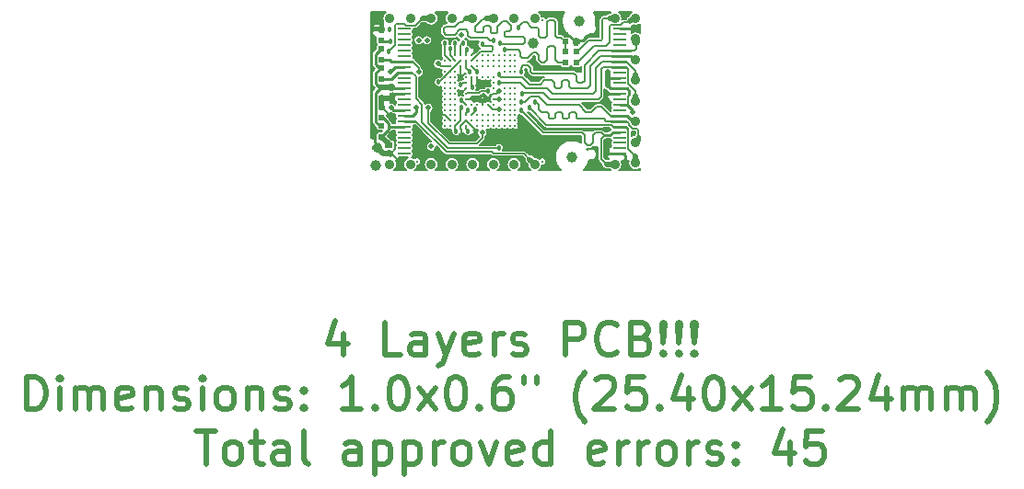
<source format=gbr>
%TF.GenerationSoftware,KiCad,Pcbnew,5.1.0-rc2-unknown-036be7d~80~ubuntu16.04.1*%
%TF.CreationDate,2022-06-01T13:33:31+03:00*%
%TF.ProjectId,Flash-e_Rev_C,466c6173-682d-4655-9f52-65765f432e6b,A*%
%TF.SameCoordinates,Original*%
%TF.FileFunction,Copper,L1,Top*%
%TF.FilePolarity,Positive*%
%FSLAX46Y46*%
G04 Gerber Fmt 4.6, Leading zero omitted, Abs format (unit mm)*
G04 Created by KiCad (PCBNEW 5.1.0-rc2-unknown-036be7d~80~ubuntu16.04.1) date 2022-06-01 13:33:31*
%MOMM*%
%LPD*%
G04 APERTURE LIST*
%TA.AperFunction,NonConductor*%
%ADD10C,0.508000*%
%TD*%
%TA.AperFunction,BGAPad,CuDef*%
%ADD11C,0.250000*%
%TD*%
%TA.AperFunction,BGAPad,CuDef*%
%ADD12C,0.300000*%
%TD*%
%TA.AperFunction,SMDPad,CuDef*%
%ADD13R,1.200000X0.250000*%
%TD*%
%TA.AperFunction,ComponentPad*%
%ADD14C,0.900000*%
%TD*%
%TA.AperFunction,SMDPad,CuDef*%
%ADD15R,0.762000X0.508000*%
%TD*%
%TA.AperFunction,ConnectorPad*%
%ADD16C,1.000000*%
%TD*%
%TA.AperFunction,SMDPad,CuDef*%
%ADD17R,0.550000X0.500000*%
%TD*%
%TA.AperFunction,SMDPad,CuDef*%
%ADD18R,0.500000X0.550000*%
%TD*%
%TA.AperFunction,ViaPad*%
%ADD19C,0.500000*%
%TD*%
%TA.AperFunction,ViaPad*%
%ADD20C,0.457200*%
%TD*%
%TA.AperFunction,ViaPad*%
%ADD21C,0.700000*%
%TD*%
%TA.AperFunction,ViaPad*%
%ADD22C,1.000000*%
%TD*%
%TA.AperFunction,Conductor*%
%ADD23C,0.254000*%
%TD*%
%TA.AperFunction,Conductor*%
%ADD24C,0.203200*%
%TD*%
%TA.AperFunction,Conductor*%
%ADD25C,0.177800*%
%TD*%
%TA.AperFunction,Conductor*%
%ADD26C,0.508000*%
%TD*%
%TA.AperFunction,Conductor*%
%ADD27C,0.457200*%
%TD*%
%TA.AperFunction,Conductor*%
%ADD28C,0.127000*%
%TD*%
%TA.AperFunction,Conductor*%
%ADD29C,0.762000*%
%TD*%
%TA.AperFunction,Conductor*%
%ADD30C,0.381000*%
%TD*%
G04 APERTURE END LIST*
D10*
X129851505Y-113729144D02*
X129851505Y-115729143D01*
X129137219Y-112586287D02*
X128422934Y-114729143D01*
X130280076Y-114729143D01*
X135137217Y-115729143D02*
X133708646Y-115729143D01*
X133708646Y-112729144D01*
X137422931Y-115729143D02*
X137422931Y-114157715D01*
X137280074Y-113872001D01*
X136994359Y-113729144D01*
X136422931Y-113729144D01*
X136137217Y-113872001D01*
X137422931Y-115586286D02*
X137137217Y-115729143D01*
X136422931Y-115729143D01*
X136137217Y-115586286D01*
X135994360Y-115300572D01*
X135994360Y-115014857D01*
X136137217Y-114729143D01*
X136422931Y-114586286D01*
X137137217Y-114586286D01*
X137422931Y-114443429D01*
X138565787Y-113729144D02*
X139280073Y-115729143D01*
X139994358Y-113729144D02*
X139280073Y-115729143D01*
X138994359Y-116443428D01*
X138851502Y-116586285D01*
X138565787Y-116729143D01*
X142280072Y-115586286D02*
X141994358Y-115729143D01*
X141422929Y-115729143D01*
X141137215Y-115586286D01*
X140994358Y-115300572D01*
X140994358Y-114157715D01*
X141137215Y-113872001D01*
X141422929Y-113729144D01*
X141994358Y-113729144D01*
X142280072Y-113872001D01*
X142422929Y-114157715D01*
X142422929Y-114443429D01*
X140994358Y-114729143D01*
X143708643Y-115729143D02*
X143708643Y-113729144D01*
X143708643Y-114300572D02*
X143851500Y-114014858D01*
X143994357Y-113872001D01*
X144280071Y-113729144D01*
X144565785Y-113729144D01*
X145422928Y-115586286D02*
X145708642Y-115729143D01*
X146280071Y-115729143D01*
X146565785Y-115586286D01*
X146708642Y-115300572D01*
X146708642Y-115157715D01*
X146565785Y-114872000D01*
X146280071Y-114729143D01*
X145851499Y-114729143D01*
X145565785Y-114586286D01*
X145422928Y-114300572D01*
X145422928Y-114157715D01*
X145565785Y-113872001D01*
X145851499Y-113729144D01*
X146280071Y-113729144D01*
X146565785Y-113872001D01*
X150280069Y-115729143D02*
X150280069Y-112729144D01*
X151422926Y-112729144D01*
X151708640Y-112872001D01*
X151851497Y-113014858D01*
X151994354Y-113300572D01*
X151994354Y-113729144D01*
X151851497Y-114014858D01*
X151708640Y-114157715D01*
X151422926Y-114300572D01*
X150280069Y-114300572D01*
X154994353Y-115443429D02*
X154851496Y-115586286D01*
X154422925Y-115729143D01*
X154137211Y-115729143D01*
X153708640Y-115586286D01*
X153422925Y-115300572D01*
X153280068Y-115014857D01*
X153137211Y-114443429D01*
X153137211Y-114014858D01*
X153280068Y-113443429D01*
X153422925Y-113157715D01*
X153708640Y-112872001D01*
X154137211Y-112729144D01*
X154422925Y-112729144D01*
X154851496Y-112872001D01*
X154994353Y-113014858D01*
X157280067Y-114157715D02*
X157708638Y-114300572D01*
X157851495Y-114443429D01*
X157994352Y-114729143D01*
X157994352Y-115157715D01*
X157851495Y-115443429D01*
X157708638Y-115586286D01*
X157422924Y-115729143D01*
X156280067Y-115729143D01*
X156280067Y-112729144D01*
X157280067Y-112729144D01*
X157565781Y-112872001D01*
X157708638Y-113014858D01*
X157851495Y-113300572D01*
X157851495Y-113586286D01*
X157708638Y-113872001D01*
X157565781Y-114014858D01*
X157280067Y-114157715D01*
X156280067Y-114157715D01*
X159280066Y-115443429D02*
X159422923Y-115586286D01*
X159280066Y-115729143D01*
X159137209Y-115586286D01*
X159280066Y-115443429D01*
X159280066Y-115729143D01*
X159280066Y-114586286D02*
X159137209Y-112872001D01*
X159280066Y-112729144D01*
X159422923Y-112872001D01*
X159280066Y-114586286D01*
X159280066Y-112729144D01*
X160708637Y-115443429D02*
X160851494Y-115586286D01*
X160708637Y-115729143D01*
X160565780Y-115586286D01*
X160708637Y-115443429D01*
X160708637Y-115729143D01*
X160708637Y-114586286D02*
X160565780Y-112872001D01*
X160708637Y-112729144D01*
X160851494Y-112872001D01*
X160708637Y-114586286D01*
X160708637Y-112729144D01*
X162137208Y-115443429D02*
X162280065Y-115586286D01*
X162137208Y-115729143D01*
X161994351Y-115586286D01*
X162137208Y-115443429D01*
X162137208Y-115729143D01*
X162137208Y-114586286D02*
X161994351Y-112872001D01*
X162137208Y-112729144D01*
X162280065Y-112872001D01*
X162137208Y-114586286D01*
X162137208Y-112729144D01*
X100780086Y-120737142D02*
X100780086Y-117737143D01*
X101494371Y-117737143D01*
X101922943Y-117880000D01*
X102208657Y-118165714D01*
X102351514Y-118451428D01*
X102494371Y-119022857D01*
X102494371Y-119451428D01*
X102351514Y-120022856D01*
X102208657Y-120308571D01*
X101922943Y-120594285D01*
X101494371Y-120737142D01*
X100780086Y-120737142D01*
X103780085Y-120737142D02*
X103780085Y-118737143D01*
X103780085Y-117737143D02*
X103637228Y-117880000D01*
X103780085Y-118022857D01*
X103922942Y-117880000D01*
X103780085Y-117737143D01*
X103780085Y-118022857D01*
X105208656Y-120737142D02*
X105208656Y-118737143D01*
X105208656Y-119022857D02*
X105351513Y-118880000D01*
X105637227Y-118737143D01*
X106065798Y-118737143D01*
X106351513Y-118880000D01*
X106494370Y-119165714D01*
X106494370Y-120737142D01*
X106494370Y-119165714D02*
X106637227Y-118880000D01*
X106922941Y-118737143D01*
X107351512Y-118737143D01*
X107637226Y-118880000D01*
X107780083Y-119165714D01*
X107780083Y-120737142D01*
X110351511Y-120594285D02*
X110065797Y-120737142D01*
X109494369Y-120737142D01*
X109208654Y-120594285D01*
X109065797Y-120308571D01*
X109065797Y-119165714D01*
X109208654Y-118880000D01*
X109494369Y-118737143D01*
X110065797Y-118737143D01*
X110351511Y-118880000D01*
X110494368Y-119165714D01*
X110494368Y-119451428D01*
X109065797Y-119737142D01*
X111780082Y-118737143D02*
X111780082Y-120737142D01*
X111780082Y-119022857D02*
X111922939Y-118880000D01*
X112208653Y-118737143D01*
X112637225Y-118737143D01*
X112922939Y-118880000D01*
X113065796Y-119165714D01*
X113065796Y-120737142D01*
X114351510Y-120594285D02*
X114637224Y-120737142D01*
X115208652Y-120737142D01*
X115494367Y-120594285D01*
X115637224Y-120308571D01*
X115637224Y-120165714D01*
X115494367Y-119879999D01*
X115208652Y-119737142D01*
X114780081Y-119737142D01*
X114494367Y-119594285D01*
X114351510Y-119308571D01*
X114351510Y-119165714D01*
X114494367Y-118880000D01*
X114780081Y-118737143D01*
X115208652Y-118737143D01*
X115494367Y-118880000D01*
X116922938Y-120737142D02*
X116922938Y-118737143D01*
X116922938Y-117737143D02*
X116780080Y-117880000D01*
X116922938Y-118022857D01*
X117065795Y-117880000D01*
X116922938Y-117737143D01*
X116922938Y-118022857D01*
X118780080Y-120737142D02*
X118494366Y-120594285D01*
X118351509Y-120451428D01*
X118208651Y-120165714D01*
X118208651Y-119308571D01*
X118351509Y-119022857D01*
X118494366Y-118880000D01*
X118780080Y-118737143D01*
X119208651Y-118737143D01*
X119494365Y-118880000D01*
X119637222Y-119022857D01*
X119780079Y-119308571D01*
X119780079Y-120165714D01*
X119637222Y-120451428D01*
X119494365Y-120594285D01*
X119208651Y-120737142D01*
X118780080Y-120737142D01*
X121065793Y-118737143D02*
X121065793Y-120737142D01*
X121065793Y-119022857D02*
X121208650Y-118880000D01*
X121494365Y-118737143D01*
X121922936Y-118737143D01*
X122208650Y-118880000D01*
X122351507Y-119165714D01*
X122351507Y-120737142D01*
X123637221Y-120594285D02*
X123922935Y-120737142D01*
X124494364Y-120737142D01*
X124780078Y-120594285D01*
X124922935Y-120308571D01*
X124922935Y-120165714D01*
X124780078Y-119879999D01*
X124494364Y-119737142D01*
X124065792Y-119737142D01*
X123780078Y-119594285D01*
X123637221Y-119308571D01*
X123637221Y-119165714D01*
X123780078Y-118880000D01*
X124065792Y-118737143D01*
X124494364Y-118737143D01*
X124780078Y-118880000D01*
X126208649Y-120451428D02*
X126351506Y-120594285D01*
X126208649Y-120737142D01*
X126065792Y-120594285D01*
X126208649Y-120451428D01*
X126208649Y-120737142D01*
X126208649Y-118880000D02*
X126351506Y-119022857D01*
X126208649Y-119165714D01*
X126065792Y-119022857D01*
X126208649Y-118880000D01*
X126208649Y-119165714D01*
X131494361Y-120737142D02*
X129780076Y-120737142D01*
X130637219Y-120737142D02*
X130637219Y-117737143D01*
X130351505Y-118165714D01*
X130065790Y-118451428D01*
X129780076Y-118594285D01*
X132780075Y-120451428D02*
X132922932Y-120594285D01*
X132780075Y-120737142D01*
X132637218Y-120594285D01*
X132780075Y-120451428D01*
X132780075Y-120737142D01*
X134780074Y-117737143D02*
X135065789Y-117737143D01*
X135351503Y-117880000D01*
X135494360Y-118022857D01*
X135637217Y-118308571D01*
X135780074Y-118880000D01*
X135780074Y-119594285D01*
X135637217Y-120165714D01*
X135494360Y-120451428D01*
X135351503Y-120594285D01*
X135065789Y-120737142D01*
X134780074Y-120737142D01*
X134494360Y-120594285D01*
X134351503Y-120451428D01*
X134208646Y-120165714D01*
X134065789Y-119594285D01*
X134065789Y-118880000D01*
X134208646Y-118308571D01*
X134351503Y-118022857D01*
X134494360Y-117880000D01*
X134780074Y-117737143D01*
X136780074Y-120737142D02*
X138351502Y-118737143D01*
X136780074Y-118737143D02*
X138351502Y-120737142D01*
X140065787Y-117737143D02*
X140351501Y-117737143D01*
X140637215Y-117880000D01*
X140780072Y-118022857D01*
X140922930Y-118308571D01*
X141065787Y-118880000D01*
X141065787Y-119594285D01*
X140922930Y-120165714D01*
X140780072Y-120451428D01*
X140637215Y-120594285D01*
X140351501Y-120737142D01*
X140065787Y-120737142D01*
X139780073Y-120594285D01*
X139637216Y-120451428D01*
X139494359Y-120165714D01*
X139351502Y-119594285D01*
X139351502Y-118880000D01*
X139494359Y-118308571D01*
X139637216Y-118022857D01*
X139780073Y-117880000D01*
X140065787Y-117737143D01*
X142351501Y-120451428D02*
X142494358Y-120594285D01*
X142351501Y-120737142D01*
X142208643Y-120594285D01*
X142351501Y-120451428D01*
X142351501Y-120737142D01*
X145065785Y-117737143D02*
X144494357Y-117737143D01*
X144208643Y-117880000D01*
X144065786Y-118022857D01*
X143780071Y-118451428D01*
X143637214Y-119022857D01*
X143637214Y-120165714D01*
X143780071Y-120451428D01*
X143922929Y-120594285D01*
X144208643Y-120737142D01*
X144780071Y-120737142D01*
X145065785Y-120594285D01*
X145208642Y-120451428D01*
X145351500Y-120165714D01*
X145351500Y-119451428D01*
X145208642Y-119165714D01*
X145065785Y-119022857D01*
X144780071Y-118880000D01*
X144208643Y-118880000D01*
X143922929Y-119022857D01*
X143780071Y-119165714D01*
X143637214Y-119451428D01*
X146494356Y-117737143D02*
X146494356Y-118308571D01*
X147637213Y-117737143D02*
X147637213Y-118308571D01*
X152065783Y-121879999D02*
X151922926Y-121737142D01*
X151637212Y-121308570D01*
X151494355Y-121022856D01*
X151351498Y-120594285D01*
X151208640Y-119879999D01*
X151208640Y-119308571D01*
X151351498Y-118594285D01*
X151494355Y-118165714D01*
X151637212Y-117880000D01*
X151922926Y-117451429D01*
X152065783Y-117308572D01*
X153065783Y-118022857D02*
X153208640Y-117880000D01*
X153494354Y-117737143D01*
X154208639Y-117737143D01*
X154494354Y-117880000D01*
X154637211Y-118022857D01*
X154780068Y-118308571D01*
X154780068Y-118594285D01*
X154637211Y-119022857D01*
X152922926Y-120737142D01*
X154780068Y-120737142D01*
X157494353Y-117737143D02*
X156065782Y-117737143D01*
X155922925Y-119165714D01*
X156065782Y-119022857D01*
X156351496Y-118880000D01*
X157065781Y-118880000D01*
X157351496Y-119022857D01*
X157494353Y-119165714D01*
X157637210Y-119451428D01*
X157637210Y-120165714D01*
X157494353Y-120451428D01*
X157351496Y-120594285D01*
X157065781Y-120737142D01*
X156351496Y-120737142D01*
X156065782Y-120594285D01*
X155922925Y-120451428D01*
X158922924Y-120451428D02*
X159065781Y-120594285D01*
X158922924Y-120737142D01*
X158780066Y-120594285D01*
X158922924Y-120451428D01*
X158922924Y-120737142D01*
X161637208Y-118737143D02*
X161637208Y-120737142D01*
X160922923Y-117594286D02*
X160208637Y-119737142D01*
X162065780Y-119737142D01*
X163780065Y-117737143D02*
X164065779Y-117737143D01*
X164351493Y-117880000D01*
X164494350Y-118022857D01*
X164637207Y-118308571D01*
X164780064Y-118880000D01*
X164780064Y-119594285D01*
X164637207Y-120165714D01*
X164494350Y-120451428D01*
X164351493Y-120594285D01*
X164065779Y-120737142D01*
X163780065Y-120737142D01*
X163494351Y-120594285D01*
X163351494Y-120451428D01*
X163208636Y-120165714D01*
X163065779Y-119594285D01*
X163065779Y-118880000D01*
X163208636Y-118308571D01*
X163351494Y-118022857D01*
X163494351Y-117880000D01*
X163780065Y-117737143D01*
X165780064Y-120737142D02*
X167351492Y-118737143D01*
X165780064Y-118737143D02*
X167351492Y-120737142D01*
X170065777Y-120737142D02*
X168351492Y-120737142D01*
X169208634Y-120737142D02*
X169208634Y-117737143D01*
X168922920Y-118165714D01*
X168637206Y-118451428D01*
X168351492Y-118594285D01*
X172780062Y-117737143D02*
X171351491Y-117737143D01*
X171208634Y-119165714D01*
X171351491Y-119022857D01*
X171637205Y-118880000D01*
X172351491Y-118880000D01*
X172637205Y-119022857D01*
X172780062Y-119165714D01*
X172922919Y-119451428D01*
X172922919Y-120165714D01*
X172780062Y-120451428D01*
X172637205Y-120594285D01*
X172351491Y-120737142D01*
X171637205Y-120737142D01*
X171351491Y-120594285D01*
X171208634Y-120451428D01*
X174208633Y-120451428D02*
X174351490Y-120594285D01*
X174208633Y-120737142D01*
X174065776Y-120594285D01*
X174208633Y-120451428D01*
X174208633Y-120737142D01*
X175494347Y-118022857D02*
X175637204Y-117880000D01*
X175922918Y-117737143D01*
X176637203Y-117737143D01*
X176922918Y-117880000D01*
X177065775Y-118022857D01*
X177208632Y-118308571D01*
X177208632Y-118594285D01*
X177065775Y-119022857D01*
X175351490Y-120737142D01*
X177208632Y-120737142D01*
X179780059Y-118737143D02*
X179780059Y-120737142D01*
X179065774Y-117594286D02*
X178351489Y-119737142D01*
X180208631Y-119737142D01*
X181351488Y-120737142D02*
X181351488Y-118737143D01*
X181351488Y-119022857D02*
X181494345Y-118880000D01*
X181780059Y-118737143D01*
X182208630Y-118737143D01*
X182494344Y-118880000D01*
X182637201Y-119165714D01*
X182637201Y-120737142D01*
X182637201Y-119165714D02*
X182780058Y-118880000D01*
X183065773Y-118737143D01*
X183494344Y-118737143D01*
X183780058Y-118880000D01*
X183922915Y-119165714D01*
X183922915Y-120737142D01*
X185351486Y-120737142D02*
X185351486Y-118737143D01*
X185351486Y-119022857D02*
X185494343Y-118880000D01*
X185780057Y-118737143D01*
X186208629Y-118737143D01*
X186494343Y-118880000D01*
X186637200Y-119165714D01*
X186637200Y-120737142D01*
X186637200Y-119165714D02*
X186780057Y-118880000D01*
X187065771Y-118737143D01*
X187494343Y-118737143D01*
X187780057Y-118880000D01*
X187922914Y-119165714D01*
X187922914Y-120737142D01*
X189065771Y-121879999D02*
X189208628Y-121737142D01*
X189494342Y-121308570D01*
X189637199Y-121022856D01*
X189780056Y-120594285D01*
X189922913Y-119879999D01*
X189922913Y-119308571D01*
X189780056Y-118594285D01*
X189637199Y-118165714D01*
X189494342Y-117880000D01*
X189208628Y-117451429D01*
X189065771Y-117308572D01*
X116351509Y-122745142D02*
X118065794Y-122745142D01*
X117208652Y-125745141D02*
X117208652Y-122745142D01*
X119494365Y-125745141D02*
X119208651Y-125602284D01*
X119065794Y-125459427D01*
X118922937Y-125173713D01*
X118922937Y-124316570D01*
X119065794Y-124030856D01*
X119208651Y-123887999D01*
X119494365Y-123745142D01*
X119922937Y-123745142D01*
X120208651Y-123887999D01*
X120351508Y-124030856D01*
X120494365Y-124316570D01*
X120494365Y-125173713D01*
X120351508Y-125459427D01*
X120208651Y-125602284D01*
X119922937Y-125745141D01*
X119494365Y-125745141D01*
X121351508Y-123745142D02*
X122494364Y-123745142D01*
X121780079Y-122745142D02*
X121780079Y-125316570D01*
X121922936Y-125602284D01*
X122208650Y-125745141D01*
X122494364Y-125745141D01*
X124780078Y-125745141D02*
X124780078Y-124173713D01*
X124637221Y-123887999D01*
X124351507Y-123745142D01*
X123780078Y-123745142D01*
X123494364Y-123887999D01*
X124780078Y-125602284D02*
X124494364Y-125745141D01*
X123780078Y-125745141D01*
X123494364Y-125602284D01*
X123351507Y-125316570D01*
X123351507Y-125030855D01*
X123494364Y-124745141D01*
X123780078Y-124602284D01*
X124494364Y-124602284D01*
X124780078Y-124459427D01*
X126637220Y-125745141D02*
X126351506Y-125602284D01*
X126208649Y-125316570D01*
X126208649Y-122745142D01*
X131351504Y-125745141D02*
X131351504Y-124173713D01*
X131208647Y-123887999D01*
X130922933Y-123745142D01*
X130351505Y-123745142D01*
X130065790Y-123887999D01*
X131351504Y-125602284D02*
X131065790Y-125745141D01*
X130351505Y-125745141D01*
X130065790Y-125602284D01*
X129922933Y-125316570D01*
X129922933Y-125030855D01*
X130065790Y-124745141D01*
X130351505Y-124602284D01*
X131065790Y-124602284D01*
X131351504Y-124459427D01*
X132780075Y-123745142D02*
X132780075Y-126745141D01*
X132780075Y-123887999D02*
X133065789Y-123745142D01*
X133637218Y-123745142D01*
X133922932Y-123887999D01*
X134065789Y-124030856D01*
X134208646Y-124316570D01*
X134208646Y-125173713D01*
X134065789Y-125459427D01*
X133922932Y-125602284D01*
X133637218Y-125745141D01*
X133065789Y-125745141D01*
X132780075Y-125602284D01*
X135494360Y-123745142D02*
X135494360Y-126745141D01*
X135494360Y-123887999D02*
X135780074Y-123745142D01*
X136351503Y-123745142D01*
X136637217Y-123887999D01*
X136780074Y-124030856D01*
X136922931Y-124316570D01*
X136922931Y-125173713D01*
X136780074Y-125459427D01*
X136637217Y-125602284D01*
X136351503Y-125745141D01*
X135780074Y-125745141D01*
X135494360Y-125602284D01*
X138208645Y-125745141D02*
X138208645Y-123745142D01*
X138208645Y-124316570D02*
X138351502Y-124030856D01*
X138494359Y-123887999D01*
X138780073Y-123745142D01*
X139065787Y-123745142D01*
X140494358Y-125745141D02*
X140208644Y-125602284D01*
X140065787Y-125459427D01*
X139922930Y-125173713D01*
X139922930Y-124316570D01*
X140065787Y-124030856D01*
X140208644Y-123887999D01*
X140494358Y-123745142D01*
X140922930Y-123745142D01*
X141208644Y-123887999D01*
X141351501Y-124030856D01*
X141494358Y-124316570D01*
X141494358Y-125173713D01*
X141351501Y-125459427D01*
X141208644Y-125602284D01*
X140922930Y-125745141D01*
X140494358Y-125745141D01*
X142494358Y-123745142D02*
X143208643Y-125745141D01*
X143922929Y-123745142D01*
X146208642Y-125602284D02*
X145922928Y-125745141D01*
X145351500Y-125745141D01*
X145065785Y-125602284D01*
X144922928Y-125316570D01*
X144922928Y-124173713D01*
X145065785Y-123887999D01*
X145351500Y-123745142D01*
X145922928Y-123745142D01*
X146208642Y-123887999D01*
X146351499Y-124173713D01*
X146351499Y-124459427D01*
X144922928Y-124745141D01*
X148922927Y-125745141D02*
X148922927Y-122745142D01*
X148922927Y-125602284D02*
X148637213Y-125745141D01*
X148065784Y-125745141D01*
X147780070Y-125602284D01*
X147637213Y-125459427D01*
X147494356Y-125173713D01*
X147494356Y-124316570D01*
X147637213Y-124030856D01*
X147780070Y-123887999D01*
X148065784Y-123745142D01*
X148637213Y-123745142D01*
X148922927Y-123887999D01*
X153780068Y-125602284D02*
X153494354Y-125745141D01*
X152922926Y-125745141D01*
X152637211Y-125602284D01*
X152494354Y-125316570D01*
X152494354Y-124173713D01*
X152637211Y-123887999D01*
X152922926Y-123745142D01*
X153494354Y-123745142D01*
X153780068Y-123887999D01*
X153922925Y-124173713D01*
X153922925Y-124459427D01*
X152494354Y-124745141D01*
X155208639Y-125745141D02*
X155208639Y-123745142D01*
X155208639Y-124316570D02*
X155351496Y-124030856D01*
X155494353Y-123887999D01*
X155780067Y-123745142D01*
X156065782Y-123745142D01*
X157065781Y-125745141D02*
X157065781Y-123745142D01*
X157065781Y-124316570D02*
X157208638Y-124030856D01*
X157351496Y-123887999D01*
X157637210Y-123745142D01*
X157922924Y-123745142D01*
X159351495Y-125745141D02*
X159065781Y-125602284D01*
X158922924Y-125459427D01*
X158780066Y-125173713D01*
X158780066Y-124316570D01*
X158922924Y-124030856D01*
X159065781Y-123887999D01*
X159351495Y-123745142D01*
X159780066Y-123745142D01*
X160065780Y-123887999D01*
X160208637Y-124030856D01*
X160351495Y-124316570D01*
X160351495Y-125173713D01*
X160208637Y-125459427D01*
X160065780Y-125602284D01*
X159780066Y-125745141D01*
X159351495Y-125745141D01*
X161637208Y-125745141D02*
X161637208Y-123745142D01*
X161637208Y-124316570D02*
X161780065Y-124030856D01*
X161922923Y-123887999D01*
X162208637Y-123745142D01*
X162494351Y-123745142D01*
X163351494Y-125602284D02*
X163637208Y-125745141D01*
X164208636Y-125745141D01*
X164494350Y-125602284D01*
X164637207Y-125316570D01*
X164637207Y-125173713D01*
X164494350Y-124887998D01*
X164208636Y-124745141D01*
X163780065Y-124745141D01*
X163494351Y-124602284D01*
X163351494Y-124316570D01*
X163351494Y-124173713D01*
X163494351Y-123887999D01*
X163780065Y-123745142D01*
X164208636Y-123745142D01*
X164494350Y-123887999D01*
X165922921Y-125459427D02*
X166065778Y-125602284D01*
X165922921Y-125745141D01*
X165780064Y-125602284D01*
X165922921Y-125459427D01*
X165922921Y-125745141D01*
X165922921Y-123887999D02*
X166065778Y-124030856D01*
X165922921Y-124173713D01*
X165780064Y-124030856D01*
X165922921Y-123887999D01*
X165922921Y-124173713D01*
X170922920Y-123745142D02*
X170922920Y-125745141D01*
X170208634Y-122602285D02*
X169494349Y-124745141D01*
X171351491Y-124745141D01*
X173922919Y-122745142D02*
X172494348Y-122745142D01*
X172351491Y-124173713D01*
X172494348Y-124030856D01*
X172780062Y-123887999D01*
X173494347Y-123887999D01*
X173780061Y-124030856D01*
X173922919Y-124173713D01*
X174065776Y-124459427D01*
X174065776Y-125173713D01*
X173922919Y-125459427D01*
X173780061Y-125602284D01*
X173494347Y-125745141D01*
X172780062Y-125745141D01*
X172494348Y-125602284D01*
X172351491Y-125459427D01*
D11*
%TO.P,U2,A1*%
%TO.N,N/C*%
X139150000Y-88150000D03*
%TO.P,U2,A2*%
X139650000Y-88150000D03*
%TO.P,U2,A3*%
%TO.N,/NAND-D0\005CeMMC-D0*%
X140150000Y-88150000D03*
%TO.P,U2,A4*%
%TO.N,/NAND-D1\005CeMMC-D1*%
X140650000Y-88150000D03*
%TO.P,U2,A5*%
%TO.N,/NAND-D2\005CeMMC-D2*%
X141150000Y-88150000D03*
%TO.P,U2,A6*%
%TO.N,GND*%
X141650000Y-88150000D03*
%TO.P,U2,A7*%
%TO.N,N/C*%
X142150000Y-88150000D03*
%TO.P,U2,A8*%
X142650000Y-88150000D03*
%TO.P,U2,A9*%
X143150000Y-88150000D03*
%TO.P,U2,A10*%
X143650000Y-88150000D03*
%TO.P,U2,A11*%
X144150000Y-88150000D03*
%TO.P,U2,A14*%
X145650000Y-88150000D03*
%TO.P,U2,A13*%
X145150000Y-88150000D03*
%TO.P,U2,A12*%
X144650000Y-88150000D03*
%TO.P,U2,B12*%
X144650000Y-88650000D03*
%TO.P,U2,B13*%
X145150000Y-88650000D03*
%TO.P,U2,B14*%
X145650000Y-88650000D03*
%TO.P,U2,B11*%
X144150000Y-88650000D03*
%TO.P,U2,B10*%
X143650000Y-88650000D03*
%TO.P,U2,B9*%
X143150000Y-88650000D03*
%TO.P,U2,B8*%
X142650000Y-88650000D03*
%TO.P,U2,B7*%
X142150000Y-88650000D03*
%TO.P,U2,B6*%
%TO.N,/NAND-D7\005CeMMC-D7*%
X141650000Y-88650000D03*
%TO.P,U2,B5*%
%TO.N,/NAND-D6\005CeMMC-D6*%
X141150000Y-88650000D03*
%TO.P,U2,B4*%
%TO.N,/NAND-D5\005CeMMC-D5*%
X140650000Y-88650000D03*
%TO.P,U2,B3*%
%TO.N,/NAND-D4\005CeMMC-D4*%
X140150000Y-88650000D03*
%TO.P,U2,B2*%
%TO.N,/NAND-D3\005CeMMC-D3*%
X139650000Y-88650000D03*
%TO.P,U2,B1*%
%TO.N,N/C*%
X139150000Y-88650000D03*
%TO.P,U2,C1*%
X139150000Y-89150000D03*
%TO.P,U2,C2*%
%TO.N,/eMMC-VDDI*%
X139650000Y-89150000D03*
%TO.P,U2,C3*%
%TO.N,N/C*%
X140150000Y-89150000D03*
%TO.P,U2,C4*%
%TO.N,GND*%
X140650000Y-89150000D03*
%TO.P,U2,C5*%
%TO.N,N/C*%
X141150000Y-89150000D03*
%TO.P,U2,C6*%
%TO.N,VDD*%
X141650000Y-89150000D03*
%TO.P,U2,C7*%
%TO.N,N/C*%
X142150000Y-89150000D03*
%TO.P,U2,C8*%
X142650000Y-89150000D03*
%TO.P,U2,C9*%
X143150000Y-89150000D03*
%TO.P,U2,C10*%
X143650000Y-89150000D03*
%TO.P,U2,C11*%
X144150000Y-89150000D03*
%TO.P,U2,C14*%
X145650000Y-89150000D03*
%TO.P,U2,C13*%
X145150000Y-89150000D03*
%TO.P,U2,C12*%
X144650000Y-89150000D03*
%TO.P,U2,D12*%
X144650000Y-89650000D03*
%TO.P,U2,D13*%
X145150000Y-89650000D03*
%TO.P,U2,D14*%
X145650000Y-89650000D03*
%TO.P,U2,D4*%
X140650000Y-89650000D03*
%TO.P,U2,D3*%
X140150000Y-89650000D03*
%TO.P,U2,D2*%
X139650000Y-89650000D03*
%TO.P,U2,D1*%
X139150000Y-89650000D03*
%TO.P,U2,E12*%
X144650000Y-90150000D03*
%TO.P,U2,E13*%
X145150000Y-90150000D03*
%TO.P,U2,E14*%
X145650000Y-90150000D03*
%TO.P,U2,E10*%
X143650000Y-90150000D03*
%TO.P,U2,E9*%
X143150000Y-90150000D03*
%TO.P,U2,E8*%
X142650000Y-90150000D03*
%TO.P,U2,E7*%
%TO.N,GND*%
X142150000Y-90150000D03*
%TO.P,U2,E6*%
%TO.N,+3V3*%
X141650000Y-90150000D03*
%TO.P,U2,E5*%
%TO.N,N/C*%
X141150000Y-90150000D03*
%TO.P,U2,E3*%
X140150000Y-90150000D03*
%TO.P,U2,E2*%
X139650000Y-90150000D03*
%TO.P,U2,E1*%
X139150000Y-90150000D03*
%TO.P,U2,F1*%
X139150000Y-90650000D03*
%TO.P,U2,F2*%
X139650000Y-90650000D03*
%TO.P,U2,F3*%
X140150000Y-90650000D03*
%TO.P,U2,F5*%
%TO.N,+3V3*%
X141150000Y-90650000D03*
%TO.P,U2,F10*%
%TO.N,N/C*%
X143650000Y-90650000D03*
%TO.P,U2,F14*%
X145650000Y-90650000D03*
%TO.P,U2,F13*%
X145150000Y-90650000D03*
%TO.P,U2,F12*%
X144650000Y-90650000D03*
%TO.P,U2,G12*%
X144650000Y-91150000D03*
%TO.P,U2,G13*%
X145150000Y-91150000D03*
%TO.P,U2,G14*%
X145650000Y-91150000D03*
%TO.P,U2,G10*%
X143650000Y-91150000D03*
%TO.P,U2,G5*%
%TO.N,GND*%
X141150000Y-91150000D03*
%TO.P,U2,G3*%
%TO.N,N/C*%
X140150000Y-91150000D03*
%TO.P,U2,G2*%
X139650000Y-91150000D03*
%TO.P,U2,G1*%
X139150000Y-91150000D03*
%TO.P,U2,J1*%
X139150000Y-92150000D03*
%TO.P,U2,J2*%
X139650000Y-92150000D03*
%TO.P,U2,J3*%
X140150000Y-92150000D03*
%TO.P,U2,J5*%
%TO.N,GND*%
X141150000Y-92150000D03*
%TO.P,U2,J10*%
%TO.N,+3V3*%
X143650000Y-92150000D03*
%TO.P,U2,J14*%
%TO.N,N/C*%
X145650000Y-92150000D03*
%TO.P,U2,J13*%
X145150000Y-92150000D03*
%TO.P,U2,J12*%
X144650000Y-92150000D03*
%TO.P,U2,H12*%
X144650000Y-91650000D03*
%TO.P,U2,H13*%
X145150000Y-91650000D03*
%TO.P,U2,H14*%
X145650000Y-91650000D03*
%TO.P,U2,H10*%
%TO.N,GND*%
X143650000Y-91650000D03*
%TO.P,U2,H5*%
%TO.N,/eMMC_DS*%
X141150000Y-91650000D03*
%TO.P,U2,H3*%
%TO.N,N/C*%
X140150000Y-91650000D03*
%TO.P,U2,H2*%
X139650000Y-91650000D03*
%TO.P,U2,H1*%
X139150000Y-91650000D03*
%TO.P,U2,K1*%
X139150000Y-92650000D03*
%TO.P,U2,K2*%
X139650000Y-92650000D03*
%TO.P,U2,K3*%
X140150000Y-92650000D03*
%TO.P,U2,K5*%
%TO.N,/eMMC-RST*%
X141150000Y-92650000D03*
%TO.P,U2,K6*%
%TO.N,N/C*%
X141650000Y-92650000D03*
%TO.P,U2,K7*%
X142150000Y-92650000D03*
%TO.P,U2,K8*%
%TO.N,GND*%
X142650000Y-92650000D03*
%TO.P,U2,K9*%
%TO.N,+3V3*%
X143150000Y-92650000D03*
%TO.P,U2,K10*%
%TO.N,N/C*%
X143650000Y-92650000D03*
%TO.P,U2,K14*%
X145650000Y-92650000D03*
%TO.P,U2,K13*%
X145150000Y-92650000D03*
%TO.P,U2,K12*%
X144650000Y-92650000D03*
%TO.P,U2,L1*%
X139150000Y-93150000D03*
%TO.P,U2,L2*%
X139650000Y-93150000D03*
%TO.P,U2,L3*%
X140150000Y-93150000D03*
%TO.P,U2,L14*%
X145650000Y-93150000D03*
%TO.P,U2,L13*%
X145150000Y-93150000D03*
%TO.P,U2,L12*%
X144650000Y-93150000D03*
%TO.P,U2,P12*%
X144650000Y-94650000D03*
%TO.P,U2,P13*%
X145150000Y-94650000D03*
%TO.P,U2,P14*%
X145650000Y-94650000D03*
%TO.P,U2,P11*%
X144150000Y-94650000D03*
%TO.P,U2,P10*%
X143650000Y-94650000D03*
%TO.P,U2,P9*%
X143150000Y-94650000D03*
%TO.P,U2,P8*%
X142650000Y-94650000D03*
%TO.P,U2,P7*%
X142150000Y-94650000D03*
%TO.P,U2,P6*%
%TO.N,GND*%
X141650000Y-94650000D03*
%TO.P,U2,P5*%
%TO.N,VDD*%
X141150000Y-94650000D03*
%TO.P,U2,P4*%
%TO.N,GND*%
X140650000Y-94650000D03*
%TO.P,U2,P3*%
%TO.N,VDD*%
X140150000Y-94650000D03*
%TO.P,U2,P2*%
%TO.N,N/C*%
X139650000Y-94650000D03*
%TO.P,U2,P1*%
X139150000Y-94650000D03*
%TO.P,U2,N1*%
X139150000Y-94150000D03*
%TO.P,U2,N2*%
%TO.N,GND*%
X139650000Y-94150000D03*
%TO.P,U2,N3*%
%TO.N,N/C*%
X140150000Y-94150000D03*
%TO.P,U2,N4*%
%TO.N,VDD*%
X140650000Y-94150000D03*
%TO.P,U2,N5*%
%TO.N,GND*%
X141150000Y-94150000D03*
%TO.P,U2,N6*%
%TO.N,N/C*%
X141650000Y-94150000D03*
%TO.P,U2,N7*%
X142150000Y-94150000D03*
%TO.P,U2,N8*%
X142650000Y-94150000D03*
%TO.P,U2,N9*%
X143150000Y-94150000D03*
%TO.P,U2,N10*%
X143650000Y-94150000D03*
%TO.P,U2,N11*%
X144150000Y-94150000D03*
%TO.P,U2,N14*%
X145650000Y-94150000D03*
%TO.P,U2,N13*%
X145150000Y-94150000D03*
%TO.P,U2,N12*%
X144650000Y-94150000D03*
%TO.P,U2,M12*%
X144650000Y-93650000D03*
%TO.P,U2,M13*%
X145150000Y-93650000D03*
%TO.P,U2,M14*%
X145650000Y-93650000D03*
%TO.P,U2,M11*%
X144150000Y-93650000D03*
%TO.P,U2,M10*%
X143650000Y-93650000D03*
%TO.P,U2,M9*%
X143150000Y-93650000D03*
%TO.P,U2,M8*%
X142650000Y-93650000D03*
%TO.P,U2,M7*%
X142150000Y-93650000D03*
%TO.P,U2,M6*%
%TO.N,/eMMC_CLK*%
X141650000Y-93650000D03*
%TO.P,U2,M5*%
%TO.N,/eMMC-CMD*%
X141150000Y-93650000D03*
%TO.P,U2,M4*%
%TO.N,VDD*%
X140650000Y-93650000D03*
%TO.P,U2,M3*%
%TO.N,N/C*%
X140150000Y-93650000D03*
%TO.P,U2,M2*%
X139650000Y-93650000D03*
%TO.P,U2,M1*%
X139150000Y-93650000D03*
D12*
%TO.P,U2,FID1*%
X148150000Y-84900000D03*
%TO.P,U2,FID2*%
X148150000Y-97900000D03*
%TO.P,U2,FID3*%
X136650000Y-97900000D03*
%TD*%
D13*
%TO.P,U1,48*%
%TO.N,GND*%
X155251500Y-85690000D03*
%TO.P,U1,47*%
%TO.N,Net-(U1-Pad47)*%
X155251500Y-86190000D03*
%TO.P,U1,46*%
%TO.N,Net-(U1-Pad46)*%
X155251500Y-86690000D03*
%TO.P,U1,45*%
%TO.N,Net-(U1-Pad45)*%
X155251500Y-87190000D03*
%TO.P,U1,44*%
%TO.N,/NAND-D7\005CeMMC-D7*%
X155251500Y-87690000D03*
%TO.P,U1,43*%
%TO.N,/NAND-D6\005CeMMC-D6*%
X155251500Y-88190000D03*
%TO.P,U1,42*%
%TO.N,/NAND-D5\005CeMMC-D5*%
X155251500Y-88690000D03*
%TO.P,U1,41*%
%TO.N,/NAND-D4\005CeMMC-D4*%
X155251500Y-89190000D03*
%TO.P,U1,40*%
%TO.N,Net-(U1-Pad40)*%
X155251500Y-89690000D03*
%TO.P,U1,39*%
%TO.N,+3V3*%
X155251500Y-90190000D03*
%TO.P,U1,38*%
%TO.N,Net-(U1-Pad38)*%
X155251500Y-90690000D03*
%TO.P,U1,37*%
%TO.N,+3V3*%
X155251500Y-91190000D03*
%TO.P,U1,36*%
%TO.N,GND*%
X155251500Y-91690000D03*
%TO.P,U1,35*%
%TO.N,Net-(U1-Pad35)*%
X155251500Y-92190000D03*
%TO.P,U1,34*%
%TO.N,+3V3*%
X155251500Y-92690000D03*
%TO.P,U1,33*%
%TO.N,Net-(U1-Pad33)*%
X155251500Y-93190000D03*
%TO.P,U1,32*%
%TO.N,/NAND-D3\005CeMMC-D3*%
X155251500Y-93690000D03*
%TO.P,U1,31*%
%TO.N,/NAND-D2\005CeMMC-D2*%
X155251500Y-94190000D03*
%TO.P,U1,30*%
%TO.N,/NAND-D1\005CeMMC-D1*%
X155251500Y-94690000D03*
%TO.P,U1,29*%
%TO.N,/NAND-D0\005CeMMC-D0*%
X155251500Y-95190000D03*
%TO.P,U1,28*%
%TO.N,Net-(U1-Pad28)*%
X155251500Y-95690000D03*
%TO.P,U1,27*%
%TO.N,Net-(U1-Pad27)*%
X155251500Y-96190000D03*
%TO.P,U1,26*%
%TO.N,Net-(U1-Pad26)*%
X155251500Y-96690000D03*
%TO.P,U1,25*%
%TO.N,GND*%
X155251500Y-97190000D03*
%TO.P,U1,24*%
%TO.N,Net-(U1-Pad24)*%
X135451500Y-97190000D03*
%TO.P,U1,23*%
%TO.N,Net-(U1-Pad23)*%
X135451500Y-96690000D03*
%TO.P,U1,22*%
%TO.N,Net-(U1-Pad22)*%
X135451500Y-96190000D03*
%TO.P,U1,21*%
%TO.N,Net-(U1-Pad21)*%
X135451500Y-95690000D03*
%TO.P,U1,20*%
%TO.N,Net-(U1-Pad20)*%
X135451500Y-95190000D03*
%TO.P,U1,19*%
%TO.N,/NAND-WP*%
X135451500Y-94690000D03*
%TO.P,U1,18*%
%TO.N,/NAND-WE*%
X135451500Y-94190000D03*
%TO.P,U1,17*%
%TO.N,/NAND-ALE*%
X135451500Y-93690000D03*
%TO.P,U1,16*%
%TO.N,/NAND-CLE*%
X135451500Y-93190000D03*
%TO.P,U1,15*%
%TO.N,Net-(U1-Pad15)*%
X135451500Y-92690000D03*
%TO.P,U1,14*%
%TO.N,Net-(U1-Pad14)*%
X135451500Y-92190000D03*
%TO.P,U1,13*%
%TO.N,GND*%
X135451500Y-91690000D03*
%TO.P,U1,12*%
%TO.N,+3V3*%
X135451500Y-91190000D03*
%TO.P,U1,11*%
%TO.N,Net-(U1-Pad11)*%
X135451500Y-90690000D03*
%TO.P,U1,10*%
%TO.N,Net-(U1-Pad10)*%
X135451500Y-90190000D03*
%TO.P,U1,9*%
%TO.N,/NAND_CE0*%
X135451500Y-89690000D03*
%TO.P,U1,8*%
%TO.N,/NAND-RE*%
X135451500Y-89190000D03*
%TO.P,U1,7*%
%TO.N,/NAND-RB0*%
X135451500Y-88690000D03*
%TO.P,U1,6*%
%TO.N,Net-(U1-Pad6)*%
X135451500Y-88190000D03*
%TO.P,U1,5*%
%TO.N,Net-(U1-Pad5)*%
X135451500Y-87690000D03*
%TO.P,U1,4*%
%TO.N,Net-(U1-Pad4)*%
X135451500Y-87190000D03*
%TO.P,U1,3*%
%TO.N,Net-(U1-Pad3)*%
X135451500Y-86690000D03*
%TO.P,U1,2*%
%TO.N,Net-(U1-Pad2)*%
X135451500Y-86190000D03*
%TO.P,U1,1*%
%TO.N,Net-(U1-Pad1)*%
X135451500Y-85690000D03*
%TD*%
D14*
%TO.P,TESTPAD7,1*%
%TO.N,/NAND-D6\005CeMMC-D6*%
X156718000Y-88519000D03*
%TD*%
D15*
%TO.P,NAND_WP1,2*%
%TO.N,/NAND-WP*%
X133985000Y-96393000D03*
%TO.P,NAND_WP1,1*%
%TO.N,GND*%
X133985000Y-97155000D03*
%TD*%
D16*
%TO.P,FID1,Fid1*%
%TO.N,Net-(FID1-PadFid1)*%
X151511000Y-84963000D03*
%TD*%
%TO.P,FID2,Fid1*%
%TO.N,Net-(FID2-PadFid1)*%
X132842000Y-98298000D03*
%TD*%
D17*
%TO.P,C1,1*%
%TO.N,/NAND-WP*%
X133350000Y-93853000D03*
%TO.P,C1,2*%
%TO.N,GND*%
X133350000Y-92837000D03*
%TD*%
%TO.P,C2,2*%
%TO.N,GND*%
X133350000Y-92075000D03*
%TO.P,C2,1*%
%TO.N,+3V3*%
X133350000Y-91059000D03*
%TD*%
%TO.P,R2,2*%
%TO.N,+3V3*%
X133350000Y-94615000D03*
%TO.P,R2,1*%
%TO.N,/NAND-WP*%
X133350000Y-95631000D03*
%TD*%
%TO.P,R3,2*%
%TO.N,+3V3*%
X133350000Y-89281000D03*
%TO.P,R3,1*%
%TO.N,/NAND_CE0*%
X133350000Y-90297000D03*
%TD*%
%TO.P,R1,2*%
%TO.N,+3V3*%
X133350000Y-87503000D03*
%TO.P,R1,1*%
%TO.N,/NAND-RB0*%
X133350000Y-88519000D03*
%TD*%
D18*
%TO.P,R10,2*%
%TO.N,/eMMC-DS*%
X151257000Y-88773000D03*
%TO.P,R10,1*%
%TO.N,/eMMC_DS*%
X150241000Y-88773000D03*
%TD*%
%TO.P,C12,2*%
%TO.N,GND*%
X151257000Y-86868000D03*
%TO.P,C12,1*%
%TO.N,/eMMC_CLK*%
X150241000Y-86868000D03*
%TD*%
D16*
%TO.P,FID5,Fid1*%
%TO.N,Net-(FID5-PadFid1)*%
X150876000Y-97536000D03*
%TD*%
D17*
%TO.P,C13,1*%
%TO.N,/SPI_CLK*%
X133350000Y-86741000D03*
%TO.P,C13,2*%
%TO.N,GND*%
X133350000Y-85725000D03*
%TD*%
D14*
%TO.P,TESTPAD1,1*%
%TO.N,/NAND-D0\005CeMMC-D0*%
X154813000Y-98171000D03*
%TD*%
%TO.P,TESTPAD2,1*%
%TO.N,/NAND-D1\005CeMMC-D1*%
X156718000Y-98044000D03*
%TD*%
%TO.P,TESTPAD3,1*%
%TO.N,/NAND-D2\005CeMMC-D2*%
X156718000Y-96139000D03*
%TD*%
%TO.P,TESTPAD4,1*%
%TO.N,/NAND-D3\005CeMMC-D3*%
X156718000Y-94234000D03*
%TD*%
%TO.P,TESTPAD5,1*%
%TO.N,/NAND-D4\005CeMMC-D4*%
X156718000Y-92329000D03*
%TD*%
%TO.P,TESTPAD6,1*%
%TO.N,/NAND-D5\005CeMMC-D5*%
X156718000Y-90424000D03*
%TD*%
%TO.P,TESTPAD8,1*%
%TO.N,/NAND-D7\005CeMMC-D7*%
X156718000Y-86614000D03*
%TD*%
%TO.P,TESTPAD9,1*%
%TO.N,/eMMC-CLK*%
X154813000Y-84709000D03*
%TD*%
%TO.P,TESTPAD10,1*%
%TO.N,/eMMC-DS*%
X156718000Y-84709000D03*
%TD*%
%TO.P,TESTPAD11,1*%
%TO.N,/eMMC-CMD*%
X143637000Y-84709000D03*
%TD*%
%TO.P,TESTPAD12,1*%
%TO.N,/eMMC-RST*%
X141732000Y-84709000D03*
%TD*%
%TO.P,TESTPAD13,1*%
%TO.N,+3V3*%
X147447000Y-84709000D03*
%TD*%
%TO.P,TESTPAD14,1*%
%TO.N,VDD*%
X145542000Y-84709000D03*
%TD*%
%TO.P,TESTPAD15,1*%
%TO.N,/SPI-CLK(CLK)*%
X139827000Y-84709000D03*
%TD*%
%TO.P,TESTPAD16,1*%
%TO.N,/SPI-MOSI(IO0)*%
X137922000Y-84709000D03*
%TD*%
%TO.P,TESTPAD17,1*%
%TO.N,/SPI-HOLD(IO3)*%
X136017000Y-84709000D03*
%TD*%
%TO.P,TESTPAD18,1*%
%TO.N,/SPI-WPn(IO2)*%
X134112000Y-84709000D03*
%TD*%
%TO.P,TESTPAD19,1*%
%TO.N,/SPI-MISO(IO1)*%
X134112000Y-98171000D03*
%TD*%
%TO.P,TESTPAD20,1*%
%TO.N,/SPI-CS(CMD)*%
X136017000Y-98171000D03*
%TD*%
%TO.P,TESTPAD21,1*%
%TO.N,/NAND-RB0*%
X137922000Y-98171000D03*
%TD*%
%TO.P,TESTPAD22,1*%
%TO.N,/NAND-RE*%
X139827000Y-98171000D03*
%TD*%
%TO.P,TESTPAD23,1*%
%TO.N,/NAND-CE0*%
X141732000Y-98171000D03*
%TD*%
%TO.P,TESTPAD24,1*%
%TO.N,/NAND-CLE*%
X143637000Y-98171000D03*
%TD*%
%TO.P,TESTPAD25,1*%
%TO.N,/NAND-ALE*%
X145542000Y-98171000D03*
%TD*%
%TO.P,TESTPAD26,1*%
%TO.N,/NAND-WE*%
X147447000Y-98171000D03*
%TD*%
%TO.P,TESTPAD27,1*%
%TO.N,GND*%
X132969000Y-96647000D03*
%TD*%
D18*
%TO.P,R11,1*%
%TO.N,/eMMC_CLK*%
X150241000Y-87757000D03*
%TO.P,R11,2*%
%TO.N,/eMMC-CLK*%
X151257000Y-87757000D03*
%TD*%
D19*
%TO.N,GND*%
X154178000Y-92710000D03*
X154178000Y-91694000D03*
X153162000Y-86233000D03*
X144145000Y-91440000D03*
D20*
X141859000Y-95504000D03*
X140716000Y-95504000D03*
D19*
X138557000Y-93726000D03*
D20*
X140665200Y-91541600D03*
D19*
X141681200Y-92075000D03*
X142887700Y-92138500D03*
D20*
X142214600Y-90601800D03*
X156514800Y-95326200D03*
D19*
X154178000Y-97155000D03*
X154178000Y-96012000D03*
D20*
X154178000Y-94970600D03*
D21*
X156667200Y-85648800D03*
D19*
X141859000Y-87122000D03*
X137795000Y-90678000D03*
X149225000Y-98044000D03*
D21*
X134239000Y-92075000D03*
X132969000Y-84963000D03*
D19*
X137668000Y-92202000D03*
X138430000Y-86741000D03*
D20*
X146177000Y-93980000D03*
D19*
X140766800Y-98272600D03*
X142697200Y-98272600D03*
X155778200Y-84505800D03*
X147701000Y-89281000D03*
X147701000Y-90297000D03*
X152273000Y-98425000D03*
X149961600Y-85902800D03*
X155778200Y-98272600D03*
D20*
X140650000Y-90159800D03*
D19*
%TO.N,+3V3*%
X144145000Y-92202000D03*
X144145000Y-93091000D03*
D20*
X140639800Y-90855800D03*
X141681200Y-91084400D03*
D19*
X154178000Y-90678000D03*
X154178000Y-89662000D03*
X156464000Y-93345000D03*
X137541000Y-86741000D03*
D21*
X134239000Y-91059000D03*
D19*
X137922000Y-96520000D03*
X136779000Y-86741000D03*
%TO.N,/SPI-WPn(IO2)*%
X142621000Y-95250000D03*
X137668000Y-92964000D03*
D20*
%TO.N,/SPI-CLK(CLK)*%
X134112000Y-85725000D03*
%TO.N,/SPI-MOSI(IO0)*%
X134010400Y-87807800D03*
%TO.N,VDD*%
X142150000Y-89650000D03*
X140208000Y-95123000D03*
X141300200Y-95123000D03*
X140665200Y-92913200D03*
D22*
X147320000Y-86995000D03*
D19*
X140716000Y-86283800D03*
%TO.N,/eMMC-VDDI*%
X138557000Y-88900000D03*
D20*
%TO.N,/eMMC_CLK*%
X142011400Y-93141800D03*
X145923000Y-85598000D03*
%TO.N,/NAND-D7\005CeMMC-D7*%
X142621000Y-87122000D03*
X146177000Y-89662000D03*
%TO.N,/NAND-D6\005CeMMC-D6*%
X141500000Y-89650000D03*
X144145000Y-89916000D03*
%TO.N,/NAND-D5\005CeMMC-D5*%
X138600000Y-90600000D03*
X144145000Y-90678000D03*
%TO.N,/NAND-D4\005CeMMC-D4*%
X139650000Y-87550000D03*
X146304000Y-91694000D03*
%TO.N,/NAND-D3\005CeMMC-D3*%
X139192000Y-86995000D03*
X146177000Y-92456000D03*
%TO.N,/NAND-D2\005CeMMC-D2*%
X141224000Y-87630000D03*
X147447000Y-92456000D03*
%TO.N,/NAND-D1\005CeMMC-D1*%
X140868400Y-86995000D03*
X146939000Y-92964000D03*
%TO.N,/eMMC-CMD*%
X141300200Y-93167200D03*
X144272000Y-86995000D03*
%TO.N,/eMMC-RST*%
X140665200Y-92227400D03*
X143637000Y-86741000D03*
D19*
%TO.N,/NAND-RB0*%
X136779000Y-89662000D03*
%TO.N,/NAND-RE*%
X134175500Y-89598500D03*
%TO.N,/NAND-CLE*%
X134239000Y-92964000D03*
%TO.N,/NAND-ALE*%
X136525000Y-92964000D03*
D20*
%TO.N,/NAND-D0\005CeMMC-D0*%
X140150000Y-87050000D03*
X146177000Y-93218000D03*
%TO.N,/eMMC_DS*%
X143129000Y-91414600D03*
X144653000Y-87630000D03*
%TO.N,/SPI_CLK*%
X134162800Y-86868000D03*
%TO.N,/NAND_CE0*%
X144145000Y-96647000D03*
%TD*%
D23*
%TO.N,GND*%
X154182000Y-91690000D02*
X154178000Y-91694000D01*
X155251500Y-91690000D02*
X154182000Y-91690000D01*
D24*
X143935000Y-91650000D02*
X143650000Y-91650000D01*
X144145000Y-91440000D02*
X143935000Y-91650000D01*
D25*
X141150000Y-94150000D02*
X140907529Y-94392471D01*
X140650000Y-94650000D02*
X140907529Y-94392471D01*
X141150000Y-94150000D02*
X141402971Y-94402971D01*
X141650000Y-94650000D02*
X141402971Y-94402971D01*
D24*
X141606200Y-92150000D02*
X141150000Y-92150000D01*
X141681200Y-92075000D02*
X141606200Y-92150000D01*
X142150000Y-90537200D02*
X142214600Y-90601800D01*
X142150000Y-90150000D02*
X142150000Y-90537200D01*
X142650000Y-92376200D02*
X142650000Y-92650000D01*
X142887700Y-92138500D02*
X142650000Y-92376200D01*
D23*
X154213000Y-97190000D02*
X154178000Y-97155000D01*
X155251500Y-97190000D02*
X154213000Y-97190000D01*
X154178000Y-97155000D02*
X154178000Y-96012000D01*
D26*
X133350000Y-92837000D02*
X133350000Y-92075000D01*
D23*
X134624000Y-91690000D02*
X135451500Y-91690000D01*
X134239000Y-92075000D02*
X134624000Y-91690000D01*
D26*
X134239000Y-92075000D02*
X133350000Y-92075000D01*
X132969000Y-96647000D02*
X133477000Y-97155000D01*
X133477000Y-97155000D02*
X133985000Y-97155000D01*
D23*
X140766800Y-98272600D02*
X140766800Y-97840800D01*
X140766800Y-97840800D02*
X140335000Y-97409000D01*
X140335000Y-97409000D02*
X138684000Y-97409000D01*
X156626000Y-85690000D02*
X156667200Y-85648800D01*
X155251500Y-85690000D02*
X156626000Y-85690000D01*
X148463000Y-89408000D02*
X151511000Y-89408000D01*
X148336000Y-89281000D02*
X148463000Y-89408000D01*
X147701000Y-89281000D02*
X148336000Y-89281000D01*
D24*
X153229413Y-84674213D02*
X153559313Y-84344313D01*
X153229413Y-86165587D02*
X153229413Y-84674213D01*
X153162000Y-86233000D02*
X153229413Y-86165587D01*
D23*
X149606000Y-84328000D02*
X148717000Y-84328000D01*
X149796470Y-84518470D02*
X149606000Y-84328000D01*
X149796470Y-85737670D02*
X149796470Y-84518470D01*
X149961600Y-85902800D02*
X149796470Y-85737670D01*
X149990379Y-85931579D02*
X149990379Y-85874021D01*
X151257000Y-86868000D02*
X151169761Y-86868000D01*
X151169761Y-86868000D02*
X150603349Y-86301588D01*
X150360388Y-86301588D02*
X149990379Y-85931579D01*
X150603349Y-86301588D02*
X150360388Y-86301588D01*
X155251500Y-97190000D02*
X155610000Y-97190000D01*
X155778200Y-97358200D02*
X155778200Y-98272600D01*
X155610000Y-97190000D02*
X155778200Y-97358200D01*
X153035000Y-86360000D02*
X153162000Y-86233000D01*
X151257000Y-86868000D02*
X151384000Y-86741000D01*
X151384000Y-86741000D02*
X151892000Y-86741000D01*
X151892000Y-86741000D02*
X152273000Y-86360000D01*
X152273000Y-86360000D02*
X153035000Y-86360000D01*
D24*
X141859000Y-87884000D02*
X141859000Y-87122000D01*
X141650000Y-88093000D02*
X141859000Y-87884000D01*
X141650000Y-88150000D02*
X141650000Y-88093000D01*
X138636481Y-93646519D02*
X138557000Y-93726000D01*
X139146519Y-93646519D02*
X138636481Y-93646519D01*
X140650000Y-89150000D02*
X140650000Y-90159800D01*
D25*
X140716000Y-94919800D02*
X140716000Y-95504000D01*
X140654636Y-94858436D02*
X140716000Y-94919800D01*
X140654636Y-94654636D02*
X140654636Y-94858436D01*
X140650000Y-94650000D02*
X140654636Y-94654636D01*
D24*
X141859000Y-94859000D02*
X141859000Y-95504000D01*
X141650000Y-94650000D02*
X141859000Y-94859000D01*
D27*
X142806862Y-92219338D02*
X142384338Y-92219338D01*
X142384338Y-92219338D02*
X142303500Y-92138500D01*
X142887700Y-92138500D02*
X142806862Y-92219338D01*
D23*
X133350000Y-85344000D02*
X133350000Y-85725000D01*
X132969000Y-84963000D02*
X133350000Y-85344000D01*
D25*
X132969000Y-84963000D02*
X132461000Y-85471000D01*
X132461000Y-85471000D02*
X132461000Y-95250000D01*
X132461000Y-95250000D02*
X132715000Y-95504000D01*
D23*
X132715000Y-96113600D02*
X132715000Y-95504000D01*
X132969000Y-96367600D02*
X132715000Y-96113600D01*
X132969000Y-96647000D02*
X132969000Y-96367600D01*
D25*
X133350000Y-92837000D02*
X134112000Y-93599000D01*
X134600333Y-95916133D02*
X134366000Y-95681800D01*
X134600333Y-96780080D02*
X134600333Y-95916133D01*
X134225413Y-97155000D02*
X134600333Y-96780080D01*
X133985000Y-97155000D02*
X134225413Y-97155000D01*
X133985000Y-97155000D02*
X134239000Y-97155000D01*
X134239000Y-97155000D02*
X134874000Y-97790000D01*
D24*
X141141432Y-91150000D02*
X141150000Y-91150000D01*
X140749832Y-91541600D02*
X141141432Y-91150000D01*
X140665200Y-91541600D02*
X140749832Y-91541600D01*
D25*
X139650000Y-94150000D02*
X139146519Y-93646519D01*
D23*
X142214600Y-90601800D02*
X142417800Y-90805000D01*
X142417800Y-90805000D02*
X142748000Y-90805000D01*
D25*
X143608774Y-91650000D02*
X143278366Y-91980408D01*
X143650000Y-91650000D02*
X143608774Y-91650000D01*
D23*
%TO.N,+3V3*%
X155251500Y-92690000D02*
X155976000Y-92690000D01*
D24*
X144093000Y-92150000D02*
X144145000Y-92202000D01*
X143650000Y-92150000D02*
X144093000Y-92150000D01*
X140845600Y-90650000D02*
X141150000Y-90650000D01*
X140639800Y-90855800D02*
X140845600Y-90650000D01*
X141650000Y-91053200D02*
X141650000Y-90150000D01*
X141681200Y-91084400D02*
X141650000Y-91053200D01*
D23*
X156464000Y-93178000D02*
X155976000Y-92690000D01*
X156464000Y-93345000D02*
X156464000Y-93178000D01*
D26*
X134239000Y-91059000D02*
X133350000Y-91059000D01*
D23*
X134370000Y-91190000D02*
X135451500Y-91190000D01*
X134239000Y-91059000D02*
X134370000Y-91190000D01*
X154198000Y-90190000D02*
X154178000Y-90170000D01*
X155251500Y-90190000D02*
X154198000Y-90190000D01*
D26*
X154178000Y-90170000D02*
X154178000Y-90678000D01*
X154178000Y-89662000D02*
X154178000Y-90170000D01*
X154178000Y-90909830D02*
X154178000Y-90678000D01*
D23*
X154458170Y-91190000D02*
X154178000Y-90909830D01*
X155251500Y-91190000D02*
X154458170Y-91190000D01*
X155251500Y-91190000D02*
X155941909Y-91190000D01*
X156134932Y-91383023D02*
X156134932Y-91738125D01*
X155941909Y-91190000D02*
X156134932Y-91383023D01*
D28*
X156057600Y-92690000D02*
X155976000Y-92690000D01*
X156057600Y-91874064D02*
X156057600Y-92690000D01*
X156134932Y-91796732D02*
X156057600Y-91874064D01*
X156134932Y-91738125D02*
X156134932Y-91796732D01*
D24*
X143891000Y-93091000D02*
X144145000Y-93091000D01*
X143561878Y-93091000D02*
X143891000Y-93091000D01*
X143150000Y-92679122D02*
X143561878Y-93091000D01*
X143150000Y-92650000D02*
X143150000Y-92679122D01*
D23*
X133149128Y-89281000D02*
X133350000Y-89281000D01*
X132811366Y-88943238D02*
X133149128Y-89281000D01*
X132811366Y-88041634D02*
X132811366Y-88943238D01*
X133350000Y-87503000D02*
X132811366Y-88041634D01*
X133290888Y-89281000D02*
X133350000Y-89281000D01*
X133350000Y-91059000D02*
X133160656Y-91059000D01*
X133160656Y-91059000D02*
X132807854Y-90706198D01*
X132807854Y-90706198D02*
X132807854Y-89764034D01*
X132807854Y-89764034D02*
X133290888Y-89281000D01*
X132808013Y-94236734D02*
X132808013Y-91600987D01*
X132808013Y-91600987D02*
X133350000Y-91059000D01*
X133186279Y-94615000D02*
X132808013Y-94236734D01*
X133350000Y-94615000D02*
X133186279Y-94615000D01*
D28*
%TO.N,/SPI-WPn(IO2)*%
X142621000Y-95758000D02*
X142621000Y-95250000D01*
X137668000Y-92964000D02*
X137668000Y-94361000D01*
X137668000Y-94361000D02*
X139573000Y-96266000D01*
X139573000Y-96266000D02*
X142113000Y-96266000D01*
X142113000Y-96266000D02*
X142621000Y-95758000D01*
D26*
%TO.N,/SPI-MOSI(IO0)*%
X137160000Y-84709000D02*
X137922000Y-84709000D01*
D28*
X136499600Y-85369400D02*
X137160000Y-84709000D01*
X135610600Y-85369400D02*
X136499600Y-85369400D01*
X135458200Y-85217000D02*
X135610600Y-85369400D01*
X134010400Y-87807800D02*
X134620000Y-87198200D01*
X134620000Y-87198200D02*
X134620000Y-85344000D01*
X134620000Y-85344000D02*
X134747000Y-85217000D01*
X134747000Y-85217000D02*
X135458200Y-85217000D01*
D25*
%TO.N,VDD*%
X141650000Y-89150000D02*
X142150000Y-89650000D01*
D24*
X140150000Y-95065000D02*
X140208000Y-95123000D01*
X140150000Y-94650000D02*
X140150000Y-95065000D01*
D25*
X140650000Y-94150000D02*
X140403529Y-94396471D01*
X140150000Y-94650000D02*
X140403529Y-94396471D01*
D24*
X140650000Y-92928400D02*
X140650000Y-93650000D01*
X140665200Y-92913200D02*
X140650000Y-92928400D01*
X140650000Y-94150000D02*
X140650000Y-93914000D01*
X140650000Y-93650000D02*
X140650000Y-93914000D01*
X141150000Y-94922000D02*
X141150000Y-94650000D01*
X141300200Y-95072200D02*
X141150000Y-94922000D01*
X141300200Y-95123000D02*
X141300200Y-95072200D01*
D28*
%TO.N,/eMMC-DS*%
X155448000Y-85217000D02*
X155310840Y-85354160D01*
X154421840Y-85354160D02*
X154305000Y-85471000D01*
X155310840Y-85354160D02*
X154421840Y-85354160D01*
D26*
X156718000Y-84709000D02*
X156514800Y-84709000D01*
X156514800Y-84709000D02*
X156235400Y-84988400D01*
D24*
X155575000Y-85090000D02*
X155448000Y-85217000D01*
X156133800Y-85090000D02*
X155575000Y-85090000D01*
X156235400Y-84988400D02*
X156133800Y-85090000D01*
X154305000Y-86933096D02*
X154305000Y-85471000D01*
X153989096Y-87249000D02*
X154305000Y-86933096D01*
X151257000Y-88773000D02*
X151434800Y-88595200D01*
X151434800Y-88595200D02*
X151561800Y-88595200D01*
X151561800Y-88595200D02*
X152908000Y-87249000D01*
X152908000Y-87249000D02*
X153989096Y-87249000D01*
D28*
%TO.N,/eMMC-VDDI*%
X138557000Y-88900000D02*
X138807000Y-89150000D01*
X138807000Y-89150000D02*
X139650000Y-89150000D01*
%TO.N,/eMMC_CLK*%
X142011400Y-93288600D02*
X142011400Y-93141800D01*
X141650000Y-93650000D02*
X142011400Y-93288600D01*
D24*
X150241000Y-87757000D02*
X150241000Y-86868000D01*
X145923000Y-85454847D02*
X145923000Y-85598000D01*
X146340449Y-85037398D02*
X145923000Y-85454847D01*
X147828000Y-85696496D02*
X147662655Y-85531151D01*
X147828000Y-86299790D02*
X147828000Y-85696496D01*
X148015210Y-86487000D02*
X147828000Y-86299790D01*
X149352000Y-86296437D02*
X149352000Y-85039200D01*
X147662655Y-85531151D02*
X147174193Y-85531151D01*
X149860000Y-86487000D02*
X149542563Y-86487000D01*
X148406918Y-86487000D02*
X148015210Y-86487000D01*
X148590000Y-86303918D02*
X148406918Y-86487000D01*
X147174193Y-85531151D02*
X146680440Y-85037398D01*
X149542563Y-86487000D02*
X149352000Y-86296437D01*
X149174200Y-84861400D02*
X148767800Y-84861400D01*
X149352000Y-85039200D02*
X149174200Y-84861400D01*
X148767800Y-84861400D02*
X148590000Y-85039200D01*
X146680440Y-85037398D02*
X146340449Y-85037398D01*
X150241000Y-86868000D02*
X149860000Y-86487000D01*
X148590000Y-85039200D02*
X148590000Y-86303918D01*
D26*
%TO.N,/eMMC-CLK*%
X154813000Y-84709000D02*
X154305000Y-84709000D01*
D24*
X152400000Y-86741000D02*
X151561800Y-87579200D01*
X153543000Y-86741000D02*
X152400000Y-86741000D01*
X154305000Y-84709000D02*
X153797000Y-84709000D01*
X151561800Y-87579200D02*
X151434800Y-87579200D01*
X153797000Y-84709000D02*
X153670000Y-84836000D01*
X153670000Y-84836000D02*
X153670000Y-86614000D01*
X151434800Y-87579200D02*
X151257000Y-87757000D01*
X153670000Y-86614000D02*
X153543000Y-86741000D01*
D23*
%TO.N,/NAND-D7\005CeMMC-D7*%
X155251500Y-87690000D02*
X154492000Y-87690000D01*
X155251500Y-87690000D02*
X156277000Y-87690000D01*
D29*
X156718000Y-86614000D02*
X156718000Y-86868000D01*
D24*
X156627187Y-87690000D02*
X156277000Y-87690000D01*
X156778260Y-87538927D02*
X156627187Y-87690000D01*
X156778260Y-86928260D02*
X156778260Y-87538927D01*
X156718000Y-86868000D02*
X156778260Y-86928260D01*
D28*
X141650000Y-88650000D02*
X142518500Y-87781500D01*
D24*
X142724490Y-87225490D02*
X142621000Y-87122000D01*
X143461090Y-87225490D02*
X142724490Y-87225490D01*
X142518500Y-87781500D02*
X143460100Y-87781500D01*
X143460100Y-87781500D02*
X143611600Y-87630000D01*
X143611600Y-87630000D02*
X143611600Y-87376000D01*
X143611600Y-87376000D02*
X143461090Y-87225490D01*
X146405512Y-89027000D02*
X146177000Y-89255512D01*
X147066000Y-89611214D02*
X147066000Y-89255600D01*
X152019000Y-90478741D02*
X151819741Y-90678000D01*
X146177000Y-89255512D02*
X146177000Y-89662000D01*
X146837400Y-89027000D02*
X146405512Y-89027000D01*
X152019000Y-89027000D02*
X152019000Y-90478741D01*
X151257000Y-89985078D02*
X151060922Y-89789000D01*
X154492000Y-87690000D02*
X153356000Y-87690000D01*
X153356000Y-87690000D02*
X152019000Y-89027000D01*
X151819741Y-90678000D02*
X151474319Y-90678000D01*
X151474319Y-90678000D02*
X151257000Y-90460681D01*
X151257000Y-90460681D02*
X151257000Y-89985078D01*
X147243786Y-89789000D02*
X147066000Y-89611214D01*
X147066000Y-89255600D02*
X146837400Y-89027000D01*
X151060922Y-89789000D02*
X147243786Y-89789000D01*
D23*
%TO.N,/NAND-D6\005CeMMC-D6*%
X155251500Y-88190000D02*
X154507000Y-88190000D01*
D28*
X141150000Y-88650000D02*
X141150000Y-89300000D01*
X141150000Y-89300000D02*
X141500000Y-89650000D01*
D23*
X156591000Y-88519000D02*
X156718000Y-88519000D01*
X156262000Y-88190000D02*
X156591000Y-88519000D01*
X155251500Y-88190000D02*
X156262000Y-88190000D01*
D24*
X149225000Y-91000505D02*
X149225000Y-90620627D01*
X149930835Y-91005741D02*
X149750576Y-91186000D01*
X149930835Y-90607165D02*
X149930835Y-91005741D01*
X149750576Y-91186000D02*
X149410495Y-91186000D01*
X149225000Y-90620627D02*
X149028373Y-90424000D01*
X149410495Y-91186000D02*
X149225000Y-91000505D01*
X150622000Y-91013407D02*
X150622000Y-90591640D01*
X150454360Y-90424000D02*
X150114000Y-90424000D01*
X150622000Y-90591640D02*
X150454360Y-90424000D01*
X150794593Y-91186000D02*
X150622000Y-91013407D01*
X150114000Y-90424000D02*
X149930835Y-90607165D01*
X152273000Y-91186000D02*
X150794593Y-91186000D01*
X154507000Y-88190000D02*
X153491000Y-88190000D01*
X153491000Y-88190000D02*
X152527000Y-89154000D01*
X152527000Y-89154000D02*
X152527000Y-90932000D01*
X152527000Y-90932000D02*
X152273000Y-91186000D01*
X144379000Y-90150000D02*
X144145000Y-89916000D01*
X146325786Y-90150000D02*
X144379000Y-90150000D01*
X149028373Y-90424000D02*
X148336000Y-90424000D01*
X148336000Y-90424000D02*
X147955000Y-90805000D01*
X147955000Y-90805000D02*
X146980786Y-90805000D01*
X146980786Y-90805000D02*
X146325786Y-90150000D01*
D23*
%TO.N,/NAND-D5\005CeMMC-D5*%
X155251500Y-88690000D02*
X154476000Y-88690000D01*
D28*
X138700000Y-90600000D02*
X138600000Y-90600000D01*
X140650000Y-88650000D02*
X138700000Y-90600000D01*
D23*
X155873000Y-88690000D02*
X155251500Y-88690000D01*
D26*
X156718000Y-90424000D02*
X156718000Y-89916000D01*
D24*
X155873000Y-88690000D02*
X155898400Y-88690000D01*
X156718000Y-89509600D02*
X156718000Y-89916000D01*
X155898400Y-88690000D02*
X156718000Y-89509600D01*
X153626000Y-88690000D02*
X154476000Y-88690000D01*
X153035000Y-89281000D02*
X153626000Y-88690000D01*
X153035000Y-91440000D02*
X153035000Y-89281000D01*
X152781000Y-91694000D02*
X153035000Y-91440000D01*
X149086243Y-91694000D02*
X152781000Y-91694000D01*
X148578243Y-91186000D02*
X149086243Y-91694000D01*
X144145000Y-90678000D02*
X144173000Y-90650000D01*
X144173000Y-90650000D02*
X146087218Y-90650000D01*
X146087218Y-90650000D02*
X146623218Y-91186000D01*
X146623218Y-91186000D02*
X148578243Y-91186000D01*
D23*
%TO.N,/NAND-D4\005CeMMC-D4*%
X155251500Y-89190000D02*
X154523000Y-89190000D01*
X155251500Y-89190000D02*
X155890400Y-89190000D01*
D28*
X155890400Y-89190000D02*
X156057600Y-89357200D01*
X156057600Y-89357200D02*
X156057600Y-90754200D01*
X139650000Y-88150000D02*
X139650000Y-87550000D01*
X140150000Y-88650000D02*
X139650000Y-88150000D01*
X156057600Y-90754200D02*
X156337000Y-91033600D01*
D24*
X156337000Y-91033600D02*
X156718000Y-91414600D01*
D26*
X156718000Y-92329000D02*
X156718000Y-91821000D01*
D24*
X156718000Y-91821000D02*
X156718000Y-91414600D01*
X146431000Y-91567000D02*
X146304000Y-91694000D01*
X148209000Y-91567000D02*
X146431000Y-91567000D01*
X148844000Y-92202000D02*
X148209000Y-91567000D01*
X153289000Y-92202000D02*
X148844000Y-92202000D01*
X153543000Y-91948000D02*
X153289000Y-92202000D01*
X154523000Y-89190000D02*
X154512400Y-89179400D01*
X154512400Y-89179400D02*
X153771600Y-89179400D01*
X153771600Y-89179400D02*
X153543000Y-89408000D01*
X153543000Y-89408000D02*
X153543000Y-91948000D01*
D23*
%TO.N,/NAND-D3\005CeMMC-D3*%
X156718000Y-94234000D02*
X156674000Y-94190000D01*
X155920000Y-93690000D02*
X156464000Y-94234000D01*
X156464000Y-94234000D02*
X156718000Y-94234000D01*
X155251500Y-93690000D02*
X155920000Y-93690000D01*
D28*
X139650000Y-88650000D02*
X139150000Y-88150000D01*
X139150000Y-87037000D02*
X139192000Y-86995000D01*
X139150000Y-88150000D02*
X139150000Y-87037000D01*
D24*
X146558000Y-92456000D02*
X146177000Y-92456000D01*
X153561300Y-92855300D02*
X153143700Y-92855300D01*
X147828000Y-91948000D02*
X147066000Y-91948000D01*
X147066000Y-91948000D02*
X146558000Y-92456000D01*
X154396000Y-93690000D02*
X153561300Y-92855300D01*
X153143700Y-92855300D02*
X152654000Y-93345000D01*
X152654000Y-93345000D02*
X152146000Y-93345000D01*
X151511000Y-92710000D02*
X148590000Y-92710000D01*
X152146000Y-93345000D02*
X151511000Y-92710000D01*
X148590000Y-92710000D02*
X147828000Y-91948000D01*
D23*
X155251500Y-93690000D02*
X154396000Y-93690000D01*
%TO.N,/NAND-D2\005CeMMC-D2*%
X155251500Y-94190000D02*
X154388000Y-94190000D01*
D30*
X156718000Y-96139000D02*
X156972000Y-95885000D01*
X156972000Y-95885000D02*
X156972000Y-95631000D01*
D28*
X156456077Y-94885699D02*
X156076073Y-94505695D01*
X156972000Y-95631000D02*
X156997140Y-95605860D01*
X156997140Y-95605860D02*
X156997140Y-95021140D01*
X156997140Y-95021140D02*
X156861699Y-94885699D01*
X156861699Y-94885699D02*
X156456077Y-94885699D01*
D23*
X155251500Y-94190000D02*
X155861200Y-94190000D01*
D28*
X156076073Y-94404873D02*
X156076073Y-94505695D01*
X155861200Y-94190000D02*
X156076073Y-94404873D01*
D24*
X141150000Y-87704000D02*
X141224000Y-87630000D01*
X141150000Y-88150000D02*
X141150000Y-87704000D01*
X147574000Y-92456000D02*
X147447000Y-92456000D01*
X147828000Y-92710000D02*
X147574000Y-92456000D01*
X147828000Y-93091000D02*
X147828000Y-92710000D01*
X148564600Y-93345000D02*
X148082000Y-93345000D01*
X148717000Y-93827600D02*
X148717000Y-93497400D01*
X148869400Y-93980000D02*
X148717000Y-93827600D01*
X148717000Y-93497400D02*
X148564600Y-93345000D01*
X149199600Y-93980000D02*
X148869400Y-93980000D01*
X154388000Y-94190000D02*
X154007000Y-94190000D01*
X150139400Y-93980000D02*
X149987000Y-93827600D01*
X154007000Y-94190000D02*
X153797000Y-93980000D01*
X149987000Y-93827600D02*
X149987000Y-93497400D01*
X148082000Y-93345000D02*
X147828000Y-93091000D01*
X149987000Y-93497400D02*
X149834600Y-93345000D01*
X149834600Y-93345000D02*
X149504400Y-93345000D01*
X149504400Y-93345000D02*
X149352000Y-93497400D01*
X149352000Y-93827600D02*
X149199600Y-93980000D01*
X149352000Y-93497400D02*
X149352000Y-93827600D01*
X150469600Y-93980000D02*
X150622000Y-93827600D01*
X150469600Y-93980000D02*
X150139400Y-93980000D01*
X150622000Y-93827600D02*
X150622000Y-93497400D01*
X150622000Y-93497400D02*
X150774400Y-93345000D01*
X150774400Y-93345000D02*
X151104600Y-93345000D01*
X151104600Y-93345000D02*
X151257000Y-93497400D01*
X151257000Y-93827600D02*
X151409400Y-93980000D01*
X151257000Y-93497400D02*
X151257000Y-93827600D01*
X153797000Y-93980000D02*
X151409400Y-93980000D01*
D23*
%TO.N,/NAND-D1\005CeMMC-D1*%
X155251500Y-94690000D02*
X154636400Y-94690000D01*
D28*
X153706646Y-94524646D02*
X154468646Y-94524646D01*
X154468646Y-94524646D02*
X154634000Y-94690000D01*
X154634000Y-94690000D02*
X154636400Y-94690000D01*
D23*
X155251500Y-94690000D02*
X155802400Y-94690000D01*
X155802400Y-94690000D02*
X155930600Y-94818200D01*
D26*
X156718000Y-98044000D02*
X156718000Y-97409000D01*
D28*
X156057600Y-96748600D02*
X156718000Y-97409000D01*
X156057600Y-94945200D02*
X156057600Y-96748600D01*
X155930600Y-94818200D02*
X156057600Y-94945200D01*
D24*
X140650000Y-87213400D02*
X140868400Y-86995000D01*
X140650000Y-88150000D02*
X140650000Y-87213400D01*
X148499646Y-94524646D02*
X146939000Y-92964000D01*
X153706646Y-94524646D02*
X148499646Y-94524646D01*
D26*
%TO.N,/eMMC-CMD*%
X143637000Y-84709000D02*
X143002000Y-84709000D01*
D28*
X141150000Y-93419000D02*
X141150000Y-93650000D01*
X141300200Y-93268800D02*
X141150000Y-93419000D01*
X141300200Y-93167200D02*
X141300200Y-93268800D01*
D24*
X144330485Y-87053485D02*
X144272000Y-86995000D01*
X146397655Y-87053485D02*
X144330485Y-87053485D01*
X146558000Y-86893140D02*
X146397655Y-87053485D01*
X146558000Y-86588600D02*
X146558000Y-86893140D01*
X144780000Y-86436200D02*
X146405600Y-86436200D01*
X146405600Y-86436200D02*
X146558000Y-86588600D01*
X144653000Y-86309200D02*
X144780000Y-86436200D01*
X144653000Y-86028866D02*
X144653000Y-86309200D01*
X144797709Y-85884157D02*
X144653000Y-86028866D01*
X142895320Y-85394800D02*
X143232149Y-85394800D01*
X142748000Y-85877400D02*
X142748000Y-85542120D01*
X142621000Y-86004400D02*
X142748000Y-85877400D01*
X142748000Y-85542120D02*
X142895320Y-85394800D01*
X142113000Y-86004400D02*
X142621000Y-86004400D01*
X141986000Y-85877400D02*
X142113000Y-86004400D01*
X143002000Y-84709000D02*
X142901654Y-84809346D01*
X142647654Y-84809346D02*
X141986000Y-85471000D01*
X144475200Y-85013800D02*
X144874609Y-85013800D01*
X141986000Y-85471000D02*
X141986000Y-85877400D01*
X144018000Y-85471000D02*
X144475200Y-85013800D01*
X143232149Y-85394800D02*
X143383000Y-85545651D01*
X142901654Y-84809346D02*
X142647654Y-84809346D01*
X145288000Y-85725593D02*
X145129436Y-85884157D01*
X145288000Y-85427191D02*
X145288000Y-85725593D01*
X143383000Y-85545651D02*
X143383000Y-85979000D01*
X143383000Y-85979000D02*
X143510000Y-86106000D01*
X144018000Y-85979000D02*
X144018000Y-85471000D01*
X143510000Y-86106000D02*
X143891000Y-86106000D01*
X143891000Y-86106000D02*
X144018000Y-85979000D01*
X144874609Y-85013800D02*
X145288000Y-85427191D01*
X145129436Y-85884157D02*
X144797709Y-85884157D01*
D28*
%TO.N,/eMMC-RST*%
X140727400Y-92227400D02*
X140665200Y-92227400D01*
X141150000Y-92650000D02*
X140727400Y-92227400D01*
D26*
X141732000Y-84709000D02*
X141097000Y-84709000D01*
D24*
X143285731Y-86741000D02*
X143637000Y-86741000D01*
X143060872Y-86516141D02*
X143285731Y-86741000D01*
X141522675Y-86516141D02*
X143060872Y-86516141D01*
X141314906Y-86308372D02*
X141522675Y-86516141D01*
X141314906Y-85997317D02*
X141314906Y-86308372D01*
X141098561Y-85780972D02*
X141314906Y-85997317D01*
X140525500Y-85026500D02*
X140067623Y-85484377D01*
X140779500Y-85026500D02*
X140525500Y-85026500D01*
X141097000Y-84709000D02*
X140779500Y-85026500D01*
X140067623Y-85484377D02*
X139260422Y-85484377D01*
X139260422Y-85484377D02*
X139065000Y-85679799D01*
X139065000Y-85679799D02*
X139065000Y-86026054D01*
X139271946Y-86233000D02*
X140081000Y-86233000D01*
X140081000Y-86233000D02*
X140533028Y-85780972D01*
X139065000Y-86026054D02*
X139271946Y-86233000D01*
X140533028Y-85780972D02*
X141098561Y-85780972D01*
D23*
%TO.N,/NAND-RB0*%
X136188000Y-88690000D02*
X135451500Y-88690000D01*
D28*
X136779000Y-89281000D02*
X136188000Y-88690000D01*
X136779000Y-89662000D02*
X136779000Y-89281000D01*
D23*
X134112000Y-88519000D02*
X133350000Y-88519000D01*
X134283000Y-88690000D02*
X134112000Y-88519000D01*
X135451500Y-88690000D02*
X134283000Y-88690000D01*
%TO.N,/NAND-RE*%
X134584000Y-89190000D02*
X135451500Y-89190000D01*
X134175500Y-89598500D02*
X134584000Y-89190000D01*
%TO.N,/NAND-CLE*%
X134465000Y-93190000D02*
X134239000Y-92964000D01*
X135451500Y-93190000D02*
X134465000Y-93190000D01*
%TO.N,/NAND-ALE*%
X136180000Y-93690000D02*
X135451500Y-93690000D01*
X136525000Y-92964000D02*
X136525000Y-93345000D01*
X136525000Y-93345000D02*
X136180000Y-93690000D01*
D26*
%TO.N,/NAND-D0\005CeMMC-D0*%
X154813000Y-98171000D02*
X154051000Y-98171000D01*
D24*
X140150000Y-88150000D02*
X140150000Y-87050000D01*
X151765000Y-95250000D02*
X148209000Y-95250000D01*
X153797000Y-95504000D02*
X153543000Y-95250000D01*
X152781000Y-95504000D02*
X152781000Y-96139000D01*
X148209000Y-95250000D02*
X146177000Y-93218000D01*
X153035000Y-95250000D02*
X152781000Y-95504000D01*
X152781000Y-96139000D02*
X152527000Y-96393000D01*
X153543000Y-95250000D02*
X153035000Y-95250000D01*
X152527000Y-96393000D02*
X152273000Y-96393000D01*
X152273000Y-96393000D02*
X152019000Y-96139000D01*
X152019000Y-95504000D02*
X151765000Y-95250000D01*
X152019000Y-96139000D02*
X152019000Y-95504000D01*
D23*
X154654560Y-95190000D02*
X154340560Y-95504000D01*
X154340560Y-95504000D02*
X153797000Y-95504000D01*
X155251500Y-95190000D02*
X154654560Y-95190000D01*
D24*
X153797000Y-95601243D02*
X153797000Y-95504000D01*
X153543000Y-95855243D02*
X153797000Y-95601243D01*
X153543000Y-97663000D02*
X153543000Y-95855243D01*
X154051000Y-98171000D02*
X153543000Y-97663000D01*
D23*
%TO.N,/NAND-WE*%
X136481000Y-94190000D02*
X135451500Y-94190000D01*
D28*
X139319000Y-97028000D02*
X136481000Y-94190000D01*
X146431000Y-97155000D02*
X143637000Y-97155000D01*
X143637000Y-97155000D02*
X143510000Y-97028000D01*
X143510000Y-97028000D02*
X139319000Y-97028000D01*
D26*
X147447000Y-98171000D02*
X147002500Y-97726500D01*
D28*
X147002500Y-97726500D02*
X146431000Y-97155000D01*
%TO.N,/eMMC_DS*%
X141182984Y-91617016D02*
X141150000Y-91650000D01*
X142316984Y-91617016D02*
X141182984Y-91617016D01*
X142519400Y-91414600D02*
X142316984Y-91617016D01*
X143129000Y-91414600D02*
X142519400Y-91414600D01*
D24*
X149592089Y-88773000D02*
X150241000Y-88773000D01*
X149352000Y-88532911D02*
X149592089Y-88773000D01*
X149352000Y-87447049D02*
X149352000Y-88532911D01*
X149153951Y-87249000D02*
X149352000Y-87447049D01*
X148793376Y-87249000D02*
X149153951Y-87249000D01*
X148590000Y-87452376D02*
X148793376Y-87249000D01*
X148590000Y-88519000D02*
X148590000Y-87452376D01*
X148336000Y-88773000D02*
X148590000Y-88519000D01*
X148082000Y-88773000D02*
X148336000Y-88773000D01*
X147828000Y-88138000D02*
X147828000Y-88519000D01*
X145923592Y-87630000D02*
X146113796Y-87820204D01*
X144653000Y-87630000D02*
X145923592Y-87630000D01*
X146113796Y-88177842D02*
X146327954Y-88392000D01*
X146113796Y-87820204D02*
X146113796Y-88177842D01*
X146327954Y-88392000D02*
X146791614Y-88392000D01*
X146791614Y-88392000D02*
X147299614Y-87884000D01*
X147299614Y-87884000D02*
X147574000Y-87884000D01*
X147574000Y-87884000D02*
X147828000Y-88138000D01*
X147828000Y-88519000D02*
X148082000Y-88773000D01*
D23*
%TO.N,/SPI_CLK*%
X133477000Y-86868000D02*
X133350000Y-86741000D01*
X134162800Y-86868000D02*
X133477000Y-86868000D01*
%TO.N,/NAND-WP*%
X133350000Y-93853000D02*
X133477000Y-93853000D01*
X133477000Y-93853000D02*
X133985000Y-94361000D01*
X133985000Y-94996000D02*
X133350000Y-95631000D01*
X134037000Y-94690000D02*
X133985000Y-94742000D01*
X135451500Y-94690000D02*
X134037000Y-94690000D01*
X133985000Y-94742000D02*
X133985000Y-94996000D01*
X133985000Y-94361000D02*
X133985000Y-94742000D01*
D26*
X133985000Y-96393000D02*
X133985000Y-96266000D01*
X133985000Y-96266000D02*
X133350000Y-95631000D01*
D23*
%TO.N,/NAND_CE0*%
X134846000Y-89690000D02*
X135451500Y-89690000D01*
X134239000Y-90297000D02*
X134846000Y-89690000D01*
X133350000Y-90297000D02*
X134239000Y-90297000D01*
X135451500Y-89690000D02*
X136172000Y-89690000D01*
D28*
X136525000Y-90043000D02*
X136172000Y-89690000D01*
X144145000Y-96647000D02*
X139446000Y-96647000D01*
X139446000Y-96647000D02*
X137091481Y-94292481D01*
X137091481Y-92641481D02*
X136525000Y-92075000D01*
X136525000Y-92075000D02*
X136525000Y-90043000D01*
X137091481Y-94292481D02*
X137091481Y-92641481D01*
%TD*%
%TO.N,GND*%
G36*
X153225500Y-97647404D02*
G01*
X153223964Y-97663000D01*
X153226067Y-97684356D01*
X153230094Y-97725240D01*
X153248249Y-97785089D01*
X153277731Y-97840246D01*
X153317407Y-97888593D01*
X153329530Y-97898542D01*
X153580904Y-98149916D01*
X153578827Y-98171000D01*
X153587900Y-98263116D01*
X153614769Y-98351693D01*
X153658402Y-98433325D01*
X153717123Y-98504877D01*
X153788675Y-98563598D01*
X153870307Y-98607231D01*
X153958884Y-98634100D01*
X154027923Y-98640900D01*
X154341175Y-98640900D01*
X154388513Y-98688238D01*
X154431708Y-98717100D01*
X151928651Y-98717100D01*
X152102878Y-98542873D01*
X152275735Y-98284174D01*
X152394801Y-97996723D01*
X152449149Y-97723495D01*
X152479518Y-97736074D01*
X152579188Y-97755900D01*
X152680812Y-97755900D01*
X152780482Y-97736074D01*
X152874370Y-97697184D01*
X152958867Y-97640726D01*
X153030726Y-97568867D01*
X153087184Y-97484370D01*
X153126074Y-97390482D01*
X153145900Y-97290812D01*
X153145900Y-97189188D01*
X153126074Y-97089518D01*
X153087184Y-96995630D01*
X153030726Y-96911133D01*
X152958867Y-96839274D01*
X152874370Y-96782816D01*
X152780482Y-96743926D01*
X152680812Y-96724100D01*
X152579188Y-96724100D01*
X152479518Y-96743926D01*
X152385630Y-96782816D01*
X152301133Y-96839274D01*
X152298243Y-96842164D01*
X152275735Y-96787826D01*
X152221719Y-96706985D01*
X152257404Y-96710500D01*
X152257406Y-96710500D01*
X152272999Y-96712036D01*
X152288592Y-96710500D01*
X152511404Y-96710500D01*
X152527000Y-96712036D01*
X152542596Y-96710500D01*
X152589241Y-96705906D01*
X152649090Y-96687751D01*
X152704247Y-96658269D01*
X152752593Y-96618593D01*
X152762541Y-96606471D01*
X152785512Y-96583500D01*
X153225501Y-96583500D01*
X153225500Y-97647404D01*
X153225500Y-97647404D01*
G37*
X153225500Y-97647404D02*
X153223964Y-97663000D01*
X153226067Y-97684356D01*
X153230094Y-97725240D01*
X153248249Y-97785089D01*
X153277731Y-97840246D01*
X153317407Y-97888593D01*
X153329530Y-97898542D01*
X153580904Y-98149916D01*
X153578827Y-98171000D01*
X153587900Y-98263116D01*
X153614769Y-98351693D01*
X153658402Y-98433325D01*
X153717123Y-98504877D01*
X153788675Y-98563598D01*
X153870307Y-98607231D01*
X153958884Y-98634100D01*
X154027923Y-98640900D01*
X154341175Y-98640900D01*
X154388513Y-98688238D01*
X154431708Y-98717100D01*
X151928651Y-98717100D01*
X152102878Y-98542873D01*
X152275735Y-98284174D01*
X152394801Y-97996723D01*
X152449149Y-97723495D01*
X152479518Y-97736074D01*
X152579188Y-97755900D01*
X152680812Y-97755900D01*
X152780482Y-97736074D01*
X152874370Y-97697184D01*
X152958867Y-97640726D01*
X153030726Y-97568867D01*
X153087184Y-97484370D01*
X153126074Y-97390482D01*
X153145900Y-97290812D01*
X153145900Y-97189188D01*
X153126074Y-97089518D01*
X153087184Y-96995630D01*
X153030726Y-96911133D01*
X152958867Y-96839274D01*
X152874370Y-96782816D01*
X152780482Y-96743926D01*
X152680812Y-96724100D01*
X152579188Y-96724100D01*
X152479518Y-96743926D01*
X152385630Y-96782816D01*
X152301133Y-96839274D01*
X152298243Y-96842164D01*
X152275735Y-96787826D01*
X152221719Y-96706985D01*
X152257404Y-96710500D01*
X152257406Y-96710500D01*
X152272999Y-96712036D01*
X152288592Y-96710500D01*
X152511404Y-96710500D01*
X152527000Y-96712036D01*
X152542596Y-96710500D01*
X152589241Y-96705906D01*
X152649090Y-96687751D01*
X152704247Y-96658269D01*
X152752593Y-96618593D01*
X152762541Y-96606471D01*
X152785512Y-96583500D01*
X153225501Y-96583500D01*
X153225500Y-97647404D01*
G36*
X146047344Y-93645418D02*
G01*
X146133221Y-93662500D01*
X146172488Y-93662500D01*
X147973463Y-95463476D01*
X147983407Y-95475593D01*
X148023299Y-95508331D01*
X148031753Y-95515269D01*
X148086910Y-95544751D01*
X148146759Y-95562906D01*
X148209000Y-95569036D01*
X148224596Y-95567500D01*
X151633488Y-95567500D01*
X151701501Y-95635513D01*
X151701500Y-96123404D01*
X151699964Y-96139000D01*
X151701500Y-96154595D01*
X151705015Y-96190281D01*
X151624174Y-96136265D01*
X151336723Y-96017199D01*
X151031567Y-95956500D01*
X150720433Y-95956500D01*
X150415277Y-96017199D01*
X150127826Y-96136265D01*
X149869127Y-96309122D01*
X149649122Y-96529127D01*
X149476265Y-96787826D01*
X149357199Y-97075277D01*
X149296500Y-97380433D01*
X149296500Y-97691567D01*
X149357199Y-97996723D01*
X149476265Y-98284174D01*
X149649122Y-98542873D01*
X149823349Y-98717100D01*
X147828292Y-98717100D01*
X147871487Y-98688238D01*
X147964238Y-98595487D01*
X148037113Y-98486422D01*
X148087310Y-98365236D01*
X148107331Y-98264581D01*
X148113962Y-98265900D01*
X148186038Y-98265900D01*
X148256729Y-98251838D01*
X148323318Y-98224256D01*
X148383247Y-98184213D01*
X148434213Y-98133247D01*
X148474256Y-98073318D01*
X148501838Y-98006729D01*
X148515900Y-97936038D01*
X148515900Y-97863962D01*
X148501838Y-97793271D01*
X148474256Y-97726682D01*
X148434213Y-97666753D01*
X148383247Y-97615787D01*
X148323318Y-97575744D01*
X148256729Y-97548162D01*
X148186038Y-97534100D01*
X148113962Y-97534100D01*
X148043271Y-97548162D01*
X147976682Y-97575744D01*
X147916753Y-97615787D01*
X147875133Y-97657408D01*
X147871487Y-97653762D01*
X147762422Y-97580887D01*
X147641236Y-97530690D01*
X147512585Y-97505100D01*
X147445638Y-97505100D01*
X147318451Y-97377913D01*
X147264825Y-97333904D01*
X147183192Y-97290269D01*
X147094616Y-97263400D01*
X147002500Y-97254327D01*
X146932365Y-97261235D01*
X146638271Y-96967141D01*
X146629521Y-96956479D01*
X146586977Y-96921564D01*
X146538439Y-96895620D01*
X146485772Y-96879644D01*
X146444716Y-96875600D01*
X146431000Y-96874249D01*
X146417284Y-96875600D01*
X144526850Y-96875600D01*
X144538911Y-96857550D01*
X144572418Y-96776656D01*
X144589500Y-96690779D01*
X144589500Y-96603221D01*
X144572418Y-96517344D01*
X144538911Y-96436450D01*
X144490266Y-96363648D01*
X144428352Y-96301734D01*
X144355550Y-96253089D01*
X144274656Y-96219582D01*
X144188779Y-96202500D01*
X144101221Y-96202500D01*
X144015344Y-96219582D01*
X143934450Y-96253089D01*
X143861648Y-96301734D01*
X143799734Y-96363648D01*
X143797093Y-96367600D01*
X142406530Y-96367600D01*
X142808864Y-95965267D01*
X142819521Y-95956521D01*
X142854436Y-95913977D01*
X142880380Y-95865439D01*
X142893457Y-95822330D01*
X142896356Y-95812773D01*
X142897089Y-95805332D01*
X142900400Y-95771716D01*
X142900400Y-95771709D01*
X142901750Y-95758001D01*
X142900400Y-95744293D01*
X142900400Y-95623644D01*
X142917994Y-95611888D01*
X142982888Y-95546994D01*
X143033875Y-95470686D01*
X143068995Y-95385898D01*
X143086900Y-95295887D01*
X143086900Y-95204113D01*
X143068995Y-95114102D01*
X143033875Y-95029314D01*
X142982888Y-94953006D01*
X142968812Y-94938930D01*
X142988524Y-94952101D01*
X143050563Y-94977799D01*
X143116424Y-94990900D01*
X143183576Y-94990900D01*
X143249437Y-94977799D01*
X143311476Y-94952101D01*
X143367311Y-94914794D01*
X143400000Y-94882105D01*
X143432689Y-94914794D01*
X143488524Y-94952101D01*
X143550563Y-94977799D01*
X143616424Y-94990900D01*
X143683576Y-94990900D01*
X143749437Y-94977799D01*
X143811476Y-94952101D01*
X143867311Y-94914794D01*
X143900000Y-94882105D01*
X143932689Y-94914794D01*
X143988524Y-94952101D01*
X144050563Y-94977799D01*
X144116424Y-94990900D01*
X144183576Y-94990900D01*
X144249437Y-94977799D01*
X144311476Y-94952101D01*
X144367311Y-94914794D01*
X144400000Y-94882105D01*
X144432689Y-94914794D01*
X144488524Y-94952101D01*
X144550563Y-94977799D01*
X144616424Y-94990900D01*
X144683576Y-94990900D01*
X144749437Y-94977799D01*
X144811476Y-94952101D01*
X144867311Y-94914794D01*
X144900000Y-94882105D01*
X144932689Y-94914794D01*
X144988524Y-94952101D01*
X145050563Y-94977799D01*
X145116424Y-94990900D01*
X145183576Y-94990900D01*
X145249437Y-94977799D01*
X145311476Y-94952101D01*
X145367311Y-94914794D01*
X145400000Y-94882105D01*
X145432689Y-94914794D01*
X145488524Y-94952101D01*
X145550563Y-94977799D01*
X145616424Y-94990900D01*
X145683576Y-94990900D01*
X145749437Y-94977799D01*
X145811476Y-94952101D01*
X145867311Y-94914794D01*
X145914794Y-94867311D01*
X145952101Y-94811476D01*
X145977799Y-94749437D01*
X145990900Y-94683576D01*
X145990900Y-94616424D01*
X145977799Y-94550563D01*
X145952101Y-94488524D01*
X145914794Y-94432689D01*
X145882105Y-94400000D01*
X145914794Y-94367311D01*
X145952101Y-94311476D01*
X145977799Y-94249437D01*
X145990900Y-94183576D01*
X145990900Y-94116424D01*
X145977799Y-94050563D01*
X145952101Y-93988524D01*
X145914794Y-93932689D01*
X145882105Y-93900000D01*
X145914794Y-93867311D01*
X145952101Y-93811476D01*
X145977799Y-93749437D01*
X145990900Y-93683576D01*
X145990900Y-93622038D01*
X146047344Y-93645418D01*
X146047344Y-93645418D01*
G37*
X146047344Y-93645418D02*
X146133221Y-93662500D01*
X146172488Y-93662500D01*
X147973463Y-95463476D01*
X147983407Y-95475593D01*
X148023299Y-95508331D01*
X148031753Y-95515269D01*
X148086910Y-95544751D01*
X148146759Y-95562906D01*
X148209000Y-95569036D01*
X148224596Y-95567500D01*
X151633488Y-95567500D01*
X151701501Y-95635513D01*
X151701500Y-96123404D01*
X151699964Y-96139000D01*
X151701500Y-96154595D01*
X151705015Y-96190281D01*
X151624174Y-96136265D01*
X151336723Y-96017199D01*
X151031567Y-95956500D01*
X150720433Y-95956500D01*
X150415277Y-96017199D01*
X150127826Y-96136265D01*
X149869127Y-96309122D01*
X149649122Y-96529127D01*
X149476265Y-96787826D01*
X149357199Y-97075277D01*
X149296500Y-97380433D01*
X149296500Y-97691567D01*
X149357199Y-97996723D01*
X149476265Y-98284174D01*
X149649122Y-98542873D01*
X149823349Y-98717100D01*
X147828292Y-98717100D01*
X147871487Y-98688238D01*
X147964238Y-98595487D01*
X148037113Y-98486422D01*
X148087310Y-98365236D01*
X148107331Y-98264581D01*
X148113962Y-98265900D01*
X148186038Y-98265900D01*
X148256729Y-98251838D01*
X148323318Y-98224256D01*
X148383247Y-98184213D01*
X148434213Y-98133247D01*
X148474256Y-98073318D01*
X148501838Y-98006729D01*
X148515900Y-97936038D01*
X148515900Y-97863962D01*
X148501838Y-97793271D01*
X148474256Y-97726682D01*
X148434213Y-97666753D01*
X148383247Y-97615787D01*
X148323318Y-97575744D01*
X148256729Y-97548162D01*
X148186038Y-97534100D01*
X148113962Y-97534100D01*
X148043271Y-97548162D01*
X147976682Y-97575744D01*
X147916753Y-97615787D01*
X147875133Y-97657408D01*
X147871487Y-97653762D01*
X147762422Y-97580887D01*
X147641236Y-97530690D01*
X147512585Y-97505100D01*
X147445638Y-97505100D01*
X147318451Y-97377913D01*
X147264825Y-97333904D01*
X147183192Y-97290269D01*
X147094616Y-97263400D01*
X147002500Y-97254327D01*
X146932365Y-97261235D01*
X146638271Y-96967141D01*
X146629521Y-96956479D01*
X146586977Y-96921564D01*
X146538439Y-96895620D01*
X146485772Y-96879644D01*
X146444716Y-96875600D01*
X146431000Y-96874249D01*
X146417284Y-96875600D01*
X144526850Y-96875600D01*
X144538911Y-96857550D01*
X144572418Y-96776656D01*
X144589500Y-96690779D01*
X144589500Y-96603221D01*
X144572418Y-96517344D01*
X144538911Y-96436450D01*
X144490266Y-96363648D01*
X144428352Y-96301734D01*
X144355550Y-96253089D01*
X144274656Y-96219582D01*
X144188779Y-96202500D01*
X144101221Y-96202500D01*
X144015344Y-96219582D01*
X143934450Y-96253089D01*
X143861648Y-96301734D01*
X143799734Y-96363648D01*
X143797093Y-96367600D01*
X142406530Y-96367600D01*
X142808864Y-95965267D01*
X142819521Y-95956521D01*
X142854436Y-95913977D01*
X142880380Y-95865439D01*
X142893457Y-95822330D01*
X142896356Y-95812773D01*
X142897089Y-95805332D01*
X142900400Y-95771716D01*
X142900400Y-95771709D01*
X142901750Y-95758001D01*
X142900400Y-95744293D01*
X142900400Y-95623644D01*
X142917994Y-95611888D01*
X142982888Y-95546994D01*
X143033875Y-95470686D01*
X143068995Y-95385898D01*
X143086900Y-95295887D01*
X143086900Y-95204113D01*
X143068995Y-95114102D01*
X143033875Y-95029314D01*
X142982888Y-94953006D01*
X142968812Y-94938930D01*
X142988524Y-94952101D01*
X143050563Y-94977799D01*
X143116424Y-94990900D01*
X143183576Y-94990900D01*
X143249437Y-94977799D01*
X143311476Y-94952101D01*
X143367311Y-94914794D01*
X143400000Y-94882105D01*
X143432689Y-94914794D01*
X143488524Y-94952101D01*
X143550563Y-94977799D01*
X143616424Y-94990900D01*
X143683576Y-94990900D01*
X143749437Y-94977799D01*
X143811476Y-94952101D01*
X143867311Y-94914794D01*
X143900000Y-94882105D01*
X143932689Y-94914794D01*
X143988524Y-94952101D01*
X144050563Y-94977799D01*
X144116424Y-94990900D01*
X144183576Y-94990900D01*
X144249437Y-94977799D01*
X144311476Y-94952101D01*
X144367311Y-94914794D01*
X144400000Y-94882105D01*
X144432689Y-94914794D01*
X144488524Y-94952101D01*
X144550563Y-94977799D01*
X144616424Y-94990900D01*
X144683576Y-94990900D01*
X144749437Y-94977799D01*
X144811476Y-94952101D01*
X144867311Y-94914794D01*
X144900000Y-94882105D01*
X144932689Y-94914794D01*
X144988524Y-94952101D01*
X145050563Y-94977799D01*
X145116424Y-94990900D01*
X145183576Y-94990900D01*
X145249437Y-94977799D01*
X145311476Y-94952101D01*
X145367311Y-94914794D01*
X145400000Y-94882105D01*
X145432689Y-94914794D01*
X145488524Y-94952101D01*
X145550563Y-94977799D01*
X145616424Y-94990900D01*
X145683576Y-94990900D01*
X145749437Y-94977799D01*
X145811476Y-94952101D01*
X145867311Y-94914794D01*
X145914794Y-94867311D01*
X145952101Y-94811476D01*
X145977799Y-94749437D01*
X145990900Y-94683576D01*
X145990900Y-94616424D01*
X145977799Y-94550563D01*
X145952101Y-94488524D01*
X145914794Y-94432689D01*
X145882105Y-94400000D01*
X145914794Y-94367311D01*
X145952101Y-94311476D01*
X145977799Y-94249437D01*
X145990900Y-94183576D01*
X145990900Y-94116424D01*
X145977799Y-94050563D01*
X145952101Y-93988524D01*
X145914794Y-93932689D01*
X145882105Y-93900000D01*
X145914794Y-93867311D01*
X145952101Y-93811476D01*
X145977799Y-93749437D01*
X145990900Y-93683576D01*
X145990900Y-93622038D01*
X146047344Y-93645418D01*
G36*
X135701578Y-97580887D02*
G01*
X135592513Y-97653762D01*
X135499762Y-97746513D01*
X135426887Y-97855578D01*
X135376690Y-97976764D01*
X135351100Y-98105415D01*
X135351100Y-98236585D01*
X135376690Y-98365236D01*
X135426887Y-98486422D01*
X135499762Y-98595487D01*
X135592513Y-98688238D01*
X135635708Y-98717100D01*
X134493292Y-98717100D01*
X134536487Y-98688238D01*
X134629238Y-98595487D01*
X134702113Y-98486422D01*
X134752310Y-98365236D01*
X134777900Y-98236585D01*
X134777900Y-98105415D01*
X134752310Y-97976764D01*
X134707361Y-97868247D01*
X134730310Y-97852913D01*
X134809913Y-97773310D01*
X134872457Y-97679707D01*
X134915538Y-97575701D01*
X134924242Y-97531944D01*
X135819737Y-97531944D01*
X135701578Y-97580887D01*
X135701578Y-97580887D01*
G37*
X135701578Y-97580887D02*
X135592513Y-97653762D01*
X135499762Y-97746513D01*
X135426887Y-97855578D01*
X135376690Y-97976764D01*
X135351100Y-98105415D01*
X135351100Y-98236585D01*
X135376690Y-98365236D01*
X135426887Y-98486422D01*
X135499762Y-98595487D01*
X135592513Y-98688238D01*
X135635708Y-98717100D01*
X134493292Y-98717100D01*
X134536487Y-98688238D01*
X134629238Y-98595487D01*
X134702113Y-98486422D01*
X134752310Y-98365236D01*
X134777900Y-98236585D01*
X134777900Y-98105415D01*
X134752310Y-97976764D01*
X134707361Y-97868247D01*
X134730310Y-97852913D01*
X134809913Y-97773310D01*
X134872457Y-97679707D01*
X134915538Y-97575701D01*
X134924242Y-97531944D01*
X135819737Y-97531944D01*
X135701578Y-97580887D01*
G36*
X137949969Y-96054100D02*
G01*
X137876113Y-96054100D01*
X137786102Y-96072005D01*
X137701314Y-96107125D01*
X137625006Y-96158112D01*
X137560112Y-96223006D01*
X137509125Y-96299314D01*
X137474005Y-96384102D01*
X137456100Y-96474113D01*
X137456100Y-96565887D01*
X137474005Y-96655898D01*
X137509125Y-96740686D01*
X137560112Y-96816994D01*
X137625006Y-96881888D01*
X137701314Y-96932875D01*
X137786102Y-96967995D01*
X137876113Y-96985900D01*
X137967887Y-96985900D01*
X138057898Y-96967995D01*
X138142686Y-96932875D01*
X138218994Y-96881888D01*
X138283888Y-96816994D01*
X138334875Y-96740686D01*
X138369995Y-96655898D01*
X138387900Y-96565887D01*
X138387900Y-96492031D01*
X139111738Y-97215870D01*
X139120479Y-97226521D01*
X139163023Y-97261436D01*
X139201496Y-97282000D01*
X139211561Y-97287380D01*
X139264228Y-97303356D01*
X139318999Y-97308751D01*
X139332715Y-97307400D01*
X143394269Y-97307400D01*
X143429732Y-97342863D01*
X143438479Y-97353521D01*
X143481023Y-97388436D01*
X143519496Y-97409000D01*
X143529561Y-97414380D01*
X143582228Y-97430356D01*
X143636999Y-97435751D01*
X143650715Y-97434400D01*
X146315270Y-97434400D01*
X146537235Y-97656365D01*
X146530327Y-97726500D01*
X146539400Y-97818616D01*
X146566269Y-97907192D01*
X146609904Y-97988825D01*
X146653913Y-98042451D01*
X146781100Y-98169638D01*
X146781100Y-98236585D01*
X146806690Y-98365236D01*
X146856887Y-98486422D01*
X146929762Y-98595487D01*
X147022513Y-98688238D01*
X147065708Y-98717100D01*
X145923292Y-98717100D01*
X145966487Y-98688238D01*
X146059238Y-98595487D01*
X146132113Y-98486422D01*
X146182310Y-98365236D01*
X146207900Y-98236585D01*
X146207900Y-98105415D01*
X146182310Y-97976764D01*
X146132113Y-97855578D01*
X146059238Y-97746513D01*
X145966487Y-97653762D01*
X145857422Y-97580887D01*
X145736236Y-97530690D01*
X145607585Y-97505100D01*
X145476415Y-97505100D01*
X145347764Y-97530690D01*
X145226578Y-97580887D01*
X145117513Y-97653762D01*
X145024762Y-97746513D01*
X144951887Y-97855578D01*
X144901690Y-97976764D01*
X144876100Y-98105415D01*
X144876100Y-98236585D01*
X144901690Y-98365236D01*
X144951887Y-98486422D01*
X145024762Y-98595487D01*
X145117513Y-98688238D01*
X145160708Y-98717100D01*
X144018292Y-98717100D01*
X144061487Y-98688238D01*
X144154238Y-98595487D01*
X144227113Y-98486422D01*
X144277310Y-98365236D01*
X144302900Y-98236585D01*
X144302900Y-98105415D01*
X144277310Y-97976764D01*
X144227113Y-97855578D01*
X144154238Y-97746513D01*
X144061487Y-97653762D01*
X143952422Y-97580887D01*
X143831236Y-97530690D01*
X143702585Y-97505100D01*
X143571415Y-97505100D01*
X143442764Y-97530690D01*
X143321578Y-97580887D01*
X143212513Y-97653762D01*
X143119762Y-97746513D01*
X143046887Y-97855578D01*
X142996690Y-97976764D01*
X142971100Y-98105415D01*
X142971100Y-98236585D01*
X142996690Y-98365236D01*
X143046887Y-98486422D01*
X143119762Y-98595487D01*
X143212513Y-98688238D01*
X143255708Y-98717100D01*
X142113292Y-98717100D01*
X142156487Y-98688238D01*
X142249238Y-98595487D01*
X142322113Y-98486422D01*
X142372310Y-98365236D01*
X142397900Y-98236585D01*
X142397900Y-98105415D01*
X142372310Y-97976764D01*
X142322113Y-97855578D01*
X142249238Y-97746513D01*
X142156487Y-97653762D01*
X142047422Y-97580887D01*
X141926236Y-97530690D01*
X141797585Y-97505100D01*
X141666415Y-97505100D01*
X141537764Y-97530690D01*
X141416578Y-97580887D01*
X141307513Y-97653762D01*
X141214762Y-97746513D01*
X141141887Y-97855578D01*
X141091690Y-97976764D01*
X141066100Y-98105415D01*
X141066100Y-98236585D01*
X141091690Y-98365236D01*
X141141887Y-98486422D01*
X141214762Y-98595487D01*
X141307513Y-98688238D01*
X141350708Y-98717100D01*
X140208292Y-98717100D01*
X140251487Y-98688238D01*
X140344238Y-98595487D01*
X140417113Y-98486422D01*
X140467310Y-98365236D01*
X140492900Y-98236585D01*
X140492900Y-98105415D01*
X140467310Y-97976764D01*
X140417113Y-97855578D01*
X140344238Y-97746513D01*
X140251487Y-97653762D01*
X140142422Y-97580887D01*
X140021236Y-97530690D01*
X139892585Y-97505100D01*
X139761415Y-97505100D01*
X139632764Y-97530690D01*
X139511578Y-97580887D01*
X139402513Y-97653762D01*
X139309762Y-97746513D01*
X139236887Y-97855578D01*
X139186690Y-97976764D01*
X139161100Y-98105415D01*
X139161100Y-98236585D01*
X139186690Y-98365236D01*
X139236887Y-98486422D01*
X139309762Y-98595487D01*
X139402513Y-98688238D01*
X139445708Y-98717100D01*
X138303292Y-98717100D01*
X138346487Y-98688238D01*
X138439238Y-98595487D01*
X138512113Y-98486422D01*
X138562310Y-98365236D01*
X138587900Y-98236585D01*
X138587900Y-98105415D01*
X138562310Y-97976764D01*
X138512113Y-97855578D01*
X138439238Y-97746513D01*
X138346487Y-97653762D01*
X138237422Y-97580887D01*
X138116236Y-97530690D01*
X137987585Y-97505100D01*
X137856415Y-97505100D01*
X137727764Y-97530690D01*
X137606578Y-97580887D01*
X137497513Y-97653762D01*
X137404762Y-97746513D01*
X137331887Y-97855578D01*
X137281690Y-97976764D01*
X137256100Y-98105415D01*
X137256100Y-98236585D01*
X137281690Y-98365236D01*
X137331887Y-98486422D01*
X137404762Y-98595487D01*
X137497513Y-98688238D01*
X137540708Y-98717100D01*
X136398292Y-98717100D01*
X136441487Y-98688238D01*
X136534238Y-98595487D01*
X136607113Y-98486422D01*
X136657310Y-98365236D01*
X136677069Y-98265900D01*
X136686038Y-98265900D01*
X136756729Y-98251838D01*
X136823318Y-98224256D01*
X136883247Y-98184213D01*
X136934213Y-98133247D01*
X136974256Y-98073318D01*
X137001838Y-98006729D01*
X137015900Y-97936038D01*
X137015900Y-97863962D01*
X137001838Y-97793271D01*
X136974256Y-97726682D01*
X136934213Y-97666753D01*
X136883247Y-97615787D01*
X136823318Y-97575744D01*
X136756729Y-97548162D01*
X136686038Y-97534100D01*
X136613962Y-97534100D01*
X136543271Y-97548162D01*
X136476682Y-97575744D01*
X136416753Y-97615787D01*
X136403896Y-97628644D01*
X136332422Y-97580887D01*
X136211236Y-97530690D01*
X136134520Y-97515430D01*
X136134521Y-97515430D01*
X136172028Y-97495382D01*
X136204903Y-97468403D01*
X136231882Y-97435528D01*
X136251930Y-97398021D01*
X136264275Y-97357324D01*
X136268444Y-97315000D01*
X136268444Y-97065000D01*
X136264275Y-97022676D01*
X136251930Y-96981979D01*
X136231882Y-96944472D01*
X136228212Y-96940000D01*
X136231882Y-96935528D01*
X136251930Y-96898021D01*
X136264275Y-96857324D01*
X136268444Y-96815000D01*
X136268444Y-96565000D01*
X136264275Y-96522676D01*
X136251930Y-96481979D01*
X136231882Y-96444472D01*
X136228212Y-96440000D01*
X136231882Y-96435528D01*
X136251930Y-96398021D01*
X136264275Y-96357324D01*
X136268444Y-96315000D01*
X136268444Y-96065000D01*
X136264275Y-96022676D01*
X136251930Y-95981979D01*
X136231882Y-95944472D01*
X136228212Y-95940000D01*
X136231882Y-95935528D01*
X136251930Y-95898021D01*
X136264275Y-95857324D01*
X136268444Y-95815000D01*
X136268444Y-95565000D01*
X136264275Y-95522676D01*
X136251930Y-95481979D01*
X136231882Y-95444472D01*
X136228212Y-95440000D01*
X136231882Y-95435528D01*
X136251930Y-95398021D01*
X136264275Y-95357324D01*
X136268444Y-95315000D01*
X136268444Y-95065000D01*
X136264275Y-95022676D01*
X136251930Y-94981979D01*
X136231882Y-94944472D01*
X136228212Y-94940000D01*
X136231882Y-94935528D01*
X136251930Y-94898021D01*
X136264275Y-94857324D01*
X136268444Y-94815000D01*
X136268444Y-94565000D01*
X136265282Y-94532900D01*
X136428770Y-94532900D01*
X137949969Y-96054100D01*
X137949969Y-96054100D01*
G37*
X137949969Y-96054100D02*
X137876113Y-96054100D01*
X137786102Y-96072005D01*
X137701314Y-96107125D01*
X137625006Y-96158112D01*
X137560112Y-96223006D01*
X137509125Y-96299314D01*
X137474005Y-96384102D01*
X137456100Y-96474113D01*
X137456100Y-96565887D01*
X137474005Y-96655898D01*
X137509125Y-96740686D01*
X137560112Y-96816994D01*
X137625006Y-96881888D01*
X137701314Y-96932875D01*
X137786102Y-96967995D01*
X137876113Y-96985900D01*
X137967887Y-96985900D01*
X138057898Y-96967995D01*
X138142686Y-96932875D01*
X138218994Y-96881888D01*
X138283888Y-96816994D01*
X138334875Y-96740686D01*
X138369995Y-96655898D01*
X138387900Y-96565887D01*
X138387900Y-96492031D01*
X139111738Y-97215870D01*
X139120479Y-97226521D01*
X139163023Y-97261436D01*
X139201496Y-97282000D01*
X139211561Y-97287380D01*
X139264228Y-97303356D01*
X139318999Y-97308751D01*
X139332715Y-97307400D01*
X143394269Y-97307400D01*
X143429732Y-97342863D01*
X143438479Y-97353521D01*
X143481023Y-97388436D01*
X143519496Y-97409000D01*
X143529561Y-97414380D01*
X143582228Y-97430356D01*
X143636999Y-97435751D01*
X143650715Y-97434400D01*
X146315270Y-97434400D01*
X146537235Y-97656365D01*
X146530327Y-97726500D01*
X146539400Y-97818616D01*
X146566269Y-97907192D01*
X146609904Y-97988825D01*
X146653913Y-98042451D01*
X146781100Y-98169638D01*
X146781100Y-98236585D01*
X146806690Y-98365236D01*
X146856887Y-98486422D01*
X146929762Y-98595487D01*
X147022513Y-98688238D01*
X147065708Y-98717100D01*
X145923292Y-98717100D01*
X145966487Y-98688238D01*
X146059238Y-98595487D01*
X146132113Y-98486422D01*
X146182310Y-98365236D01*
X146207900Y-98236585D01*
X146207900Y-98105415D01*
X146182310Y-97976764D01*
X146132113Y-97855578D01*
X146059238Y-97746513D01*
X145966487Y-97653762D01*
X145857422Y-97580887D01*
X145736236Y-97530690D01*
X145607585Y-97505100D01*
X145476415Y-97505100D01*
X145347764Y-97530690D01*
X145226578Y-97580887D01*
X145117513Y-97653762D01*
X145024762Y-97746513D01*
X144951887Y-97855578D01*
X144901690Y-97976764D01*
X144876100Y-98105415D01*
X144876100Y-98236585D01*
X144901690Y-98365236D01*
X144951887Y-98486422D01*
X145024762Y-98595487D01*
X145117513Y-98688238D01*
X145160708Y-98717100D01*
X144018292Y-98717100D01*
X144061487Y-98688238D01*
X144154238Y-98595487D01*
X144227113Y-98486422D01*
X144277310Y-98365236D01*
X144302900Y-98236585D01*
X144302900Y-98105415D01*
X144277310Y-97976764D01*
X144227113Y-97855578D01*
X144154238Y-97746513D01*
X144061487Y-97653762D01*
X143952422Y-97580887D01*
X143831236Y-97530690D01*
X143702585Y-97505100D01*
X143571415Y-97505100D01*
X143442764Y-97530690D01*
X143321578Y-97580887D01*
X143212513Y-97653762D01*
X143119762Y-97746513D01*
X143046887Y-97855578D01*
X142996690Y-97976764D01*
X142971100Y-98105415D01*
X142971100Y-98236585D01*
X142996690Y-98365236D01*
X143046887Y-98486422D01*
X143119762Y-98595487D01*
X143212513Y-98688238D01*
X143255708Y-98717100D01*
X142113292Y-98717100D01*
X142156487Y-98688238D01*
X142249238Y-98595487D01*
X142322113Y-98486422D01*
X142372310Y-98365236D01*
X142397900Y-98236585D01*
X142397900Y-98105415D01*
X142372310Y-97976764D01*
X142322113Y-97855578D01*
X142249238Y-97746513D01*
X142156487Y-97653762D01*
X142047422Y-97580887D01*
X141926236Y-97530690D01*
X141797585Y-97505100D01*
X141666415Y-97505100D01*
X141537764Y-97530690D01*
X141416578Y-97580887D01*
X141307513Y-97653762D01*
X141214762Y-97746513D01*
X141141887Y-97855578D01*
X141091690Y-97976764D01*
X141066100Y-98105415D01*
X141066100Y-98236585D01*
X141091690Y-98365236D01*
X141141887Y-98486422D01*
X141214762Y-98595487D01*
X141307513Y-98688238D01*
X141350708Y-98717100D01*
X140208292Y-98717100D01*
X140251487Y-98688238D01*
X140344238Y-98595487D01*
X140417113Y-98486422D01*
X140467310Y-98365236D01*
X140492900Y-98236585D01*
X140492900Y-98105415D01*
X140467310Y-97976764D01*
X140417113Y-97855578D01*
X140344238Y-97746513D01*
X140251487Y-97653762D01*
X140142422Y-97580887D01*
X140021236Y-97530690D01*
X139892585Y-97505100D01*
X139761415Y-97505100D01*
X139632764Y-97530690D01*
X139511578Y-97580887D01*
X139402513Y-97653762D01*
X139309762Y-97746513D01*
X139236887Y-97855578D01*
X139186690Y-97976764D01*
X139161100Y-98105415D01*
X139161100Y-98236585D01*
X139186690Y-98365236D01*
X139236887Y-98486422D01*
X139309762Y-98595487D01*
X139402513Y-98688238D01*
X139445708Y-98717100D01*
X138303292Y-98717100D01*
X138346487Y-98688238D01*
X138439238Y-98595487D01*
X138512113Y-98486422D01*
X138562310Y-98365236D01*
X138587900Y-98236585D01*
X138587900Y-98105415D01*
X138562310Y-97976764D01*
X138512113Y-97855578D01*
X138439238Y-97746513D01*
X138346487Y-97653762D01*
X138237422Y-97580887D01*
X138116236Y-97530690D01*
X137987585Y-97505100D01*
X137856415Y-97505100D01*
X137727764Y-97530690D01*
X137606578Y-97580887D01*
X137497513Y-97653762D01*
X137404762Y-97746513D01*
X137331887Y-97855578D01*
X137281690Y-97976764D01*
X137256100Y-98105415D01*
X137256100Y-98236585D01*
X137281690Y-98365236D01*
X137331887Y-98486422D01*
X137404762Y-98595487D01*
X137497513Y-98688238D01*
X137540708Y-98717100D01*
X136398292Y-98717100D01*
X136441487Y-98688238D01*
X136534238Y-98595487D01*
X136607113Y-98486422D01*
X136657310Y-98365236D01*
X136677069Y-98265900D01*
X136686038Y-98265900D01*
X136756729Y-98251838D01*
X136823318Y-98224256D01*
X136883247Y-98184213D01*
X136934213Y-98133247D01*
X136974256Y-98073318D01*
X137001838Y-98006729D01*
X137015900Y-97936038D01*
X137015900Y-97863962D01*
X137001838Y-97793271D01*
X136974256Y-97726682D01*
X136934213Y-97666753D01*
X136883247Y-97615787D01*
X136823318Y-97575744D01*
X136756729Y-97548162D01*
X136686038Y-97534100D01*
X136613962Y-97534100D01*
X136543271Y-97548162D01*
X136476682Y-97575744D01*
X136416753Y-97615787D01*
X136403896Y-97628644D01*
X136332422Y-97580887D01*
X136211236Y-97530690D01*
X136134520Y-97515430D01*
X136134521Y-97515430D01*
X136172028Y-97495382D01*
X136204903Y-97468403D01*
X136231882Y-97435528D01*
X136251930Y-97398021D01*
X136264275Y-97357324D01*
X136268444Y-97315000D01*
X136268444Y-97065000D01*
X136264275Y-97022676D01*
X136251930Y-96981979D01*
X136231882Y-96944472D01*
X136228212Y-96940000D01*
X136231882Y-96935528D01*
X136251930Y-96898021D01*
X136264275Y-96857324D01*
X136268444Y-96815000D01*
X136268444Y-96565000D01*
X136264275Y-96522676D01*
X136251930Y-96481979D01*
X136231882Y-96444472D01*
X136228212Y-96440000D01*
X136231882Y-96435528D01*
X136251930Y-96398021D01*
X136264275Y-96357324D01*
X136268444Y-96315000D01*
X136268444Y-96065000D01*
X136264275Y-96022676D01*
X136251930Y-95981979D01*
X136231882Y-95944472D01*
X136228212Y-95940000D01*
X136231882Y-95935528D01*
X136251930Y-95898021D01*
X136264275Y-95857324D01*
X136268444Y-95815000D01*
X136268444Y-95565000D01*
X136264275Y-95522676D01*
X136251930Y-95481979D01*
X136231882Y-95444472D01*
X136228212Y-95440000D01*
X136231882Y-95435528D01*
X136251930Y-95398021D01*
X136264275Y-95357324D01*
X136268444Y-95315000D01*
X136268444Y-95065000D01*
X136264275Y-95022676D01*
X136251930Y-94981979D01*
X136231882Y-94944472D01*
X136228212Y-94940000D01*
X136231882Y-94935528D01*
X136251930Y-94898021D01*
X136264275Y-94857324D01*
X136268444Y-94815000D01*
X136268444Y-94565000D01*
X136265282Y-94532900D01*
X136428770Y-94532900D01*
X137949969Y-96054100D01*
G36*
X155694375Y-97886500D02*
G01*
X155907788Y-97886500D01*
X156018200Y-97864538D01*
X156082624Y-97837853D01*
X156077690Y-97849764D01*
X156052100Y-97978415D01*
X156052100Y-98109585D01*
X156077690Y-98238236D01*
X156127887Y-98359422D01*
X156200762Y-98468487D01*
X156293513Y-98561238D01*
X156402578Y-98634113D01*
X156523764Y-98684310D01*
X156652415Y-98709900D01*
X156783585Y-98709900D01*
X156912236Y-98684310D01*
X157033422Y-98634113D01*
X157137100Y-98564837D01*
X157137100Y-98717100D01*
X155194292Y-98717100D01*
X155237487Y-98688238D01*
X155330238Y-98595487D01*
X155403113Y-98486422D01*
X155453310Y-98365236D01*
X155478900Y-98236585D01*
X155478900Y-98105415D01*
X155453310Y-97976764D01*
X155415921Y-97886500D01*
X155569002Y-97886500D01*
X155569002Y-97761127D01*
X155694375Y-97886500D01*
X155694375Y-97886500D01*
G37*
X155694375Y-97886500D02*
X155907788Y-97886500D01*
X156018200Y-97864538D01*
X156082624Y-97837853D01*
X156077690Y-97849764D01*
X156052100Y-97978415D01*
X156052100Y-98109585D01*
X156077690Y-98238236D01*
X156127887Y-98359422D01*
X156200762Y-98468487D01*
X156293513Y-98561238D01*
X156402578Y-98634113D01*
X156523764Y-98684310D01*
X156652415Y-98709900D01*
X156783585Y-98709900D01*
X156912236Y-98684310D01*
X157033422Y-98634113D01*
X157137100Y-98564837D01*
X157137100Y-98717100D01*
X155194292Y-98717100D01*
X155237487Y-98688238D01*
X155330238Y-98595487D01*
X155403113Y-98486422D01*
X155453310Y-98365236D01*
X155478900Y-98236585D01*
X155478900Y-98105415D01*
X155453310Y-97976764D01*
X155415921Y-97886500D01*
X155569002Y-97886500D01*
X155569002Y-97761127D01*
X155694375Y-97886500D01*
G36*
X154438725Y-95857324D02*
G01*
X154451070Y-95898021D01*
X154471118Y-95935528D01*
X154474788Y-95940000D01*
X154471118Y-95944472D01*
X154451070Y-95981979D01*
X154438725Y-96022676D01*
X154434556Y-96065000D01*
X154434556Y-96315000D01*
X154438725Y-96357324D01*
X154451070Y-96398021D01*
X154471118Y-96435528D01*
X154474788Y-96440000D01*
X154471118Y-96444472D01*
X154451070Y-96481979D01*
X154438725Y-96522676D01*
X154437506Y-96535052D01*
X154380793Y-96558543D01*
X154287190Y-96621087D01*
X154207587Y-96700690D01*
X154145043Y-96794293D01*
X154101962Y-96898299D01*
X154083996Y-96988621D01*
X154222875Y-97127500D01*
X154749500Y-97127500D01*
X154749500Y-97252500D01*
X154222875Y-97252500D01*
X154083996Y-97391379D01*
X154101962Y-97481701D01*
X154145043Y-97585707D01*
X154207587Y-97679310D01*
X154229377Y-97701100D01*
X154030113Y-97701100D01*
X153860500Y-97531488D01*
X153860500Y-97395375D01*
X154080000Y-97395375D01*
X154083996Y-97391379D01*
X154080000Y-97371288D01*
X154080000Y-97395375D01*
X153860500Y-97395375D01*
X153860500Y-97008712D01*
X154080000Y-97008712D01*
X154083996Y-96988621D01*
X154080000Y-96984625D01*
X154080000Y-97008712D01*
X153860500Y-97008712D01*
X153860500Y-95986755D01*
X154000356Y-95846900D01*
X154323725Y-95846900D01*
X154340560Y-95848558D01*
X154357395Y-95846900D01*
X154357403Y-95846900D01*
X154407780Y-95841938D01*
X154436356Y-95833270D01*
X154438725Y-95857324D01*
X154438725Y-95857324D01*
G37*
X154438725Y-95857324D02*
X154451070Y-95898021D01*
X154471118Y-95935528D01*
X154474788Y-95940000D01*
X154471118Y-95944472D01*
X154451070Y-95981979D01*
X154438725Y-96022676D01*
X154434556Y-96065000D01*
X154434556Y-96315000D01*
X154438725Y-96357324D01*
X154451070Y-96398021D01*
X154471118Y-96435528D01*
X154474788Y-96440000D01*
X154471118Y-96444472D01*
X154451070Y-96481979D01*
X154438725Y-96522676D01*
X154437506Y-96535052D01*
X154380793Y-96558543D01*
X154287190Y-96621087D01*
X154207587Y-96700690D01*
X154145043Y-96794293D01*
X154101962Y-96898299D01*
X154083996Y-96988621D01*
X154222875Y-97127500D01*
X154749500Y-97127500D01*
X154749500Y-97252500D01*
X154222875Y-97252500D01*
X154083996Y-97391379D01*
X154101962Y-97481701D01*
X154145043Y-97585707D01*
X154207587Y-97679310D01*
X154229377Y-97701100D01*
X154030113Y-97701100D01*
X153860500Y-97531488D01*
X153860500Y-97395375D01*
X154080000Y-97395375D01*
X154083996Y-97391379D01*
X154080000Y-97371288D01*
X154080000Y-97395375D01*
X153860500Y-97395375D01*
X153860500Y-97008712D01*
X154080000Y-97008712D01*
X154083996Y-96988621D01*
X154080000Y-96984625D01*
X154080000Y-97008712D01*
X153860500Y-97008712D01*
X153860500Y-95986755D01*
X154000356Y-95846900D01*
X154323725Y-95846900D01*
X154340560Y-95848558D01*
X154357395Y-95846900D01*
X154357403Y-95846900D01*
X154407780Y-95841938D01*
X154436356Y-95833270D01*
X154438725Y-95857324D01*
G36*
X134175500Y-97028000D02*
G01*
X134322500Y-97028000D01*
X134322500Y-97282000D01*
X134175500Y-97282000D01*
X134175500Y-97409000D01*
X134147638Y-97409000D01*
X134068878Y-97291127D01*
X133848873Y-97071122D01*
X133844270Y-97068046D01*
X133911465Y-97053625D01*
X133960211Y-96901000D01*
X134175500Y-96901000D01*
X134175500Y-97028000D01*
X134175500Y-97028000D01*
G37*
X134175500Y-97028000D02*
X134322500Y-97028000D01*
X134322500Y-97282000D01*
X134175500Y-97282000D01*
X134175500Y-97409000D01*
X134147638Y-97409000D01*
X134068878Y-97291127D01*
X133848873Y-97071122D01*
X133844270Y-97068046D01*
X133911465Y-97053625D01*
X133960211Y-96901000D01*
X134175500Y-96901000D01*
X134175500Y-97028000D01*
G36*
X133249697Y-96450400D02*
G01*
X133239690Y-96457087D01*
X133160087Y-96536690D01*
X133097543Y-96630293D01*
X133056177Y-96730158D01*
X132997567Y-96718500D01*
X132686433Y-96718500D01*
X132583648Y-96738945D01*
X132571253Y-96726550D01*
X132650802Y-96647000D01*
X132571253Y-96567451D01*
X132889451Y-96249253D01*
X132969000Y-96328802D01*
X133048550Y-96249253D01*
X133249697Y-96450400D01*
X133249697Y-96450400D01*
G37*
X133249697Y-96450400D02*
X133239690Y-96457087D01*
X133160087Y-96536690D01*
X133097543Y-96630293D01*
X133056177Y-96730158D01*
X132997567Y-96718500D01*
X132686433Y-96718500D01*
X132583648Y-96738945D01*
X132571253Y-96726550D01*
X132650802Y-96647000D01*
X132571253Y-96567451D01*
X132889451Y-96249253D01*
X132969000Y-96328802D01*
X133048550Y-96249253D01*
X133249697Y-96450400D01*
G36*
X134634556Y-95065000D02*
G01*
X134634556Y-95315000D01*
X134638725Y-95357324D01*
X134651070Y-95398021D01*
X134671118Y-95435528D01*
X134674788Y-95440000D01*
X134671118Y-95444472D01*
X134651070Y-95481979D01*
X134638725Y-95522676D01*
X134634556Y-95565000D01*
X134634556Y-95815000D01*
X134638725Y-95857324D01*
X134651070Y-95898021D01*
X134671118Y-95935528D01*
X134674788Y-95940000D01*
X134671118Y-95944472D01*
X134651070Y-95981979D01*
X134638725Y-96022676D01*
X134634556Y-96065000D01*
X134634556Y-96315000D01*
X134638725Y-96357324D01*
X134651070Y-96398021D01*
X134656158Y-96407540D01*
X134636707Y-96394543D01*
X134582944Y-96372274D01*
X134582944Y-96139000D01*
X134578775Y-96096676D01*
X134566430Y-96055979D01*
X134546382Y-96018472D01*
X134519403Y-95985597D01*
X134486528Y-95958618D01*
X134449021Y-95938570D01*
X134408324Y-95926225D01*
X134366000Y-95922056D01*
X134306610Y-95922056D01*
X134300948Y-95917409D01*
X133924736Y-95541197D01*
X134215552Y-95250381D01*
X134228640Y-95239640D01*
X134271490Y-95187427D01*
X134303331Y-95127857D01*
X134322938Y-95063220D01*
X134325924Y-95032900D01*
X134637718Y-95032900D01*
X134634556Y-95065000D01*
X134634556Y-95065000D01*
G37*
X134634556Y-95065000D02*
X134634556Y-95315000D01*
X134638725Y-95357324D01*
X134651070Y-95398021D01*
X134671118Y-95435528D01*
X134674788Y-95440000D01*
X134671118Y-95444472D01*
X134651070Y-95481979D01*
X134638725Y-95522676D01*
X134634556Y-95565000D01*
X134634556Y-95815000D01*
X134638725Y-95857324D01*
X134651070Y-95898021D01*
X134671118Y-95935528D01*
X134674788Y-95940000D01*
X134671118Y-95944472D01*
X134651070Y-95981979D01*
X134638725Y-96022676D01*
X134634556Y-96065000D01*
X134634556Y-96315000D01*
X134638725Y-96357324D01*
X134651070Y-96398021D01*
X134656158Y-96407540D01*
X134636707Y-96394543D01*
X134582944Y-96372274D01*
X134582944Y-96139000D01*
X134578775Y-96096676D01*
X134566430Y-96055979D01*
X134546382Y-96018472D01*
X134519403Y-95985597D01*
X134486528Y-95958618D01*
X134449021Y-95938570D01*
X134408324Y-95926225D01*
X134366000Y-95922056D01*
X134306610Y-95922056D01*
X134300948Y-95917409D01*
X133924736Y-95541197D01*
X134215552Y-95250381D01*
X134228640Y-95239640D01*
X134271490Y-95187427D01*
X134303331Y-95127857D01*
X134322938Y-95063220D01*
X134325924Y-95032900D01*
X134637718Y-95032900D01*
X134634556Y-95065000D01*
G36*
X139402513Y-84191762D02*
G01*
X139309762Y-84284513D01*
X139236887Y-84393578D01*
X139186690Y-84514764D01*
X139161100Y-84643415D01*
X139161100Y-84774585D01*
X139186690Y-84903236D01*
X139236887Y-85024422D01*
X139309762Y-85133487D01*
X139343152Y-85166877D01*
X139276014Y-85166877D01*
X139260421Y-85165341D01*
X139244828Y-85166877D01*
X139244826Y-85166877D01*
X139198181Y-85171471D01*
X139138332Y-85189626D01*
X139083175Y-85219108D01*
X139034829Y-85258784D01*
X139024880Y-85270907D01*
X138851530Y-85444257D01*
X138839407Y-85454206D01*
X138799731Y-85502553D01*
X138772938Y-85552680D01*
X138770249Y-85557710D01*
X138752094Y-85617559D01*
X138745964Y-85679799D01*
X138747500Y-85695395D01*
X138747500Y-86010458D01*
X138745964Y-86026054D01*
X138747500Y-86041650D01*
X138752094Y-86088295D01*
X138770249Y-86148144D01*
X138799732Y-86203301D01*
X138839408Y-86251647D01*
X138851525Y-86261591D01*
X139036404Y-86446470D01*
X139046353Y-86458593D01*
X139094699Y-86498269D01*
X139149856Y-86527751D01*
X139209705Y-86545906D01*
X139247913Y-86549669D01*
X139271946Y-86552036D01*
X139287542Y-86550500D01*
X140065404Y-86550500D01*
X140081000Y-86552036D01*
X140096596Y-86550500D01*
X140143241Y-86545906D01*
X140203090Y-86527751D01*
X140258247Y-86498269D01*
X140289818Y-86472360D01*
X140303125Y-86504486D01*
X140354112Y-86580794D01*
X140419006Y-86645688D01*
X140495314Y-86696675D01*
X140525573Y-86709209D01*
X140523134Y-86711648D01*
X140489942Y-86761324D01*
X140433352Y-86704734D01*
X140360550Y-86656089D01*
X140279656Y-86622582D01*
X140193779Y-86605500D01*
X140106221Y-86605500D01*
X140020344Y-86622582D01*
X139939450Y-86656089D01*
X139866648Y-86704734D01*
X139804734Y-86766648D01*
X139756089Y-86839450D01*
X139722582Y-86920344D01*
X139705500Y-87006221D01*
X139705500Y-87093779D01*
X139708410Y-87108410D01*
X139693779Y-87105500D01*
X139623228Y-87105500D01*
X139636500Y-87038779D01*
X139636500Y-86951221D01*
X139619418Y-86865344D01*
X139585911Y-86784450D01*
X139537266Y-86711648D01*
X139475352Y-86649734D01*
X139402550Y-86601089D01*
X139321656Y-86567582D01*
X139235779Y-86550500D01*
X139148221Y-86550500D01*
X139062344Y-86567582D01*
X138981450Y-86601089D01*
X138908648Y-86649734D01*
X138846734Y-86711648D01*
X138798089Y-86784450D01*
X138764582Y-86865344D01*
X138747500Y-86951221D01*
X138747500Y-87038779D01*
X138764582Y-87124656D01*
X138798089Y-87205550D01*
X138846734Y-87278352D01*
X138870601Y-87302219D01*
X138870600Y-87954549D01*
X138847899Y-87988524D01*
X138822201Y-88050563D01*
X138809100Y-88116424D01*
X138809100Y-88183576D01*
X138822201Y-88249437D01*
X138847899Y-88311476D01*
X138885206Y-88367311D01*
X138917895Y-88400000D01*
X138885206Y-88432689D01*
X138847899Y-88488524D01*
X138833132Y-88524173D01*
X138777686Y-88487125D01*
X138692898Y-88452005D01*
X138602887Y-88434100D01*
X138511113Y-88434100D01*
X138421102Y-88452005D01*
X138336314Y-88487125D01*
X138260006Y-88538112D01*
X138195112Y-88603006D01*
X138144125Y-88679314D01*
X138109005Y-88764102D01*
X138091100Y-88854113D01*
X138091100Y-88945887D01*
X138109005Y-89035898D01*
X138144125Y-89120686D01*
X138195112Y-89196994D01*
X138260006Y-89261888D01*
X138336314Y-89312875D01*
X138421102Y-89347995D01*
X138511113Y-89365900D01*
X138602887Y-89365900D01*
X138624433Y-89361614D01*
X138651023Y-89383436D01*
X138699561Y-89409380D01*
X138732841Y-89419475D01*
X138752227Y-89425356D01*
X138757513Y-89425877D01*
X138793284Y-89429400D01*
X138793291Y-89429400D01*
X138806999Y-89430750D01*
X138820707Y-89429400D01*
X138888495Y-89429400D01*
X138885206Y-89432689D01*
X138847899Y-89488524D01*
X138822201Y-89550563D01*
X138809100Y-89616424D01*
X138809100Y-89683576D01*
X138822201Y-89749437D01*
X138847899Y-89811476D01*
X138885206Y-89867311D01*
X138917895Y-89900000D01*
X138885206Y-89932689D01*
X138847899Y-89988524D01*
X138822201Y-90050563D01*
X138814229Y-90090641D01*
X138731517Y-90173353D01*
X138729656Y-90172582D01*
X138643779Y-90155500D01*
X138556221Y-90155500D01*
X138470344Y-90172582D01*
X138389450Y-90206089D01*
X138316648Y-90254734D01*
X138254734Y-90316648D01*
X138206089Y-90389450D01*
X138172582Y-90470344D01*
X138155500Y-90556221D01*
X138155500Y-90643779D01*
X138172582Y-90729656D01*
X138206089Y-90810550D01*
X138254734Y-90883352D01*
X138316648Y-90945266D01*
X138389450Y-90993911D01*
X138470344Y-91027418D01*
X138556221Y-91044500D01*
X138643779Y-91044500D01*
X138729656Y-91027418D01*
X138810550Y-90993911D01*
X138871520Y-90953172D01*
X138847899Y-90988524D01*
X138822201Y-91050563D01*
X138809100Y-91116424D01*
X138809100Y-91183576D01*
X138822201Y-91249437D01*
X138847899Y-91311476D01*
X138885206Y-91367311D01*
X138917895Y-91400000D01*
X138885206Y-91432689D01*
X138847899Y-91488524D01*
X138822201Y-91550563D01*
X138809100Y-91616424D01*
X138809100Y-91683576D01*
X138822201Y-91749437D01*
X138847899Y-91811476D01*
X138885206Y-91867311D01*
X138917895Y-91900000D01*
X138885206Y-91932689D01*
X138847899Y-91988524D01*
X138822201Y-92050563D01*
X138809100Y-92116424D01*
X138809100Y-92183576D01*
X138822201Y-92249437D01*
X138847899Y-92311476D01*
X138885206Y-92367311D01*
X138917895Y-92400000D01*
X138885206Y-92432689D01*
X138847899Y-92488524D01*
X138822201Y-92550563D01*
X138809100Y-92616424D01*
X138809100Y-92683576D01*
X138822201Y-92749437D01*
X138847899Y-92811476D01*
X138885206Y-92867311D01*
X138917895Y-92900000D01*
X138885206Y-92932689D01*
X138847899Y-92988524D01*
X138822201Y-93050563D01*
X138809100Y-93116424D01*
X138809100Y-93183576D01*
X138822201Y-93249437D01*
X138847899Y-93311476D01*
X138885206Y-93367311D01*
X138917895Y-93400000D01*
X138885206Y-93432689D01*
X138847899Y-93488524D01*
X138822201Y-93550563D01*
X138809100Y-93616424D01*
X138809100Y-93683576D01*
X138822201Y-93749437D01*
X138847899Y-93811476D01*
X138885206Y-93867311D01*
X138917895Y-93900000D01*
X138885206Y-93932689D01*
X138847899Y-93988524D01*
X138822201Y-94050563D01*
X138809100Y-94116424D01*
X138809100Y-94183576D01*
X138822201Y-94249437D01*
X138847899Y-94311476D01*
X138885206Y-94367311D01*
X138917895Y-94400000D01*
X138885206Y-94432689D01*
X138847899Y-94488524D01*
X138822201Y-94550563D01*
X138809100Y-94616424D01*
X138809100Y-94683576D01*
X138822201Y-94749437D01*
X138847899Y-94811476D01*
X138885206Y-94867311D01*
X138932689Y-94914794D01*
X138988524Y-94952101D01*
X139050563Y-94977799D01*
X139116424Y-94990900D01*
X139183576Y-94990900D01*
X139249437Y-94977799D01*
X139311476Y-94952101D01*
X139367311Y-94914794D01*
X139387846Y-94894259D01*
X139393202Y-94904279D01*
X139401099Y-94913901D01*
X139410721Y-94921798D01*
X139421700Y-94927666D01*
X139433612Y-94931280D01*
X139446000Y-94932500D01*
X139459188Y-94932500D01*
X139488524Y-94952101D01*
X139550563Y-94977799D01*
X139616424Y-94990900D01*
X139683576Y-94990900D01*
X139749437Y-94977799D01*
X139794805Y-94959007D01*
X139780582Y-94993344D01*
X139763500Y-95079221D01*
X139763500Y-95166779D01*
X139780582Y-95252656D01*
X139814089Y-95333550D01*
X139862734Y-95406352D01*
X139924648Y-95468266D01*
X139997450Y-95516911D01*
X140078344Y-95550418D01*
X140164221Y-95567500D01*
X140251779Y-95567500D01*
X140337656Y-95550418D01*
X140418550Y-95516911D01*
X140491352Y-95468266D01*
X140553266Y-95406352D01*
X140594502Y-95344638D01*
X140685085Y-95348991D01*
X140820777Y-95328716D01*
X140864134Y-95313150D01*
X140920158Y-95369174D01*
X140926113Y-95363219D01*
X140954934Y-95406352D01*
X141016848Y-95468266D01*
X141089650Y-95516911D01*
X141170544Y-95550418D01*
X141256421Y-95567500D01*
X141343979Y-95567500D01*
X141429856Y-95550418D01*
X141510750Y-95516911D01*
X141583552Y-95468266D01*
X141645466Y-95406352D01*
X141683834Y-95348931D01*
X141685085Y-95348991D01*
X141820777Y-95328716D01*
X141949907Y-95282357D01*
X142009166Y-95250682D01*
X141997173Y-95085562D01*
X141844111Y-94932500D01*
X141959188Y-94932500D01*
X141988524Y-94952101D01*
X142050563Y-94977799D01*
X142070068Y-94981679D01*
X142085562Y-94997173D01*
X142222934Y-95007151D01*
X142208125Y-95029314D01*
X142173005Y-95114102D01*
X142155100Y-95204113D01*
X142155100Y-95295887D01*
X142173005Y-95385898D01*
X142208125Y-95470686D01*
X142259112Y-95546994D01*
X142324006Y-95611888D01*
X142341600Y-95623644D01*
X142341600Y-95642269D01*
X141997270Y-95986600D01*
X139688731Y-95986600D01*
X137947400Y-94245270D01*
X137947400Y-93337644D01*
X137964994Y-93325888D01*
X138029888Y-93260994D01*
X138080875Y-93184686D01*
X138115995Y-93099898D01*
X138133900Y-93009887D01*
X138133900Y-92918113D01*
X138115995Y-92828102D01*
X138080875Y-92743314D01*
X138029888Y-92667006D01*
X137964994Y-92602112D01*
X137888686Y-92551125D01*
X137803898Y-92516005D01*
X137713887Y-92498100D01*
X137622113Y-92498100D01*
X137532102Y-92516005D01*
X137447314Y-92551125D01*
X137371006Y-92602112D01*
X137368592Y-92604526D01*
X137366837Y-92586709D01*
X137350861Y-92534042D01*
X137342415Y-92518241D01*
X137324917Y-92485504D01*
X137290002Y-92442960D01*
X137279350Y-92434218D01*
X136804400Y-91959270D01*
X136804400Y-90127900D01*
X136824887Y-90127900D01*
X136914898Y-90109995D01*
X136999686Y-90074875D01*
X137075994Y-90023888D01*
X137140888Y-89958994D01*
X137191875Y-89882686D01*
X137226995Y-89797898D01*
X137244900Y-89707887D01*
X137244900Y-89616113D01*
X137226995Y-89526102D01*
X137191875Y-89441314D01*
X137140888Y-89365006D01*
X137075994Y-89300112D01*
X137058987Y-89288748D01*
X137059750Y-89280999D01*
X137058400Y-89267291D01*
X137058400Y-89267284D01*
X137054356Y-89226228D01*
X137038380Y-89173561D01*
X137012436Y-89125023D01*
X136977521Y-89082479D01*
X136966869Y-89073737D01*
X136527034Y-88633903D01*
X136525938Y-88622780D01*
X136506331Y-88558143D01*
X136474490Y-88498573D01*
X136431640Y-88446360D01*
X136379427Y-88403510D01*
X136319857Y-88371669D01*
X136264516Y-88354882D01*
X136268444Y-88315000D01*
X136268444Y-88065000D01*
X136264275Y-88022676D01*
X136251930Y-87981979D01*
X136231882Y-87944472D01*
X136228212Y-87940000D01*
X136231882Y-87935528D01*
X136251930Y-87898021D01*
X136264275Y-87857324D01*
X136268444Y-87815000D01*
X136268444Y-87565000D01*
X136264275Y-87522676D01*
X136251930Y-87481979D01*
X136231882Y-87444472D01*
X136228212Y-87440000D01*
X136231882Y-87435528D01*
X136251930Y-87398021D01*
X136264275Y-87357324D01*
X136268444Y-87315000D01*
X136268444Y-87065000D01*
X136264275Y-87022676D01*
X136251930Y-86981979D01*
X136231882Y-86944472D01*
X136228212Y-86940000D01*
X136231882Y-86935528D01*
X136251930Y-86898021D01*
X136264275Y-86857324D01*
X136268444Y-86815000D01*
X136268444Y-86695113D01*
X136313100Y-86695113D01*
X136313100Y-86786887D01*
X136331005Y-86876898D01*
X136366125Y-86961686D01*
X136417112Y-87037994D01*
X136482006Y-87102888D01*
X136558314Y-87153875D01*
X136643102Y-87188995D01*
X136733113Y-87206900D01*
X136824887Y-87206900D01*
X136914898Y-87188995D01*
X136999686Y-87153875D01*
X137075994Y-87102888D01*
X137140888Y-87037994D01*
X137160000Y-87009391D01*
X137179112Y-87037994D01*
X137244006Y-87102888D01*
X137320314Y-87153875D01*
X137405102Y-87188995D01*
X137495113Y-87206900D01*
X137586887Y-87206900D01*
X137676898Y-87188995D01*
X137761686Y-87153875D01*
X137837994Y-87102888D01*
X137902888Y-87037994D01*
X137953875Y-86961686D01*
X137988995Y-86876898D01*
X138006900Y-86786887D01*
X138006900Y-86695113D01*
X137988995Y-86605102D01*
X137953875Y-86520314D01*
X137902888Y-86444006D01*
X137837994Y-86379112D01*
X137761686Y-86328125D01*
X137676898Y-86293005D01*
X137586887Y-86275100D01*
X137495113Y-86275100D01*
X137405102Y-86293005D01*
X137320314Y-86328125D01*
X137244006Y-86379112D01*
X137179112Y-86444006D01*
X137160000Y-86472609D01*
X137140888Y-86444006D01*
X137075994Y-86379112D01*
X136999686Y-86328125D01*
X136914898Y-86293005D01*
X136824887Y-86275100D01*
X136733113Y-86275100D01*
X136643102Y-86293005D01*
X136558314Y-86328125D01*
X136482006Y-86379112D01*
X136417112Y-86444006D01*
X136366125Y-86520314D01*
X136331005Y-86605102D01*
X136313100Y-86695113D01*
X136268444Y-86695113D01*
X136268444Y-86565000D01*
X136264275Y-86522676D01*
X136251930Y-86481979D01*
X136231882Y-86444472D01*
X136228212Y-86440000D01*
X136231882Y-86435528D01*
X136251930Y-86398021D01*
X136264275Y-86357324D01*
X136268444Y-86315000D01*
X136268444Y-86065000D01*
X136264275Y-86022676D01*
X136251930Y-85981979D01*
X136231882Y-85944472D01*
X136228212Y-85940000D01*
X136231882Y-85935528D01*
X136251930Y-85898021D01*
X136264275Y-85857324D01*
X136268444Y-85815000D01*
X136268444Y-85648800D01*
X136485884Y-85648800D01*
X136499600Y-85650151D01*
X136513316Y-85648800D01*
X136554372Y-85644756D01*
X136607039Y-85628780D01*
X136655577Y-85602836D01*
X136698121Y-85567921D01*
X136706871Y-85557259D01*
X137089866Y-85174265D01*
X137136923Y-85178900D01*
X137450175Y-85178900D01*
X137497513Y-85226238D01*
X137606578Y-85299113D01*
X137727764Y-85349310D01*
X137856415Y-85374900D01*
X137987585Y-85374900D01*
X138116236Y-85349310D01*
X138237422Y-85299113D01*
X138346487Y-85226238D01*
X138439238Y-85133487D01*
X138512113Y-85024422D01*
X138562310Y-84903236D01*
X138587900Y-84774585D01*
X138587900Y-84643415D01*
X138562310Y-84514764D01*
X138512113Y-84393578D01*
X138439238Y-84284513D01*
X138346487Y-84191762D01*
X138303292Y-84162900D01*
X139445708Y-84162900D01*
X139402513Y-84191762D01*
X139402513Y-84191762D01*
G37*
X139402513Y-84191762D02*
X139309762Y-84284513D01*
X139236887Y-84393578D01*
X139186690Y-84514764D01*
X139161100Y-84643415D01*
X139161100Y-84774585D01*
X139186690Y-84903236D01*
X139236887Y-85024422D01*
X139309762Y-85133487D01*
X139343152Y-85166877D01*
X139276014Y-85166877D01*
X139260421Y-85165341D01*
X139244828Y-85166877D01*
X139244826Y-85166877D01*
X139198181Y-85171471D01*
X139138332Y-85189626D01*
X139083175Y-85219108D01*
X139034829Y-85258784D01*
X139024880Y-85270907D01*
X138851530Y-85444257D01*
X138839407Y-85454206D01*
X138799731Y-85502553D01*
X138772938Y-85552680D01*
X138770249Y-85557710D01*
X138752094Y-85617559D01*
X138745964Y-85679799D01*
X138747500Y-85695395D01*
X138747500Y-86010458D01*
X138745964Y-86026054D01*
X138747500Y-86041650D01*
X138752094Y-86088295D01*
X138770249Y-86148144D01*
X138799732Y-86203301D01*
X138839408Y-86251647D01*
X138851525Y-86261591D01*
X139036404Y-86446470D01*
X139046353Y-86458593D01*
X139094699Y-86498269D01*
X139149856Y-86527751D01*
X139209705Y-86545906D01*
X139247913Y-86549669D01*
X139271946Y-86552036D01*
X139287542Y-86550500D01*
X140065404Y-86550500D01*
X140081000Y-86552036D01*
X140096596Y-86550500D01*
X140143241Y-86545906D01*
X140203090Y-86527751D01*
X140258247Y-86498269D01*
X140289818Y-86472360D01*
X140303125Y-86504486D01*
X140354112Y-86580794D01*
X140419006Y-86645688D01*
X140495314Y-86696675D01*
X140525573Y-86709209D01*
X140523134Y-86711648D01*
X140489942Y-86761324D01*
X140433352Y-86704734D01*
X140360550Y-86656089D01*
X140279656Y-86622582D01*
X140193779Y-86605500D01*
X140106221Y-86605500D01*
X140020344Y-86622582D01*
X139939450Y-86656089D01*
X139866648Y-86704734D01*
X139804734Y-86766648D01*
X139756089Y-86839450D01*
X139722582Y-86920344D01*
X139705500Y-87006221D01*
X139705500Y-87093779D01*
X139708410Y-87108410D01*
X139693779Y-87105500D01*
X139623228Y-87105500D01*
X139636500Y-87038779D01*
X139636500Y-86951221D01*
X139619418Y-86865344D01*
X139585911Y-86784450D01*
X139537266Y-86711648D01*
X139475352Y-86649734D01*
X139402550Y-86601089D01*
X139321656Y-86567582D01*
X139235779Y-86550500D01*
X139148221Y-86550500D01*
X139062344Y-86567582D01*
X138981450Y-86601089D01*
X138908648Y-86649734D01*
X138846734Y-86711648D01*
X138798089Y-86784450D01*
X138764582Y-86865344D01*
X138747500Y-86951221D01*
X138747500Y-87038779D01*
X138764582Y-87124656D01*
X138798089Y-87205550D01*
X138846734Y-87278352D01*
X138870601Y-87302219D01*
X138870600Y-87954549D01*
X138847899Y-87988524D01*
X138822201Y-88050563D01*
X138809100Y-88116424D01*
X138809100Y-88183576D01*
X138822201Y-88249437D01*
X138847899Y-88311476D01*
X138885206Y-88367311D01*
X138917895Y-88400000D01*
X138885206Y-88432689D01*
X138847899Y-88488524D01*
X138833132Y-88524173D01*
X138777686Y-88487125D01*
X138692898Y-88452005D01*
X138602887Y-88434100D01*
X138511113Y-88434100D01*
X138421102Y-88452005D01*
X138336314Y-88487125D01*
X138260006Y-88538112D01*
X138195112Y-88603006D01*
X138144125Y-88679314D01*
X138109005Y-88764102D01*
X138091100Y-88854113D01*
X138091100Y-88945887D01*
X138109005Y-89035898D01*
X138144125Y-89120686D01*
X138195112Y-89196994D01*
X138260006Y-89261888D01*
X138336314Y-89312875D01*
X138421102Y-89347995D01*
X138511113Y-89365900D01*
X138602887Y-89365900D01*
X138624433Y-89361614D01*
X138651023Y-89383436D01*
X138699561Y-89409380D01*
X138732841Y-89419475D01*
X138752227Y-89425356D01*
X138757513Y-89425877D01*
X138793284Y-89429400D01*
X138793291Y-89429400D01*
X138806999Y-89430750D01*
X138820707Y-89429400D01*
X138888495Y-89429400D01*
X138885206Y-89432689D01*
X138847899Y-89488524D01*
X138822201Y-89550563D01*
X138809100Y-89616424D01*
X138809100Y-89683576D01*
X138822201Y-89749437D01*
X138847899Y-89811476D01*
X138885206Y-89867311D01*
X138917895Y-89900000D01*
X138885206Y-89932689D01*
X138847899Y-89988524D01*
X138822201Y-90050563D01*
X138814229Y-90090641D01*
X138731517Y-90173353D01*
X138729656Y-90172582D01*
X138643779Y-90155500D01*
X138556221Y-90155500D01*
X138470344Y-90172582D01*
X138389450Y-90206089D01*
X138316648Y-90254734D01*
X138254734Y-90316648D01*
X138206089Y-90389450D01*
X138172582Y-90470344D01*
X138155500Y-90556221D01*
X138155500Y-90643779D01*
X138172582Y-90729656D01*
X138206089Y-90810550D01*
X138254734Y-90883352D01*
X138316648Y-90945266D01*
X138389450Y-90993911D01*
X138470344Y-91027418D01*
X138556221Y-91044500D01*
X138643779Y-91044500D01*
X138729656Y-91027418D01*
X138810550Y-90993911D01*
X138871520Y-90953172D01*
X138847899Y-90988524D01*
X138822201Y-91050563D01*
X138809100Y-91116424D01*
X138809100Y-91183576D01*
X138822201Y-91249437D01*
X138847899Y-91311476D01*
X138885206Y-91367311D01*
X138917895Y-91400000D01*
X138885206Y-91432689D01*
X138847899Y-91488524D01*
X138822201Y-91550563D01*
X138809100Y-91616424D01*
X138809100Y-91683576D01*
X138822201Y-91749437D01*
X138847899Y-91811476D01*
X138885206Y-91867311D01*
X138917895Y-91900000D01*
X138885206Y-91932689D01*
X138847899Y-91988524D01*
X138822201Y-92050563D01*
X138809100Y-92116424D01*
X138809100Y-92183576D01*
X138822201Y-92249437D01*
X138847899Y-92311476D01*
X138885206Y-92367311D01*
X138917895Y-92400000D01*
X138885206Y-92432689D01*
X138847899Y-92488524D01*
X138822201Y-92550563D01*
X138809100Y-92616424D01*
X138809100Y-92683576D01*
X138822201Y-92749437D01*
X138847899Y-92811476D01*
X138885206Y-92867311D01*
X138917895Y-92900000D01*
X138885206Y-92932689D01*
X138847899Y-92988524D01*
X138822201Y-93050563D01*
X138809100Y-93116424D01*
X138809100Y-93183576D01*
X138822201Y-93249437D01*
X138847899Y-93311476D01*
X138885206Y-93367311D01*
X138917895Y-93400000D01*
X138885206Y-93432689D01*
X138847899Y-93488524D01*
X138822201Y-93550563D01*
X138809100Y-93616424D01*
X138809100Y-93683576D01*
X138822201Y-93749437D01*
X138847899Y-93811476D01*
X138885206Y-93867311D01*
X138917895Y-93900000D01*
X138885206Y-93932689D01*
X138847899Y-93988524D01*
X138822201Y-94050563D01*
X138809100Y-94116424D01*
X138809100Y-94183576D01*
X138822201Y-94249437D01*
X138847899Y-94311476D01*
X138885206Y-94367311D01*
X138917895Y-94400000D01*
X138885206Y-94432689D01*
X138847899Y-94488524D01*
X138822201Y-94550563D01*
X138809100Y-94616424D01*
X138809100Y-94683576D01*
X138822201Y-94749437D01*
X138847899Y-94811476D01*
X138885206Y-94867311D01*
X138932689Y-94914794D01*
X138988524Y-94952101D01*
X139050563Y-94977799D01*
X139116424Y-94990900D01*
X139183576Y-94990900D01*
X139249437Y-94977799D01*
X139311476Y-94952101D01*
X139367311Y-94914794D01*
X139387846Y-94894259D01*
X139393202Y-94904279D01*
X139401099Y-94913901D01*
X139410721Y-94921798D01*
X139421700Y-94927666D01*
X139433612Y-94931280D01*
X139446000Y-94932500D01*
X139459188Y-94932500D01*
X139488524Y-94952101D01*
X139550563Y-94977799D01*
X139616424Y-94990900D01*
X139683576Y-94990900D01*
X139749437Y-94977799D01*
X139794805Y-94959007D01*
X139780582Y-94993344D01*
X139763500Y-95079221D01*
X139763500Y-95166779D01*
X139780582Y-95252656D01*
X139814089Y-95333550D01*
X139862734Y-95406352D01*
X139924648Y-95468266D01*
X139997450Y-95516911D01*
X140078344Y-95550418D01*
X140164221Y-95567500D01*
X140251779Y-95567500D01*
X140337656Y-95550418D01*
X140418550Y-95516911D01*
X140491352Y-95468266D01*
X140553266Y-95406352D01*
X140594502Y-95344638D01*
X140685085Y-95348991D01*
X140820777Y-95328716D01*
X140864134Y-95313150D01*
X140920158Y-95369174D01*
X140926113Y-95363219D01*
X140954934Y-95406352D01*
X141016848Y-95468266D01*
X141089650Y-95516911D01*
X141170544Y-95550418D01*
X141256421Y-95567500D01*
X141343979Y-95567500D01*
X141429856Y-95550418D01*
X141510750Y-95516911D01*
X141583552Y-95468266D01*
X141645466Y-95406352D01*
X141683834Y-95348931D01*
X141685085Y-95348991D01*
X141820777Y-95328716D01*
X141949907Y-95282357D01*
X142009166Y-95250682D01*
X141997173Y-95085562D01*
X141844111Y-94932500D01*
X141959188Y-94932500D01*
X141988524Y-94952101D01*
X142050563Y-94977799D01*
X142070068Y-94981679D01*
X142085562Y-94997173D01*
X142222934Y-95007151D01*
X142208125Y-95029314D01*
X142173005Y-95114102D01*
X142155100Y-95204113D01*
X142155100Y-95295887D01*
X142173005Y-95385898D01*
X142208125Y-95470686D01*
X142259112Y-95546994D01*
X142324006Y-95611888D01*
X142341600Y-95623644D01*
X142341600Y-95642269D01*
X141997270Y-95986600D01*
X139688731Y-95986600D01*
X137947400Y-94245270D01*
X137947400Y-93337644D01*
X137964994Y-93325888D01*
X138029888Y-93260994D01*
X138080875Y-93184686D01*
X138115995Y-93099898D01*
X138133900Y-93009887D01*
X138133900Y-92918113D01*
X138115995Y-92828102D01*
X138080875Y-92743314D01*
X138029888Y-92667006D01*
X137964994Y-92602112D01*
X137888686Y-92551125D01*
X137803898Y-92516005D01*
X137713887Y-92498100D01*
X137622113Y-92498100D01*
X137532102Y-92516005D01*
X137447314Y-92551125D01*
X137371006Y-92602112D01*
X137368592Y-92604526D01*
X137366837Y-92586709D01*
X137350861Y-92534042D01*
X137342415Y-92518241D01*
X137324917Y-92485504D01*
X137290002Y-92442960D01*
X137279350Y-92434218D01*
X136804400Y-91959270D01*
X136804400Y-90127900D01*
X136824887Y-90127900D01*
X136914898Y-90109995D01*
X136999686Y-90074875D01*
X137075994Y-90023888D01*
X137140888Y-89958994D01*
X137191875Y-89882686D01*
X137226995Y-89797898D01*
X137244900Y-89707887D01*
X137244900Y-89616113D01*
X137226995Y-89526102D01*
X137191875Y-89441314D01*
X137140888Y-89365006D01*
X137075994Y-89300112D01*
X137058987Y-89288748D01*
X137059750Y-89280999D01*
X137058400Y-89267291D01*
X137058400Y-89267284D01*
X137054356Y-89226228D01*
X137038380Y-89173561D01*
X137012436Y-89125023D01*
X136977521Y-89082479D01*
X136966869Y-89073737D01*
X136527034Y-88633903D01*
X136525938Y-88622780D01*
X136506331Y-88558143D01*
X136474490Y-88498573D01*
X136431640Y-88446360D01*
X136379427Y-88403510D01*
X136319857Y-88371669D01*
X136264516Y-88354882D01*
X136268444Y-88315000D01*
X136268444Y-88065000D01*
X136264275Y-88022676D01*
X136251930Y-87981979D01*
X136231882Y-87944472D01*
X136228212Y-87940000D01*
X136231882Y-87935528D01*
X136251930Y-87898021D01*
X136264275Y-87857324D01*
X136268444Y-87815000D01*
X136268444Y-87565000D01*
X136264275Y-87522676D01*
X136251930Y-87481979D01*
X136231882Y-87444472D01*
X136228212Y-87440000D01*
X136231882Y-87435528D01*
X136251930Y-87398021D01*
X136264275Y-87357324D01*
X136268444Y-87315000D01*
X136268444Y-87065000D01*
X136264275Y-87022676D01*
X136251930Y-86981979D01*
X136231882Y-86944472D01*
X136228212Y-86940000D01*
X136231882Y-86935528D01*
X136251930Y-86898021D01*
X136264275Y-86857324D01*
X136268444Y-86815000D01*
X136268444Y-86695113D01*
X136313100Y-86695113D01*
X136313100Y-86786887D01*
X136331005Y-86876898D01*
X136366125Y-86961686D01*
X136417112Y-87037994D01*
X136482006Y-87102888D01*
X136558314Y-87153875D01*
X136643102Y-87188995D01*
X136733113Y-87206900D01*
X136824887Y-87206900D01*
X136914898Y-87188995D01*
X136999686Y-87153875D01*
X137075994Y-87102888D01*
X137140888Y-87037994D01*
X137160000Y-87009391D01*
X137179112Y-87037994D01*
X137244006Y-87102888D01*
X137320314Y-87153875D01*
X137405102Y-87188995D01*
X137495113Y-87206900D01*
X137586887Y-87206900D01*
X137676898Y-87188995D01*
X137761686Y-87153875D01*
X137837994Y-87102888D01*
X137902888Y-87037994D01*
X137953875Y-86961686D01*
X137988995Y-86876898D01*
X138006900Y-86786887D01*
X138006900Y-86695113D01*
X137988995Y-86605102D01*
X137953875Y-86520314D01*
X137902888Y-86444006D01*
X137837994Y-86379112D01*
X137761686Y-86328125D01*
X137676898Y-86293005D01*
X137586887Y-86275100D01*
X137495113Y-86275100D01*
X137405102Y-86293005D01*
X137320314Y-86328125D01*
X137244006Y-86379112D01*
X137179112Y-86444006D01*
X137160000Y-86472609D01*
X137140888Y-86444006D01*
X137075994Y-86379112D01*
X136999686Y-86328125D01*
X136914898Y-86293005D01*
X136824887Y-86275100D01*
X136733113Y-86275100D01*
X136643102Y-86293005D01*
X136558314Y-86328125D01*
X136482006Y-86379112D01*
X136417112Y-86444006D01*
X136366125Y-86520314D01*
X136331005Y-86605102D01*
X136313100Y-86695113D01*
X136268444Y-86695113D01*
X136268444Y-86565000D01*
X136264275Y-86522676D01*
X136251930Y-86481979D01*
X136231882Y-86444472D01*
X136228212Y-86440000D01*
X136231882Y-86435528D01*
X136251930Y-86398021D01*
X136264275Y-86357324D01*
X136268444Y-86315000D01*
X136268444Y-86065000D01*
X136264275Y-86022676D01*
X136251930Y-85981979D01*
X136231882Y-85944472D01*
X136228212Y-85940000D01*
X136231882Y-85935528D01*
X136251930Y-85898021D01*
X136264275Y-85857324D01*
X136268444Y-85815000D01*
X136268444Y-85648800D01*
X136485884Y-85648800D01*
X136499600Y-85650151D01*
X136513316Y-85648800D01*
X136554372Y-85644756D01*
X136607039Y-85628780D01*
X136655577Y-85602836D01*
X136698121Y-85567921D01*
X136706871Y-85557259D01*
X137089866Y-85174265D01*
X137136923Y-85178900D01*
X137450175Y-85178900D01*
X137497513Y-85226238D01*
X137606578Y-85299113D01*
X137727764Y-85349310D01*
X137856415Y-85374900D01*
X137987585Y-85374900D01*
X138116236Y-85349310D01*
X138237422Y-85299113D01*
X138346487Y-85226238D01*
X138439238Y-85133487D01*
X138512113Y-85024422D01*
X138562310Y-84903236D01*
X138587900Y-84774585D01*
X138587900Y-84643415D01*
X138562310Y-84514764D01*
X138512113Y-84393578D01*
X138439238Y-84284513D01*
X138346487Y-84191762D01*
X138303292Y-84162900D01*
X139445708Y-84162900D01*
X139402513Y-84191762D01*
G36*
X133687513Y-84191762D02*
G01*
X133594762Y-84284513D01*
X133521887Y-84393578D01*
X133471690Y-84514764D01*
X133446100Y-84643415D01*
X133446100Y-84774585D01*
X133471690Y-84903236D01*
X133518245Y-85015630D01*
X133487500Y-85046375D01*
X133487500Y-85600000D01*
X133625000Y-85600000D01*
X133625000Y-85850000D01*
X133487500Y-85850000D01*
X133487500Y-85975000D01*
X133212500Y-85975000D01*
X133212500Y-85850000D01*
X132646375Y-85850000D01*
X132503500Y-85992875D01*
X132503500Y-86031288D01*
X132525462Y-86141701D01*
X132568543Y-86245707D01*
X132631087Y-86339310D01*
X132710690Y-86418913D01*
X132804293Y-86481457D01*
X132858056Y-86503726D01*
X132858056Y-86991000D01*
X132862225Y-87033324D01*
X132874570Y-87074021D01*
X132894618Y-87111528D01*
X132903212Y-87122000D01*
X132894618Y-87132472D01*
X132874570Y-87169979D01*
X132862225Y-87210676D01*
X132858056Y-87253000D01*
X132858056Y-87510010D01*
X132580810Y-87787257D01*
X132567726Y-87797995D01*
X132524876Y-87850208D01*
X132493035Y-87909778D01*
X132473428Y-87974415D01*
X132468466Y-88024792D01*
X132468466Y-88024799D01*
X132466808Y-88041634D01*
X132468466Y-88058470D01*
X132468467Y-88926393D01*
X132466808Y-88943238D01*
X132473428Y-89010457D01*
X132490739Y-89067522D01*
X132493036Y-89075095D01*
X132524877Y-89134665D01*
X132567727Y-89186878D01*
X132580810Y-89197615D01*
X132735075Y-89351880D01*
X132577297Y-89509658D01*
X132564215Y-89520394D01*
X132521365Y-89572607D01*
X132495365Y-89621249D01*
X132489524Y-89632177D01*
X132469916Y-89696815D01*
X132463296Y-89764034D01*
X132464955Y-89780879D01*
X132464954Y-90689362D01*
X132463296Y-90706198D01*
X132464954Y-90723033D01*
X132464954Y-90723040D01*
X132469916Y-90773417D01*
X132489523Y-90838054D01*
X132521364Y-90897624D01*
X132564214Y-90949837D01*
X132577298Y-90960575D01*
X132770395Y-91153672D01*
X132577456Y-91346611D01*
X132564374Y-91357347D01*
X132521524Y-91409560D01*
X132493279Y-91462403D01*
X132489683Y-91469130D01*
X132470075Y-91533768D01*
X132463455Y-91600987D01*
X132465114Y-91617832D01*
X132465113Y-94219899D01*
X132463455Y-94236734D01*
X132465113Y-94253569D01*
X132465113Y-94253576D01*
X132470075Y-94303953D01*
X132489682Y-94368590D01*
X132521523Y-94428160D01*
X132564373Y-94480373D01*
X132577457Y-94491111D01*
X132858056Y-94771711D01*
X132858056Y-94865000D01*
X132862225Y-94907324D01*
X132874570Y-94948021D01*
X132894618Y-94985528D01*
X132921597Y-95018403D01*
X132954472Y-95045382D01*
X132991979Y-95065430D01*
X133032676Y-95077775D01*
X133075000Y-95081944D01*
X133414123Y-95081944D01*
X133335846Y-95160221D01*
X133296911Y-95164056D01*
X133075000Y-95164056D01*
X133032676Y-95168225D01*
X132991979Y-95180570D01*
X132954472Y-95200618D01*
X132921597Y-95227597D01*
X132894618Y-95260472D01*
X132874570Y-95297979D01*
X132862225Y-95338676D01*
X132858056Y-95381000D01*
X132858056Y-95631216D01*
X132783491Y-95637461D01*
X132590103Y-95693050D01*
X132562375Y-95704535D01*
X132547034Y-95776018D01*
X132467921Y-95696905D01*
X132422900Y-95741926D01*
X132422900Y-85418712D01*
X132503500Y-85418712D01*
X132503500Y-85457125D01*
X132646375Y-85600000D01*
X133212500Y-85600000D01*
X133212500Y-85046375D01*
X133069625Y-84903500D01*
X133018712Y-84903500D01*
X132908300Y-84925462D01*
X132804293Y-84968543D01*
X132710690Y-85031087D01*
X132631087Y-85110690D01*
X132568543Y-85204293D01*
X132525462Y-85308299D01*
X132503500Y-85418712D01*
X132422900Y-85418712D01*
X132422900Y-84162900D01*
X133730708Y-84162900D01*
X133687513Y-84191762D01*
X133687513Y-84191762D01*
G37*
X133687513Y-84191762D02*
X133594762Y-84284513D01*
X133521887Y-84393578D01*
X133471690Y-84514764D01*
X133446100Y-84643415D01*
X133446100Y-84774585D01*
X133471690Y-84903236D01*
X133518245Y-85015630D01*
X133487500Y-85046375D01*
X133487500Y-85600000D01*
X133625000Y-85600000D01*
X133625000Y-85850000D01*
X133487500Y-85850000D01*
X133487500Y-85975000D01*
X133212500Y-85975000D01*
X133212500Y-85850000D01*
X132646375Y-85850000D01*
X132503500Y-85992875D01*
X132503500Y-86031288D01*
X132525462Y-86141701D01*
X132568543Y-86245707D01*
X132631087Y-86339310D01*
X132710690Y-86418913D01*
X132804293Y-86481457D01*
X132858056Y-86503726D01*
X132858056Y-86991000D01*
X132862225Y-87033324D01*
X132874570Y-87074021D01*
X132894618Y-87111528D01*
X132903212Y-87122000D01*
X132894618Y-87132472D01*
X132874570Y-87169979D01*
X132862225Y-87210676D01*
X132858056Y-87253000D01*
X132858056Y-87510010D01*
X132580810Y-87787257D01*
X132567726Y-87797995D01*
X132524876Y-87850208D01*
X132493035Y-87909778D01*
X132473428Y-87974415D01*
X132468466Y-88024792D01*
X132468466Y-88024799D01*
X132466808Y-88041634D01*
X132468466Y-88058470D01*
X132468467Y-88926393D01*
X132466808Y-88943238D01*
X132473428Y-89010457D01*
X132490739Y-89067522D01*
X132493036Y-89075095D01*
X132524877Y-89134665D01*
X132567727Y-89186878D01*
X132580810Y-89197615D01*
X132735075Y-89351880D01*
X132577297Y-89509658D01*
X132564215Y-89520394D01*
X132521365Y-89572607D01*
X132495365Y-89621249D01*
X132489524Y-89632177D01*
X132469916Y-89696815D01*
X132463296Y-89764034D01*
X132464955Y-89780879D01*
X132464954Y-90689362D01*
X132463296Y-90706198D01*
X132464954Y-90723033D01*
X132464954Y-90723040D01*
X132469916Y-90773417D01*
X132489523Y-90838054D01*
X132521364Y-90897624D01*
X132564214Y-90949837D01*
X132577298Y-90960575D01*
X132770395Y-91153672D01*
X132577456Y-91346611D01*
X132564374Y-91357347D01*
X132521524Y-91409560D01*
X132493279Y-91462403D01*
X132489683Y-91469130D01*
X132470075Y-91533768D01*
X132463455Y-91600987D01*
X132465114Y-91617832D01*
X132465113Y-94219899D01*
X132463455Y-94236734D01*
X132465113Y-94253569D01*
X132465113Y-94253576D01*
X132470075Y-94303953D01*
X132489682Y-94368590D01*
X132521523Y-94428160D01*
X132564373Y-94480373D01*
X132577457Y-94491111D01*
X132858056Y-94771711D01*
X132858056Y-94865000D01*
X132862225Y-94907324D01*
X132874570Y-94948021D01*
X132894618Y-94985528D01*
X132921597Y-95018403D01*
X132954472Y-95045382D01*
X132991979Y-95065430D01*
X133032676Y-95077775D01*
X133075000Y-95081944D01*
X133414123Y-95081944D01*
X133335846Y-95160221D01*
X133296911Y-95164056D01*
X133075000Y-95164056D01*
X133032676Y-95168225D01*
X132991979Y-95180570D01*
X132954472Y-95200618D01*
X132921597Y-95227597D01*
X132894618Y-95260472D01*
X132874570Y-95297979D01*
X132862225Y-95338676D01*
X132858056Y-95381000D01*
X132858056Y-95631216D01*
X132783491Y-95637461D01*
X132590103Y-95693050D01*
X132562375Y-95704535D01*
X132547034Y-95776018D01*
X132467921Y-95696905D01*
X132422900Y-95741926D01*
X132422900Y-85418712D01*
X132503500Y-85418712D01*
X132503500Y-85457125D01*
X132646375Y-85600000D01*
X133212500Y-85600000D01*
X133212500Y-85046375D01*
X133069625Y-84903500D01*
X133018712Y-84903500D01*
X132908300Y-84925462D01*
X132804293Y-84968543D01*
X132710690Y-85031087D01*
X132631087Y-85110690D01*
X132568543Y-85204293D01*
X132525462Y-85308299D01*
X132503500Y-85418712D01*
X132422900Y-85418712D01*
X132422900Y-84162900D01*
X133730708Y-84162900D01*
X133687513Y-84191762D01*
G36*
X156348638Y-95145079D02*
G01*
X156401305Y-95161055D01*
X156456077Y-95166450D01*
X156469793Y-95165099D01*
X156717741Y-95165099D01*
X156717740Y-95313930D01*
X156683243Y-95342242D01*
X156632457Y-95404124D01*
X156594719Y-95474725D01*
X156591539Y-95485209D01*
X156523764Y-95498690D01*
X156402578Y-95548887D01*
X156337000Y-95592705D01*
X156337000Y-95138858D01*
X156348638Y-95145079D01*
X156348638Y-95145079D01*
G37*
X156348638Y-95145079D02*
X156401305Y-95161055D01*
X156456077Y-95166450D01*
X156469793Y-95165099D01*
X156717741Y-95165099D01*
X156717740Y-95313930D01*
X156683243Y-95342242D01*
X156632457Y-95404124D01*
X156594719Y-95474725D01*
X156591539Y-95485209D01*
X156523764Y-95498690D01*
X156402578Y-95548887D01*
X156337000Y-95592705D01*
X156337000Y-95138858D01*
X156348638Y-95145079D01*
G36*
X146809344Y-93391418D02*
G01*
X146895221Y-93408500D01*
X146934488Y-93408500D01*
X148264109Y-94738122D01*
X148274053Y-94750239D01*
X148315223Y-94784026D01*
X148322399Y-94789915D01*
X148377556Y-94819397D01*
X148437405Y-94837552D01*
X148499646Y-94843682D01*
X148515242Y-94842146D01*
X153722242Y-94842146D01*
X153768887Y-94837552D01*
X153828736Y-94819397D01*
X153857456Y-94804046D01*
X154312666Y-94804046D01*
X154318069Y-94821857D01*
X154349910Y-94881427D01*
X154392760Y-94933640D01*
X154409849Y-94947665D01*
X154400183Y-94959443D01*
X154198527Y-95161100D01*
X153903113Y-95161100D01*
X153778541Y-95036529D01*
X153768593Y-95024407D01*
X153720247Y-94984731D01*
X153665090Y-94955249D01*
X153605241Y-94937094D01*
X153558596Y-94932500D01*
X153543000Y-94930964D01*
X153527404Y-94932500D01*
X153050592Y-94932500D01*
X153034999Y-94930964D01*
X153019406Y-94932500D01*
X153019404Y-94932500D01*
X152972759Y-94937094D01*
X152912910Y-94955249D01*
X152857753Y-94984731D01*
X152809407Y-95024407D01*
X152799462Y-95036525D01*
X152776487Y-95059500D01*
X152023512Y-95059500D01*
X152000541Y-95036529D01*
X151990593Y-95024407D01*
X151942247Y-94984731D01*
X151887090Y-94955249D01*
X151827241Y-94937094D01*
X151780596Y-94932500D01*
X151765000Y-94930964D01*
X151749404Y-94932500D01*
X148340513Y-94932500D01*
X146792420Y-93384408D01*
X146809344Y-93391418D01*
X146809344Y-93391418D01*
G37*
X146809344Y-93391418D02*
X146895221Y-93408500D01*
X146934488Y-93408500D01*
X148264109Y-94738122D01*
X148274053Y-94750239D01*
X148315223Y-94784026D01*
X148322399Y-94789915D01*
X148377556Y-94819397D01*
X148437405Y-94837552D01*
X148499646Y-94843682D01*
X148515242Y-94842146D01*
X153722242Y-94842146D01*
X153768887Y-94837552D01*
X153828736Y-94819397D01*
X153857456Y-94804046D01*
X154312666Y-94804046D01*
X154318069Y-94821857D01*
X154349910Y-94881427D01*
X154392760Y-94933640D01*
X154409849Y-94947665D01*
X154400183Y-94959443D01*
X154198527Y-95161100D01*
X153903113Y-95161100D01*
X153778541Y-95036529D01*
X153768593Y-95024407D01*
X153720247Y-94984731D01*
X153665090Y-94955249D01*
X153605241Y-94937094D01*
X153558596Y-94932500D01*
X153543000Y-94930964D01*
X153527404Y-94932500D01*
X153050592Y-94932500D01*
X153034999Y-94930964D01*
X153019406Y-94932500D01*
X153019404Y-94932500D01*
X152972759Y-94937094D01*
X152912910Y-94955249D01*
X152857753Y-94984731D01*
X152809407Y-95024407D01*
X152799462Y-95036525D01*
X152776487Y-95059500D01*
X152023512Y-95059500D01*
X152000541Y-95036529D01*
X151990593Y-95024407D01*
X151942247Y-94984731D01*
X151887090Y-94955249D01*
X151827241Y-94937094D01*
X151780596Y-94932500D01*
X151765000Y-94930964D01*
X151749404Y-94932500D01*
X148340513Y-94932500D01*
X146792420Y-93384408D01*
X146809344Y-93391418D01*
G36*
X134103102Y-93411995D02*
G01*
X134193113Y-93429900D01*
X134218291Y-93429900D01*
X134221360Y-93433640D01*
X134273573Y-93476490D01*
X134333143Y-93508331D01*
X134397780Y-93527938D01*
X134448157Y-93532900D01*
X134448164Y-93532900D01*
X134464999Y-93534558D01*
X134481834Y-93532900D01*
X134637718Y-93532900D01*
X134634556Y-93565000D01*
X134634556Y-93815000D01*
X134638725Y-93857324D01*
X134651070Y-93898021D01*
X134671118Y-93935528D01*
X134674788Y-93940000D01*
X134671118Y-93944472D01*
X134651070Y-93981979D01*
X134638725Y-94022676D01*
X134634556Y-94065000D01*
X134634556Y-94315000D01*
X134637718Y-94347100D01*
X134328189Y-94347100D01*
X134327900Y-94344164D01*
X134327900Y-94344157D01*
X134322938Y-94293780D01*
X134322159Y-94291210D01*
X134314877Y-94267206D01*
X134303331Y-94229143D01*
X134271490Y-94169573D01*
X134246801Y-94139490D01*
X134239376Y-94130442D01*
X134239372Y-94130438D01*
X134228639Y-94117360D01*
X134215562Y-94106628D01*
X133841944Y-93733011D01*
X133841944Y-93615726D01*
X133895707Y-93593457D01*
X133989310Y-93530913D01*
X134068913Y-93451310D01*
X134096899Y-93409426D01*
X134103102Y-93411995D01*
X134103102Y-93411995D01*
G37*
X134103102Y-93411995D02*
X134193113Y-93429900D01*
X134218291Y-93429900D01*
X134221360Y-93433640D01*
X134273573Y-93476490D01*
X134333143Y-93508331D01*
X134397780Y-93527938D01*
X134448157Y-93532900D01*
X134448164Y-93532900D01*
X134464999Y-93534558D01*
X134481834Y-93532900D01*
X134637718Y-93532900D01*
X134634556Y-93565000D01*
X134634556Y-93815000D01*
X134638725Y-93857324D01*
X134651070Y-93898021D01*
X134671118Y-93935528D01*
X134674788Y-93940000D01*
X134671118Y-93944472D01*
X134651070Y-93981979D01*
X134638725Y-94022676D01*
X134634556Y-94065000D01*
X134634556Y-94315000D01*
X134637718Y-94347100D01*
X134328189Y-94347100D01*
X134327900Y-94344164D01*
X134327900Y-94344157D01*
X134322938Y-94293780D01*
X134322159Y-94291210D01*
X134314877Y-94267206D01*
X134303331Y-94229143D01*
X134271490Y-94169573D01*
X134246801Y-94139490D01*
X134239376Y-94130442D01*
X134239372Y-94130438D01*
X134228639Y-94117360D01*
X134215562Y-94106628D01*
X133841944Y-93733011D01*
X133841944Y-93615726D01*
X133895707Y-93593457D01*
X133989310Y-93530913D01*
X134068913Y-93451310D01*
X134096899Y-93409426D01*
X134103102Y-93411995D01*
G36*
X153915675Y-91302428D02*
G01*
X153997307Y-91346061D01*
X154085884Y-91372930D01*
X154111428Y-91375446D01*
X154101962Y-91398299D01*
X154083996Y-91488621D01*
X154222875Y-91627500D01*
X154749500Y-91627500D01*
X154749500Y-91752500D01*
X154222875Y-91752500D01*
X154083996Y-91891379D01*
X154101962Y-91981701D01*
X154145043Y-92085707D01*
X154207587Y-92179310D01*
X154287190Y-92258913D01*
X154380793Y-92321457D01*
X154437506Y-92344948D01*
X154438725Y-92357324D01*
X154451070Y-92398021D01*
X154471118Y-92435528D01*
X154474788Y-92440000D01*
X154471118Y-92444472D01*
X154451070Y-92481979D01*
X154438725Y-92522676D01*
X154434556Y-92565000D01*
X154434556Y-92815000D01*
X154438725Y-92857324D01*
X154451070Y-92898021D01*
X154471118Y-92935528D01*
X154474788Y-92940000D01*
X154471118Y-92944472D01*
X154451070Y-92981979D01*
X154438725Y-93022676D01*
X154434556Y-93065000D01*
X154434556Y-93279543D01*
X153796842Y-92641830D01*
X153786893Y-92629707D01*
X153738547Y-92590031D01*
X153683390Y-92560549D01*
X153623541Y-92542394D01*
X153576896Y-92537800D01*
X153561300Y-92536264D01*
X153545704Y-92537800D01*
X153159292Y-92537800D01*
X153143699Y-92536264D01*
X153128106Y-92537800D01*
X153128104Y-92537800D01*
X153081459Y-92542394D01*
X153021610Y-92560549D01*
X152966453Y-92590031D01*
X152918107Y-92629707D01*
X152908163Y-92641824D01*
X152522488Y-93027500D01*
X152277513Y-93027500D01*
X151769512Y-92519500D01*
X153273404Y-92519500D01*
X153289000Y-92521036D01*
X153304596Y-92519500D01*
X153351241Y-92514906D01*
X153411090Y-92496751D01*
X153466247Y-92467269D01*
X153514593Y-92427593D01*
X153524541Y-92415471D01*
X153756475Y-92183538D01*
X153768593Y-92173593D01*
X153808269Y-92125247D01*
X153837751Y-92070090D01*
X153855906Y-92010241D01*
X153860500Y-91963596D01*
X153860500Y-91963594D01*
X153862036Y-91948001D01*
X153860500Y-91932408D01*
X153860500Y-91895375D01*
X154080000Y-91895375D01*
X154083996Y-91891379D01*
X154080000Y-91871288D01*
X154080000Y-91895375D01*
X153860500Y-91895375D01*
X153860500Y-91508712D01*
X154080000Y-91508712D01*
X154083996Y-91488621D01*
X154080000Y-91484625D01*
X154080000Y-91508712D01*
X153860500Y-91508712D01*
X153860500Y-91257147D01*
X153915675Y-91302428D01*
X153915675Y-91302428D01*
G37*
X153915675Y-91302428D02*
X153997307Y-91346061D01*
X154085884Y-91372930D01*
X154111428Y-91375446D01*
X154101962Y-91398299D01*
X154083996Y-91488621D01*
X154222875Y-91627500D01*
X154749500Y-91627500D01*
X154749500Y-91752500D01*
X154222875Y-91752500D01*
X154083996Y-91891379D01*
X154101962Y-91981701D01*
X154145043Y-92085707D01*
X154207587Y-92179310D01*
X154287190Y-92258913D01*
X154380793Y-92321457D01*
X154437506Y-92344948D01*
X154438725Y-92357324D01*
X154451070Y-92398021D01*
X154471118Y-92435528D01*
X154474788Y-92440000D01*
X154471118Y-92444472D01*
X154451070Y-92481979D01*
X154438725Y-92522676D01*
X154434556Y-92565000D01*
X154434556Y-92815000D01*
X154438725Y-92857324D01*
X154451070Y-92898021D01*
X154471118Y-92935528D01*
X154474788Y-92940000D01*
X154471118Y-92944472D01*
X154451070Y-92981979D01*
X154438725Y-93022676D01*
X154434556Y-93065000D01*
X154434556Y-93279543D01*
X153796842Y-92641830D01*
X153786893Y-92629707D01*
X153738547Y-92590031D01*
X153683390Y-92560549D01*
X153623541Y-92542394D01*
X153576896Y-92537800D01*
X153561300Y-92536264D01*
X153545704Y-92537800D01*
X153159292Y-92537800D01*
X153143699Y-92536264D01*
X153128106Y-92537800D01*
X153128104Y-92537800D01*
X153081459Y-92542394D01*
X153021610Y-92560549D01*
X152966453Y-92590031D01*
X152918107Y-92629707D01*
X152908163Y-92641824D01*
X152522488Y-93027500D01*
X152277513Y-93027500D01*
X151769512Y-92519500D01*
X153273404Y-92519500D01*
X153289000Y-92521036D01*
X153304596Y-92519500D01*
X153351241Y-92514906D01*
X153411090Y-92496751D01*
X153466247Y-92467269D01*
X153514593Y-92427593D01*
X153524541Y-92415471D01*
X153756475Y-92183538D01*
X153768593Y-92173593D01*
X153808269Y-92125247D01*
X153837751Y-92070090D01*
X153855906Y-92010241D01*
X153860500Y-91963596D01*
X153860500Y-91963594D01*
X153862036Y-91948001D01*
X153860500Y-91932408D01*
X153860500Y-91895375D01*
X154080000Y-91895375D01*
X154083996Y-91891379D01*
X154080000Y-91871288D01*
X154080000Y-91895375D01*
X153860500Y-91895375D01*
X153860500Y-91508712D01*
X154080000Y-91508712D01*
X154083996Y-91488621D01*
X154080000Y-91484625D01*
X154080000Y-91508712D01*
X153860500Y-91508712D01*
X153860500Y-91257147D01*
X153915675Y-91302428D01*
G36*
X134422875Y-91627500D02*
G01*
X135064500Y-91627500D01*
X135064500Y-91752500D01*
X134422875Y-91752500D01*
X134283996Y-91891379D01*
X134301962Y-91981701D01*
X134345043Y-92085707D01*
X134407587Y-92179310D01*
X134487190Y-92258913D01*
X134580793Y-92321457D01*
X134637506Y-92344948D01*
X134638725Y-92357324D01*
X134651070Y-92398021D01*
X134671118Y-92435528D01*
X134674788Y-92440000D01*
X134671118Y-92444472D01*
X134651070Y-92481979D01*
X134638725Y-92522676D01*
X134634556Y-92565000D01*
X134634556Y-92717394D01*
X134600888Y-92667006D01*
X134535994Y-92602112D01*
X134459686Y-92551125D01*
X134374898Y-92516005D01*
X134284887Y-92498100D01*
X134193113Y-92498100D01*
X134190131Y-92498693D01*
X134181639Y-92456000D01*
X134196500Y-92381288D01*
X134196500Y-92342875D01*
X134053625Y-92200000D01*
X134046223Y-92200000D01*
X133989310Y-92143087D01*
X133895707Y-92080543D01*
X133791700Y-92037462D01*
X133681288Y-92015500D01*
X133630375Y-92015500D01*
X133487500Y-92158375D01*
X133487500Y-92753625D01*
X133625000Y-92891125D01*
X133625000Y-92962000D01*
X133487500Y-92962000D01*
X133487500Y-93087000D01*
X133212500Y-93087000D01*
X133212500Y-92962000D01*
X133150913Y-92962000D01*
X133150913Y-92815212D01*
X133212500Y-92753625D01*
X133212500Y-92158375D01*
X133150913Y-92096788D01*
X133150913Y-91950000D01*
X133212500Y-91950000D01*
X133212500Y-91825000D01*
X133487500Y-91825000D01*
X133487500Y-91950000D01*
X134053625Y-91950000D01*
X134108250Y-91895375D01*
X134280000Y-91895375D01*
X134283996Y-91891379D01*
X134280000Y-91871288D01*
X134280000Y-91895375D01*
X134108250Y-91895375D01*
X134196500Y-91807125D01*
X134196500Y-91768712D01*
X134174538Y-91658299D01*
X134158678Y-91620010D01*
X134183264Y-91624900D01*
X134294736Y-91624900D01*
X134399447Y-91604072D01*
X134422875Y-91627500D01*
X134422875Y-91627500D01*
G37*
X134422875Y-91627500D02*
X135064500Y-91627500D01*
X135064500Y-91752500D01*
X134422875Y-91752500D01*
X134283996Y-91891379D01*
X134301962Y-91981701D01*
X134345043Y-92085707D01*
X134407587Y-92179310D01*
X134487190Y-92258913D01*
X134580793Y-92321457D01*
X134637506Y-92344948D01*
X134638725Y-92357324D01*
X134651070Y-92398021D01*
X134671118Y-92435528D01*
X134674788Y-92440000D01*
X134671118Y-92444472D01*
X134651070Y-92481979D01*
X134638725Y-92522676D01*
X134634556Y-92565000D01*
X134634556Y-92717394D01*
X134600888Y-92667006D01*
X134535994Y-92602112D01*
X134459686Y-92551125D01*
X134374898Y-92516005D01*
X134284887Y-92498100D01*
X134193113Y-92498100D01*
X134190131Y-92498693D01*
X134181639Y-92456000D01*
X134196500Y-92381288D01*
X134196500Y-92342875D01*
X134053625Y-92200000D01*
X134046223Y-92200000D01*
X133989310Y-92143087D01*
X133895707Y-92080543D01*
X133791700Y-92037462D01*
X133681288Y-92015500D01*
X133630375Y-92015500D01*
X133487500Y-92158375D01*
X133487500Y-92753625D01*
X133625000Y-92891125D01*
X133625000Y-92962000D01*
X133487500Y-92962000D01*
X133487500Y-93087000D01*
X133212500Y-93087000D01*
X133212500Y-92962000D01*
X133150913Y-92962000D01*
X133150913Y-92815212D01*
X133212500Y-92753625D01*
X133212500Y-92158375D01*
X133150913Y-92096788D01*
X133150913Y-91950000D01*
X133212500Y-91950000D01*
X133212500Y-91825000D01*
X133487500Y-91825000D01*
X133487500Y-91950000D01*
X134053625Y-91950000D01*
X134108250Y-91895375D01*
X134280000Y-91895375D01*
X134283996Y-91891379D01*
X134280000Y-91871288D01*
X134280000Y-91895375D01*
X134108250Y-91895375D01*
X134196500Y-91807125D01*
X134196500Y-91768712D01*
X134174538Y-91658299D01*
X134158678Y-91620010D01*
X134183264Y-91624900D01*
X134294736Y-91624900D01*
X134399447Y-91604072D01*
X134422875Y-91627500D01*
G36*
X142783734Y-91697952D02*
G01*
X142845648Y-91759866D01*
X142918450Y-91808511D01*
X142975340Y-91832075D01*
X143017643Y-91949907D01*
X143049318Y-92009166D01*
X143214438Y-91997173D01*
X143446500Y-91765112D01*
X143446500Y-91875978D01*
X143432689Y-91885206D01*
X143385206Y-91932689D01*
X143347899Y-91988524D01*
X143322201Y-92050563D01*
X143318321Y-92070068D01*
X143302827Y-92085562D01*
X143290834Y-92250682D01*
X143330458Y-92269371D01*
X143347899Y-92311476D01*
X143385206Y-92367311D01*
X143410395Y-92392500D01*
X143374605Y-92392500D01*
X143367311Y-92385206D01*
X143311476Y-92347899D01*
X143272570Y-92331783D01*
X143250682Y-92290834D01*
X143085562Y-92302827D01*
X143070068Y-92318321D01*
X143050563Y-92322201D01*
X142988524Y-92347899D01*
X142932689Y-92385206D01*
X142925395Y-92392500D01*
X142819112Y-92392500D01*
X142997173Y-92214438D01*
X143009166Y-92049318D01*
X142885078Y-91990791D01*
X142751956Y-91957595D01*
X142614915Y-91951009D01*
X142479223Y-91971284D01*
X142350093Y-92017643D01*
X142290834Y-92049318D01*
X142302827Y-92214438D01*
X142480888Y-92392500D01*
X142374605Y-92392500D01*
X142367311Y-92385206D01*
X142311476Y-92347899D01*
X142249437Y-92322201D01*
X142229932Y-92318321D01*
X142214438Y-92302827D01*
X142049318Y-92290834D01*
X142030629Y-92330458D01*
X141988524Y-92347899D01*
X141932689Y-92385206D01*
X141900000Y-92417895D01*
X141867311Y-92385206D01*
X141817480Y-92351911D01*
X141842405Y-92251956D01*
X141848991Y-92114915D01*
X141828716Y-91979223D01*
X141813150Y-91935866D01*
X141852600Y-91896416D01*
X142303268Y-91896416D01*
X142316984Y-91897767D01*
X142330700Y-91896416D01*
X142371756Y-91892372D01*
X142424423Y-91876396D01*
X142472961Y-91850452D01*
X142515505Y-91815537D01*
X142524255Y-91804875D01*
X142635131Y-91694000D01*
X142781093Y-91694000D01*
X142783734Y-91697952D01*
X142783734Y-91697952D01*
G37*
X142783734Y-91697952D02*
X142845648Y-91759866D01*
X142918450Y-91808511D01*
X142975340Y-91832075D01*
X143017643Y-91949907D01*
X143049318Y-92009166D01*
X143214438Y-91997173D01*
X143446500Y-91765112D01*
X143446500Y-91875978D01*
X143432689Y-91885206D01*
X143385206Y-91932689D01*
X143347899Y-91988524D01*
X143322201Y-92050563D01*
X143318321Y-92070068D01*
X143302827Y-92085562D01*
X143290834Y-92250682D01*
X143330458Y-92269371D01*
X143347899Y-92311476D01*
X143385206Y-92367311D01*
X143410395Y-92392500D01*
X143374605Y-92392500D01*
X143367311Y-92385206D01*
X143311476Y-92347899D01*
X143272570Y-92331783D01*
X143250682Y-92290834D01*
X143085562Y-92302827D01*
X143070068Y-92318321D01*
X143050563Y-92322201D01*
X142988524Y-92347899D01*
X142932689Y-92385206D01*
X142925395Y-92392500D01*
X142819112Y-92392500D01*
X142997173Y-92214438D01*
X143009166Y-92049318D01*
X142885078Y-91990791D01*
X142751956Y-91957595D01*
X142614915Y-91951009D01*
X142479223Y-91971284D01*
X142350093Y-92017643D01*
X142290834Y-92049318D01*
X142302827Y-92214438D01*
X142480888Y-92392500D01*
X142374605Y-92392500D01*
X142367311Y-92385206D01*
X142311476Y-92347899D01*
X142249437Y-92322201D01*
X142229932Y-92318321D01*
X142214438Y-92302827D01*
X142049318Y-92290834D01*
X142030629Y-92330458D01*
X141988524Y-92347899D01*
X141932689Y-92385206D01*
X141900000Y-92417895D01*
X141867311Y-92385206D01*
X141817480Y-92351911D01*
X141842405Y-92251956D01*
X141848991Y-92114915D01*
X141828716Y-91979223D01*
X141813150Y-91935866D01*
X141852600Y-91896416D01*
X142303268Y-91896416D01*
X142316984Y-91897767D01*
X142330700Y-91896416D01*
X142371756Y-91892372D01*
X142424423Y-91876396D01*
X142472961Y-91850452D01*
X142515505Y-91815537D01*
X142524255Y-91804875D01*
X142635131Y-91694000D01*
X142781093Y-91694000D01*
X142783734Y-91697952D01*
G36*
X140471284Y-91320777D02*
G01*
X140517643Y-91449907D01*
X140549318Y-91509166D01*
X140714438Y-91497173D01*
X140906500Y-91305112D01*
X140906500Y-91411395D01*
X140885206Y-91432689D01*
X140847899Y-91488524D01*
X140831783Y-91527430D01*
X140790834Y-91549318D01*
X140798147Y-91650000D01*
X140790834Y-91750682D01*
X140830458Y-91769371D01*
X140847899Y-91811476D01*
X140857578Y-91825962D01*
X140794856Y-91799982D01*
X140708979Y-91782900D01*
X140621421Y-91782900D01*
X140572917Y-91792548D01*
X140549318Y-91790834D01*
X140545983Y-91797906D01*
X140535544Y-91799982D01*
X140454650Y-91833489D01*
X140423474Y-91854320D01*
X140452101Y-91811476D01*
X140477799Y-91749437D01*
X140490900Y-91683576D01*
X140490900Y-91616424D01*
X140477799Y-91550563D01*
X140452101Y-91488524D01*
X140414794Y-91432689D01*
X140382105Y-91400000D01*
X140414794Y-91367311D01*
X140452101Y-91311476D01*
X140465177Y-91279908D01*
X140471284Y-91320777D01*
X140471284Y-91320777D01*
G37*
X140471284Y-91320777D02*
X140517643Y-91449907D01*
X140549318Y-91509166D01*
X140714438Y-91497173D01*
X140906500Y-91305112D01*
X140906500Y-91411395D01*
X140885206Y-91432689D01*
X140847899Y-91488524D01*
X140831783Y-91527430D01*
X140790834Y-91549318D01*
X140798147Y-91650000D01*
X140790834Y-91750682D01*
X140830458Y-91769371D01*
X140847899Y-91811476D01*
X140857578Y-91825962D01*
X140794856Y-91799982D01*
X140708979Y-91782900D01*
X140621421Y-91782900D01*
X140572917Y-91792548D01*
X140549318Y-91790834D01*
X140545983Y-91797906D01*
X140535544Y-91799982D01*
X140454650Y-91833489D01*
X140423474Y-91854320D01*
X140452101Y-91811476D01*
X140477799Y-91749437D01*
X140490900Y-91683576D01*
X140490900Y-91616424D01*
X140477799Y-91550563D01*
X140452101Y-91488524D01*
X140414794Y-91432689D01*
X140382105Y-91400000D01*
X140414794Y-91367311D01*
X140452101Y-91311476D01*
X140465177Y-91279908D01*
X140471284Y-91320777D01*
G36*
X142385206Y-90367311D02*
G01*
X142432689Y-90414794D01*
X142488524Y-90452101D01*
X142550563Y-90477799D01*
X142570068Y-90481679D01*
X142585562Y-90497173D01*
X142750682Y-90509166D01*
X142769371Y-90469542D01*
X142811476Y-90452101D01*
X142867311Y-90414794D01*
X142900000Y-90382105D01*
X142932689Y-90414794D01*
X142988524Y-90452101D01*
X143050563Y-90477799D01*
X143116424Y-90490900D01*
X143183576Y-90490900D01*
X143249437Y-90477799D01*
X143311476Y-90452101D01*
X143367311Y-90414794D01*
X143400000Y-90382105D01*
X143417895Y-90400000D01*
X143385206Y-90432689D01*
X143347899Y-90488524D01*
X143322201Y-90550563D01*
X143309100Y-90616424D01*
X143309100Y-90683576D01*
X143322201Y-90749437D01*
X143347899Y-90811476D01*
X143385206Y-90867311D01*
X143417895Y-90900000D01*
X143385206Y-90932689D01*
X143383804Y-90934788D01*
X143379842Y-90930826D01*
X143304498Y-91006170D01*
X143258656Y-90987182D01*
X143172779Y-90970100D01*
X143085221Y-90970100D01*
X142999344Y-90987182D01*
X142918450Y-91020689D01*
X142845648Y-91069334D01*
X142783734Y-91131248D01*
X142781093Y-91135200D01*
X142533107Y-91135200D01*
X142519399Y-91133850D01*
X142505691Y-91135200D01*
X142505684Y-91135200D01*
X142469913Y-91138723D01*
X142464627Y-91139244D01*
X142458509Y-91141100D01*
X142411961Y-91155220D01*
X142363423Y-91181164D01*
X142320879Y-91216079D01*
X142312133Y-91226736D01*
X142201254Y-91337616D01*
X142046602Y-91337616D01*
X142075111Y-91294950D01*
X142108618Y-91214056D01*
X142125700Y-91128179D01*
X142125700Y-91040621D01*
X142108618Y-90954744D01*
X142075111Y-90873850D01*
X142054301Y-90842706D01*
X142185085Y-90848991D01*
X142320777Y-90828716D01*
X142449907Y-90782357D01*
X142509166Y-90750682D01*
X142497173Y-90585562D01*
X142272112Y-90360500D01*
X142380655Y-90360500D01*
X142385206Y-90367311D01*
X142385206Y-90367311D01*
G37*
X142385206Y-90367311D02*
X142432689Y-90414794D01*
X142488524Y-90452101D01*
X142550563Y-90477799D01*
X142570068Y-90481679D01*
X142585562Y-90497173D01*
X142750682Y-90509166D01*
X142769371Y-90469542D01*
X142811476Y-90452101D01*
X142867311Y-90414794D01*
X142900000Y-90382105D01*
X142932689Y-90414794D01*
X142988524Y-90452101D01*
X143050563Y-90477799D01*
X143116424Y-90490900D01*
X143183576Y-90490900D01*
X143249437Y-90477799D01*
X143311476Y-90452101D01*
X143367311Y-90414794D01*
X143400000Y-90382105D01*
X143417895Y-90400000D01*
X143385206Y-90432689D01*
X143347899Y-90488524D01*
X143322201Y-90550563D01*
X143309100Y-90616424D01*
X143309100Y-90683576D01*
X143322201Y-90749437D01*
X143347899Y-90811476D01*
X143385206Y-90867311D01*
X143417895Y-90900000D01*
X143385206Y-90932689D01*
X143383804Y-90934788D01*
X143379842Y-90930826D01*
X143304498Y-91006170D01*
X143258656Y-90987182D01*
X143172779Y-90970100D01*
X143085221Y-90970100D01*
X142999344Y-90987182D01*
X142918450Y-91020689D01*
X142845648Y-91069334D01*
X142783734Y-91131248D01*
X142781093Y-91135200D01*
X142533107Y-91135200D01*
X142519399Y-91133850D01*
X142505691Y-91135200D01*
X142505684Y-91135200D01*
X142469913Y-91138723D01*
X142464627Y-91139244D01*
X142458509Y-91141100D01*
X142411961Y-91155220D01*
X142363423Y-91181164D01*
X142320879Y-91216079D01*
X142312133Y-91226736D01*
X142201254Y-91337616D01*
X142046602Y-91337616D01*
X142075111Y-91294950D01*
X142108618Y-91214056D01*
X142125700Y-91128179D01*
X142125700Y-91040621D01*
X142108618Y-90954744D01*
X142075111Y-90873850D01*
X142054301Y-90842706D01*
X142185085Y-90848991D01*
X142320777Y-90828716D01*
X142449907Y-90782357D01*
X142509166Y-90750682D01*
X142497173Y-90585562D01*
X142272112Y-90360500D01*
X142380655Y-90360500D01*
X142385206Y-90367311D01*
G36*
X146748500Y-89387113D02*
G01*
X146748500Y-89595618D01*
X146746964Y-89611214D01*
X146748500Y-89626809D01*
X146753094Y-89673454D01*
X146771249Y-89733303D01*
X146800731Y-89788460D01*
X146840407Y-89836807D01*
X146852530Y-89846756D01*
X147008244Y-90002470D01*
X147018193Y-90014593D01*
X147066539Y-90054269D01*
X147121696Y-90083751D01*
X147181545Y-90101906D01*
X147228190Y-90106500D01*
X147228192Y-90106500D01*
X147243785Y-90108036D01*
X147259378Y-90106500D01*
X148320404Y-90106500D01*
X148273759Y-90111094D01*
X148213910Y-90129249D01*
X148158753Y-90158731D01*
X148110407Y-90198407D01*
X148100463Y-90210524D01*
X147823488Y-90487500D01*
X147112299Y-90487500D01*
X146561328Y-89936530D01*
X146551379Y-89924407D01*
X146541615Y-89916394D01*
X146570911Y-89872550D01*
X146604418Y-89791656D01*
X146621500Y-89705779D01*
X146621500Y-89618221D01*
X146604418Y-89532344D01*
X146570911Y-89451450D01*
X146522266Y-89378648D01*
X146512571Y-89368953D01*
X146537025Y-89344500D01*
X146705888Y-89344500D01*
X146748500Y-89387113D01*
X146748500Y-89387113D01*
G37*
X146748500Y-89387113D02*
X146748500Y-89595618D01*
X146746964Y-89611214D01*
X146748500Y-89626809D01*
X146753094Y-89673454D01*
X146771249Y-89733303D01*
X146800731Y-89788460D01*
X146840407Y-89836807D01*
X146852530Y-89846756D01*
X147008244Y-90002470D01*
X147018193Y-90014593D01*
X147066539Y-90054269D01*
X147121696Y-90083751D01*
X147181545Y-90101906D01*
X147228190Y-90106500D01*
X147228192Y-90106500D01*
X147243785Y-90108036D01*
X147259378Y-90106500D01*
X148320404Y-90106500D01*
X148273759Y-90111094D01*
X148213910Y-90129249D01*
X148158753Y-90158731D01*
X148110407Y-90198407D01*
X148100463Y-90210524D01*
X147823488Y-90487500D01*
X147112299Y-90487500D01*
X146561328Y-89936530D01*
X146551379Y-89924407D01*
X146541615Y-89916394D01*
X146570911Y-89872550D01*
X146604418Y-89791656D01*
X146621500Y-89705779D01*
X146621500Y-89618221D01*
X146604418Y-89532344D01*
X146570911Y-89451450D01*
X146522266Y-89378648D01*
X146512571Y-89368953D01*
X146537025Y-89344500D01*
X146705888Y-89344500D01*
X146748500Y-89387113D01*
G36*
X141072582Y-89779656D02*
G01*
X141087187Y-89814916D01*
X141050563Y-89822201D01*
X140988524Y-89847899D01*
X140932689Y-89885206D01*
X140885206Y-89932689D01*
X140847899Y-89988524D01*
X140822201Y-90050563D01*
X140809100Y-90116424D01*
X140809100Y-90183576D01*
X140822201Y-90249437D01*
X140847899Y-90311476D01*
X140861947Y-90332500D01*
X140861192Y-90332500D01*
X140845599Y-90330964D01*
X140830006Y-90332500D01*
X140830004Y-90332500D01*
X140783359Y-90337094D01*
X140723510Y-90355249D01*
X140668353Y-90384731D01*
X140635978Y-90411300D01*
X140596021Y-90411300D01*
X140510144Y-90428382D01*
X140433209Y-90460249D01*
X140414794Y-90432689D01*
X140382105Y-90400000D01*
X140414794Y-90367311D01*
X140452101Y-90311476D01*
X140477799Y-90249437D01*
X140490900Y-90183576D01*
X140490900Y-90116424D01*
X140477799Y-90050563D01*
X140452101Y-89988524D01*
X140414794Y-89932689D01*
X140382105Y-89900000D01*
X140400000Y-89882105D01*
X140432689Y-89914794D01*
X140488524Y-89952101D01*
X140550563Y-89977799D01*
X140616424Y-89990900D01*
X140683576Y-89990900D01*
X140749437Y-89977799D01*
X140811476Y-89952101D01*
X140867311Y-89914794D01*
X140914794Y-89867311D01*
X140916196Y-89865212D01*
X140920158Y-89869174D01*
X141062145Y-89727187D01*
X141072582Y-89779656D01*
X141072582Y-89779656D01*
G37*
X141072582Y-89779656D02*
X141087187Y-89814916D01*
X141050563Y-89822201D01*
X140988524Y-89847899D01*
X140932689Y-89885206D01*
X140885206Y-89932689D01*
X140847899Y-89988524D01*
X140822201Y-90050563D01*
X140809100Y-90116424D01*
X140809100Y-90183576D01*
X140822201Y-90249437D01*
X140847899Y-90311476D01*
X140861947Y-90332500D01*
X140861192Y-90332500D01*
X140845599Y-90330964D01*
X140830006Y-90332500D01*
X140830004Y-90332500D01*
X140783359Y-90337094D01*
X140723510Y-90355249D01*
X140668353Y-90384731D01*
X140635978Y-90411300D01*
X140596021Y-90411300D01*
X140510144Y-90428382D01*
X140433209Y-90460249D01*
X140414794Y-90432689D01*
X140382105Y-90400000D01*
X140414794Y-90367311D01*
X140452101Y-90311476D01*
X140477799Y-90249437D01*
X140490900Y-90183576D01*
X140490900Y-90116424D01*
X140477799Y-90050563D01*
X140452101Y-89988524D01*
X140414794Y-89932689D01*
X140382105Y-89900000D01*
X140400000Y-89882105D01*
X140432689Y-89914794D01*
X140488524Y-89952101D01*
X140550563Y-89977799D01*
X140616424Y-89990900D01*
X140683576Y-89990900D01*
X140749437Y-89977799D01*
X140811476Y-89952101D01*
X140867311Y-89914794D01*
X140914794Y-89867311D01*
X140916196Y-89865212D01*
X140920158Y-89869174D01*
X141062145Y-89727187D01*
X141072582Y-89779656D01*
G36*
X147510500Y-88269513D02*
G01*
X147510500Y-88503404D01*
X147508964Y-88519000D01*
X147510500Y-88534595D01*
X147510500Y-88534596D01*
X147515094Y-88581241D01*
X147519496Y-88595752D01*
X147533249Y-88641089D01*
X147541620Y-88656749D01*
X147562732Y-88696247D01*
X147602408Y-88744593D01*
X147614525Y-88754537D01*
X147846462Y-88986475D01*
X147856407Y-88998593D01*
X147904753Y-89038269D01*
X147959910Y-89067751D01*
X148019759Y-89085906D01*
X148066404Y-89090500D01*
X148066406Y-89090500D01*
X148081999Y-89092036D01*
X148097592Y-89090500D01*
X148320404Y-89090500D01*
X148336000Y-89092036D01*
X148351596Y-89090500D01*
X148398241Y-89085906D01*
X148425199Y-89077728D01*
X148427721Y-89079798D01*
X148438700Y-89085666D01*
X148450612Y-89089280D01*
X148463000Y-89090500D01*
X149576495Y-89090500D01*
X149592088Y-89092036D01*
X149607681Y-89090500D01*
X149778278Y-89090500D01*
X149790570Y-89131021D01*
X149810618Y-89168528D01*
X149837597Y-89201403D01*
X149870472Y-89228382D01*
X149907979Y-89248430D01*
X149948676Y-89260775D01*
X149991000Y-89264944D01*
X150491000Y-89264944D01*
X150533324Y-89260775D01*
X150574021Y-89248430D01*
X150611528Y-89228382D01*
X150644403Y-89201403D01*
X150671382Y-89168528D01*
X150691430Y-89131021D01*
X150703722Y-89090500D01*
X150794278Y-89090500D01*
X150806570Y-89131021D01*
X150826618Y-89168528D01*
X150853597Y-89201403D01*
X150886472Y-89228382D01*
X150923979Y-89248430D01*
X150964676Y-89260775D01*
X151007000Y-89264944D01*
X151507000Y-89264944D01*
X151549324Y-89260775D01*
X151590021Y-89248430D01*
X151627528Y-89228382D01*
X151660403Y-89201403D01*
X151687382Y-89168528D01*
X151701500Y-89142115D01*
X151701500Y-89598500D01*
X151319434Y-89598500D01*
X151296464Y-89575530D01*
X151286515Y-89563407D01*
X151238169Y-89523731D01*
X151183012Y-89494249D01*
X151123163Y-89476094D01*
X151076518Y-89471500D01*
X151060922Y-89469964D01*
X151045326Y-89471500D01*
X147383500Y-89471500D01*
X147383500Y-89271192D01*
X147385036Y-89255599D01*
X147381784Y-89222582D01*
X147378906Y-89193359D01*
X147360751Y-89133510D01*
X147331269Y-89078353D01*
X147291593Y-89030007D01*
X147279475Y-89020062D01*
X147072941Y-88813529D01*
X147062993Y-88801407D01*
X147014647Y-88761731D01*
X146959490Y-88732249D01*
X146899641Y-88714094D01*
X146852996Y-88709500D01*
X146837400Y-88707964D01*
X146821804Y-88709500D01*
X146807210Y-88709500D01*
X146853855Y-88704906D01*
X146913704Y-88686751D01*
X146968861Y-88657269D01*
X147017207Y-88617593D01*
X147027156Y-88605470D01*
X147431127Y-88201500D01*
X147442488Y-88201500D01*
X147510500Y-88269513D01*
X147510500Y-88269513D01*
G37*
X147510500Y-88269513D02*
X147510500Y-88503404D01*
X147508964Y-88519000D01*
X147510500Y-88534595D01*
X147510500Y-88534596D01*
X147515094Y-88581241D01*
X147519496Y-88595752D01*
X147533249Y-88641089D01*
X147541620Y-88656749D01*
X147562732Y-88696247D01*
X147602408Y-88744593D01*
X147614525Y-88754537D01*
X147846462Y-88986475D01*
X147856407Y-88998593D01*
X147904753Y-89038269D01*
X147959910Y-89067751D01*
X148019759Y-89085906D01*
X148066404Y-89090500D01*
X148066406Y-89090500D01*
X148081999Y-89092036D01*
X148097592Y-89090500D01*
X148320404Y-89090500D01*
X148336000Y-89092036D01*
X148351596Y-89090500D01*
X148398241Y-89085906D01*
X148425199Y-89077728D01*
X148427721Y-89079798D01*
X148438700Y-89085666D01*
X148450612Y-89089280D01*
X148463000Y-89090500D01*
X149576495Y-89090500D01*
X149592088Y-89092036D01*
X149607681Y-89090500D01*
X149778278Y-89090500D01*
X149790570Y-89131021D01*
X149810618Y-89168528D01*
X149837597Y-89201403D01*
X149870472Y-89228382D01*
X149907979Y-89248430D01*
X149948676Y-89260775D01*
X149991000Y-89264944D01*
X150491000Y-89264944D01*
X150533324Y-89260775D01*
X150574021Y-89248430D01*
X150611528Y-89228382D01*
X150644403Y-89201403D01*
X150671382Y-89168528D01*
X150691430Y-89131021D01*
X150703722Y-89090500D01*
X150794278Y-89090500D01*
X150806570Y-89131021D01*
X150826618Y-89168528D01*
X150853597Y-89201403D01*
X150886472Y-89228382D01*
X150923979Y-89248430D01*
X150964676Y-89260775D01*
X151007000Y-89264944D01*
X151507000Y-89264944D01*
X151549324Y-89260775D01*
X151590021Y-89248430D01*
X151627528Y-89228382D01*
X151660403Y-89201403D01*
X151687382Y-89168528D01*
X151701500Y-89142115D01*
X151701500Y-89598500D01*
X151319434Y-89598500D01*
X151296464Y-89575530D01*
X151286515Y-89563407D01*
X151238169Y-89523731D01*
X151183012Y-89494249D01*
X151123163Y-89476094D01*
X151076518Y-89471500D01*
X151060922Y-89469964D01*
X151045326Y-89471500D01*
X147383500Y-89471500D01*
X147383500Y-89271192D01*
X147385036Y-89255599D01*
X147381784Y-89222582D01*
X147378906Y-89193359D01*
X147360751Y-89133510D01*
X147331269Y-89078353D01*
X147291593Y-89030007D01*
X147279475Y-89020062D01*
X147072941Y-88813529D01*
X147062993Y-88801407D01*
X147014647Y-88761731D01*
X146959490Y-88732249D01*
X146899641Y-88714094D01*
X146852996Y-88709500D01*
X146837400Y-88707964D01*
X146821804Y-88709500D01*
X146807210Y-88709500D01*
X146853855Y-88704906D01*
X146913704Y-88686751D01*
X146968861Y-88657269D01*
X147017207Y-88617593D01*
X147027156Y-88605470D01*
X147431127Y-88201500D01*
X147442488Y-88201500D01*
X147510500Y-88269513D01*
G36*
X141287133Y-86729611D02*
G01*
X141297082Y-86741734D01*
X141339730Y-86776734D01*
X141345428Y-86781410D01*
X141400585Y-86810892D01*
X141460434Y-86829047D01*
X141522675Y-86835177D01*
X141538271Y-86833641D01*
X142280741Y-86833641D01*
X142275734Y-86838648D01*
X142227089Y-86911450D01*
X142193582Y-86992344D01*
X142176500Y-87078221D01*
X142176500Y-87165779D01*
X142193582Y-87251656D01*
X142227089Y-87332550D01*
X142275734Y-87405352D01*
X142337648Y-87467266D01*
X142379963Y-87495540D01*
X142341253Y-87516231D01*
X142292907Y-87555907D01*
X142253231Y-87604253D01*
X142223749Y-87659410D01*
X142214296Y-87690573D01*
X142103333Y-87801536D01*
X142085562Y-87802827D01*
X142070068Y-87818321D01*
X142050563Y-87822201D01*
X141988524Y-87847899D01*
X141932689Y-87885206D01*
X141885206Y-87932689D01*
X141875310Y-87947500D01*
X141764112Y-87947500D01*
X141997173Y-87714438D01*
X142009166Y-87549318D01*
X141885078Y-87490791D01*
X141751956Y-87457595D01*
X141631309Y-87451797D01*
X141617911Y-87419450D01*
X141569266Y-87346648D01*
X141507352Y-87284734D01*
X141434550Y-87236089D01*
X141353656Y-87202582D01*
X141270400Y-87186021D01*
X141295818Y-87124656D01*
X141312900Y-87038779D01*
X141312900Y-86951221D01*
X141295818Y-86865344D01*
X141262311Y-86784450D01*
X141213666Y-86711648D01*
X141151752Y-86649734D01*
X141078950Y-86601089D01*
X141063848Y-86594834D01*
X141077888Y-86580794D01*
X141102092Y-86544570D01*
X141287133Y-86729611D01*
X141287133Y-86729611D01*
G37*
X141287133Y-86729611D02*
X141297082Y-86741734D01*
X141339730Y-86776734D01*
X141345428Y-86781410D01*
X141400585Y-86810892D01*
X141460434Y-86829047D01*
X141522675Y-86835177D01*
X141538271Y-86833641D01*
X142280741Y-86833641D01*
X142275734Y-86838648D01*
X142227089Y-86911450D01*
X142193582Y-86992344D01*
X142176500Y-87078221D01*
X142176500Y-87165779D01*
X142193582Y-87251656D01*
X142227089Y-87332550D01*
X142275734Y-87405352D01*
X142337648Y-87467266D01*
X142379963Y-87495540D01*
X142341253Y-87516231D01*
X142292907Y-87555907D01*
X142253231Y-87604253D01*
X142223749Y-87659410D01*
X142214296Y-87690573D01*
X142103333Y-87801536D01*
X142085562Y-87802827D01*
X142070068Y-87818321D01*
X142050563Y-87822201D01*
X141988524Y-87847899D01*
X141932689Y-87885206D01*
X141885206Y-87932689D01*
X141875310Y-87947500D01*
X141764112Y-87947500D01*
X141997173Y-87714438D01*
X142009166Y-87549318D01*
X141885078Y-87490791D01*
X141751956Y-87457595D01*
X141631309Y-87451797D01*
X141617911Y-87419450D01*
X141569266Y-87346648D01*
X141507352Y-87284734D01*
X141434550Y-87236089D01*
X141353656Y-87202582D01*
X141270400Y-87186021D01*
X141295818Y-87124656D01*
X141312900Y-87038779D01*
X141312900Y-86951221D01*
X141295818Y-86865344D01*
X141262311Y-86784450D01*
X141213666Y-86711648D01*
X141151752Y-86649734D01*
X141078950Y-86601089D01*
X141063848Y-86594834D01*
X141077888Y-86580794D01*
X141102092Y-86544570D01*
X141287133Y-86729611D01*
G36*
X151382000Y-86730500D02*
G01*
X151507000Y-86730500D01*
X151507000Y-87005500D01*
X151382000Y-87005500D01*
X151382000Y-87143000D01*
X151132000Y-87143000D01*
X151132000Y-87005500D01*
X151007000Y-87005500D01*
X151007000Y-86730500D01*
X151132000Y-86730500D01*
X151132000Y-86593000D01*
X151382000Y-86593000D01*
X151382000Y-86730500D01*
X151382000Y-86730500D01*
G37*
X151382000Y-86730500D02*
X151507000Y-86730500D01*
X151507000Y-87005500D01*
X151382000Y-87005500D01*
X151382000Y-87143000D01*
X151132000Y-87143000D01*
X151132000Y-87005500D01*
X151007000Y-87005500D01*
X151007000Y-86730500D01*
X151132000Y-86730500D01*
X151132000Y-86593000D01*
X151382000Y-86593000D01*
X151382000Y-86730500D01*
G36*
X154388513Y-84191762D02*
G01*
X154341175Y-84239100D01*
X154281923Y-84239100D01*
X154212884Y-84245900D01*
X154124307Y-84272769D01*
X154042675Y-84316402D01*
X153971123Y-84375123D01*
X153957683Y-84391500D01*
X153812592Y-84391500D01*
X153796999Y-84389964D01*
X153781406Y-84391500D01*
X153781404Y-84391500D01*
X153734759Y-84396094D01*
X153674910Y-84414249D01*
X153619753Y-84443731D01*
X153571407Y-84483407D01*
X153561458Y-84495530D01*
X153456530Y-84600458D01*
X153444407Y-84610407D01*
X153404731Y-84658754D01*
X153375418Y-84713594D01*
X153375249Y-84713911D01*
X153357094Y-84773760D01*
X153350964Y-84836000D01*
X153352500Y-84851596D01*
X153352501Y-86423500D01*
X152415596Y-86423500D01*
X152400000Y-86421964D01*
X152384404Y-86423500D01*
X152337759Y-86428094D01*
X152277910Y-86446249D01*
X152222753Y-86475731D01*
X152174407Y-86515407D01*
X152164465Y-86527522D01*
X152078500Y-86613487D01*
X152078500Y-86536712D01*
X152060281Y-86445119D01*
X152259174Y-86362735D01*
X152517873Y-86189878D01*
X152556387Y-86151364D01*
X152579188Y-86155900D01*
X152680812Y-86155900D01*
X152780482Y-86136074D01*
X152874370Y-86097184D01*
X152958867Y-86040726D01*
X153030726Y-85968867D01*
X153087184Y-85884370D01*
X153126074Y-85790482D01*
X153145900Y-85690812D01*
X153145900Y-85589188D01*
X153126074Y-85489518D01*
X153087184Y-85395630D01*
X153047271Y-85335895D01*
X153090500Y-85118567D01*
X153090500Y-84807433D01*
X153029801Y-84502277D01*
X152910735Y-84214826D01*
X152876039Y-84162900D01*
X154431708Y-84162900D01*
X154388513Y-84191762D01*
X154388513Y-84191762D01*
G37*
X154388513Y-84191762D02*
X154341175Y-84239100D01*
X154281923Y-84239100D01*
X154212884Y-84245900D01*
X154124307Y-84272769D01*
X154042675Y-84316402D01*
X153971123Y-84375123D01*
X153957683Y-84391500D01*
X153812592Y-84391500D01*
X153796999Y-84389964D01*
X153781406Y-84391500D01*
X153781404Y-84391500D01*
X153734759Y-84396094D01*
X153674910Y-84414249D01*
X153619753Y-84443731D01*
X153571407Y-84483407D01*
X153561458Y-84495530D01*
X153456530Y-84600458D01*
X153444407Y-84610407D01*
X153404731Y-84658754D01*
X153375418Y-84713594D01*
X153375249Y-84713911D01*
X153357094Y-84773760D01*
X153350964Y-84836000D01*
X153352500Y-84851596D01*
X153352501Y-86423500D01*
X152415596Y-86423500D01*
X152400000Y-86421964D01*
X152384404Y-86423500D01*
X152337759Y-86428094D01*
X152277910Y-86446249D01*
X152222753Y-86475731D01*
X152174407Y-86515407D01*
X152164465Y-86527522D01*
X152078500Y-86613487D01*
X152078500Y-86536712D01*
X152060281Y-86445119D01*
X152259174Y-86362735D01*
X152517873Y-86189878D01*
X152556387Y-86151364D01*
X152579188Y-86155900D01*
X152680812Y-86155900D01*
X152780482Y-86136074D01*
X152874370Y-86097184D01*
X152958867Y-86040726D01*
X153030726Y-85968867D01*
X153087184Y-85884370D01*
X153126074Y-85790482D01*
X153145900Y-85690812D01*
X153145900Y-85589188D01*
X153126074Y-85489518D01*
X153087184Y-85395630D01*
X153047271Y-85335895D01*
X153090500Y-85118567D01*
X153090500Y-84807433D01*
X153029801Y-84502277D01*
X152910735Y-84214826D01*
X152876039Y-84162900D01*
X154431708Y-84162900D01*
X154388513Y-84191762D01*
G36*
X150111265Y-84214826D02*
G01*
X149992199Y-84502277D01*
X149931500Y-84807433D01*
X149931500Y-85118567D01*
X149992199Y-85423723D01*
X150111265Y-85711174D01*
X150284122Y-85969873D01*
X150504127Y-86189878D01*
X150562817Y-86229094D01*
X150500543Y-86322293D01*
X150478274Y-86376056D01*
X150198068Y-86376056D01*
X150095541Y-86273529D01*
X150085593Y-86261407D01*
X150037247Y-86221731D01*
X149982090Y-86192249D01*
X149922241Y-86174094D01*
X149875596Y-86169500D01*
X149860000Y-86167964D01*
X149844404Y-86169500D01*
X149674075Y-86169500D01*
X149669500Y-86164925D01*
X149669500Y-85054792D01*
X149671036Y-85039199D01*
X149668698Y-85015462D01*
X149664906Y-84976959D01*
X149646751Y-84917110D01*
X149617269Y-84861953D01*
X149577593Y-84813607D01*
X149565470Y-84803658D01*
X149409742Y-84647930D01*
X149399793Y-84635807D01*
X149351447Y-84596131D01*
X149296290Y-84566649D01*
X149236441Y-84548494D01*
X149189796Y-84543900D01*
X149174200Y-84542364D01*
X149158604Y-84543900D01*
X148783392Y-84543900D01*
X148767799Y-84542364D01*
X148752206Y-84543900D01*
X148752204Y-84543900D01*
X148705559Y-84548494D01*
X148645710Y-84566649D01*
X148590553Y-84596131D01*
X148542207Y-84635807D01*
X148532258Y-84647930D01*
X148465945Y-84714243D01*
X148434213Y-84666753D01*
X148383247Y-84615787D01*
X148323318Y-84575744D01*
X148256729Y-84548162D01*
X148186038Y-84534100D01*
X148113962Y-84534100D01*
X148092024Y-84538464D01*
X148087310Y-84514764D01*
X148037113Y-84393578D01*
X147964238Y-84284513D01*
X147871487Y-84191762D01*
X147828292Y-84162900D01*
X150145961Y-84162900D01*
X150111265Y-84214826D01*
X150111265Y-84214826D01*
G37*
X150111265Y-84214826D02*
X149992199Y-84502277D01*
X149931500Y-84807433D01*
X149931500Y-85118567D01*
X149992199Y-85423723D01*
X150111265Y-85711174D01*
X150284122Y-85969873D01*
X150504127Y-86189878D01*
X150562817Y-86229094D01*
X150500543Y-86322293D01*
X150478274Y-86376056D01*
X150198068Y-86376056D01*
X150095541Y-86273529D01*
X150085593Y-86261407D01*
X150037247Y-86221731D01*
X149982090Y-86192249D01*
X149922241Y-86174094D01*
X149875596Y-86169500D01*
X149860000Y-86167964D01*
X149844404Y-86169500D01*
X149674075Y-86169500D01*
X149669500Y-86164925D01*
X149669500Y-85054792D01*
X149671036Y-85039199D01*
X149668698Y-85015462D01*
X149664906Y-84976959D01*
X149646751Y-84917110D01*
X149617269Y-84861953D01*
X149577593Y-84813607D01*
X149565470Y-84803658D01*
X149409742Y-84647930D01*
X149399793Y-84635807D01*
X149351447Y-84596131D01*
X149296290Y-84566649D01*
X149236441Y-84548494D01*
X149189796Y-84543900D01*
X149174200Y-84542364D01*
X149158604Y-84543900D01*
X148783392Y-84543900D01*
X148767799Y-84542364D01*
X148752206Y-84543900D01*
X148752204Y-84543900D01*
X148705559Y-84548494D01*
X148645710Y-84566649D01*
X148590553Y-84596131D01*
X148542207Y-84635807D01*
X148532258Y-84647930D01*
X148465945Y-84714243D01*
X148434213Y-84666753D01*
X148383247Y-84615787D01*
X148323318Y-84575744D01*
X148256729Y-84548162D01*
X148186038Y-84534100D01*
X148113962Y-84534100D01*
X148092024Y-84538464D01*
X148087310Y-84514764D01*
X148037113Y-84393578D01*
X147964238Y-84284513D01*
X147871487Y-84191762D01*
X147828292Y-84162900D01*
X150145961Y-84162900D01*
X150111265Y-84214826D01*
G36*
X157137101Y-86093163D02*
G01*
X157033422Y-86023887D01*
X156912236Y-85973690D01*
X156783585Y-85948100D01*
X156652415Y-85948100D01*
X156523764Y-85973690D01*
X156402578Y-86023887D01*
X156376287Y-86041454D01*
X156401038Y-85981701D01*
X156419004Y-85891379D01*
X156423000Y-85895375D01*
X156423000Y-85871288D01*
X156419004Y-85891379D01*
X156280125Y-85752500D01*
X155765500Y-85752500D01*
X155765500Y-85627500D01*
X156280125Y-85627500D01*
X156419004Y-85488621D01*
X156423000Y-85508712D01*
X156423000Y-85484625D01*
X156419004Y-85488621D01*
X156406834Y-85427439D01*
X156416092Y-85424631D01*
X156497725Y-85380996D01*
X156533883Y-85351323D01*
X156652415Y-85374900D01*
X156783585Y-85374900D01*
X156912236Y-85349310D01*
X157033422Y-85299113D01*
X157137101Y-85229837D01*
X157137101Y-86093163D01*
X157137101Y-86093163D01*
G37*
X157137101Y-86093163D02*
X157033422Y-86023887D01*
X156912236Y-85973690D01*
X156783585Y-85948100D01*
X156652415Y-85948100D01*
X156523764Y-85973690D01*
X156402578Y-86023887D01*
X156376287Y-86041454D01*
X156401038Y-85981701D01*
X156419004Y-85891379D01*
X156423000Y-85895375D01*
X156423000Y-85871288D01*
X156419004Y-85891379D01*
X156280125Y-85752500D01*
X155765500Y-85752500D01*
X155765500Y-85627500D01*
X156280125Y-85627500D01*
X156419004Y-85488621D01*
X156423000Y-85508712D01*
X156423000Y-85484625D01*
X156419004Y-85488621D01*
X156406834Y-85427439D01*
X156416092Y-85424631D01*
X156497725Y-85380996D01*
X156533883Y-85351323D01*
X156652415Y-85374900D01*
X156783585Y-85374900D01*
X156912236Y-85349310D01*
X157033422Y-85299113D01*
X157137101Y-85229837D01*
X157137101Y-86093163D01*
G36*
X156293513Y-84191762D02*
G01*
X156200762Y-84284513D01*
X156127887Y-84393578D01*
X156101160Y-84458102D01*
X155886813Y-84672449D01*
X155842804Y-84726075D01*
X155817989Y-84772500D01*
X155590592Y-84772500D01*
X155574999Y-84770964D01*
X155559406Y-84772500D01*
X155559404Y-84772500D01*
X155512759Y-84777094D01*
X155476195Y-84788186D01*
X155478900Y-84774585D01*
X155478900Y-84643415D01*
X155453310Y-84514764D01*
X155403113Y-84393578D01*
X155330238Y-84284513D01*
X155237487Y-84191762D01*
X155194292Y-84162900D01*
X156336708Y-84162900D01*
X156293513Y-84191762D01*
X156293513Y-84191762D01*
G37*
X156293513Y-84191762D02*
X156200762Y-84284513D01*
X156127887Y-84393578D01*
X156101160Y-84458102D01*
X155886813Y-84672449D01*
X155842804Y-84726075D01*
X155817989Y-84772500D01*
X155590592Y-84772500D01*
X155574999Y-84770964D01*
X155559406Y-84772500D01*
X155559404Y-84772500D01*
X155512759Y-84777094D01*
X155476195Y-84788186D01*
X155478900Y-84774585D01*
X155478900Y-84643415D01*
X155453310Y-84514764D01*
X155403113Y-84393578D01*
X155330238Y-84284513D01*
X155237487Y-84191762D01*
X155194292Y-84162900D01*
X156336708Y-84162900D01*
X156293513Y-84191762D01*
%TD*%
M02*

</source>
